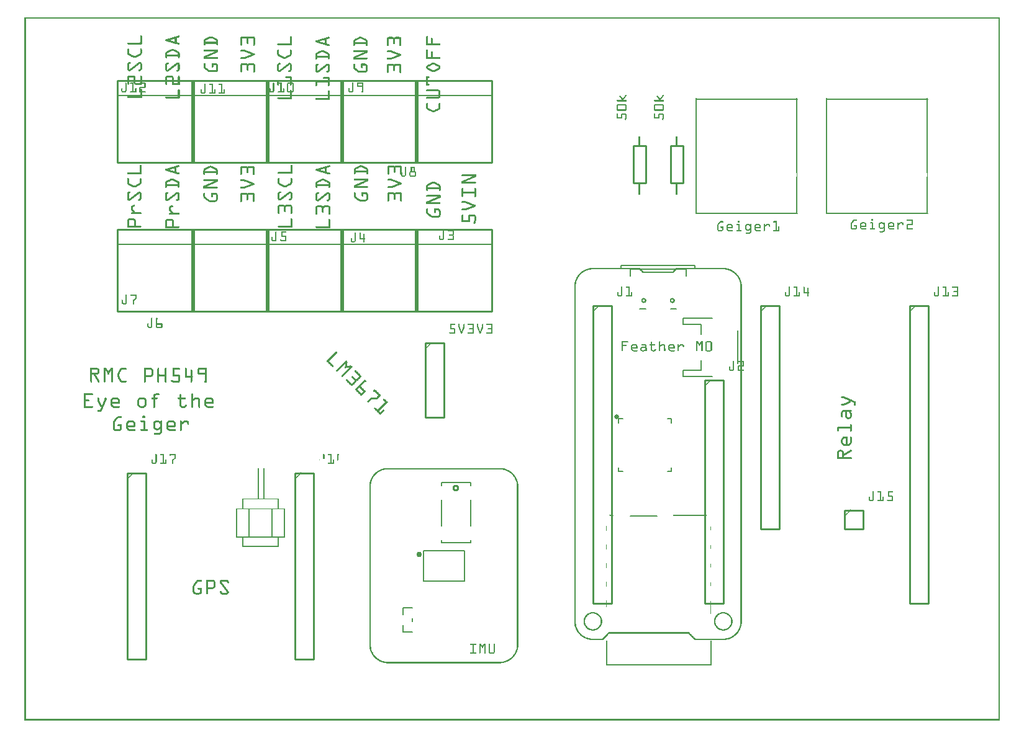
<source format=gto>
G04 MADE WITH FRITZING*
G04 WWW.FRITZING.ORG*
G04 DOUBLE SIDED*
G04 HOLES PLATED*
G04 CONTOUR ON CENTER OF CONTOUR VECTOR*
%ASAXBY*%
%FSLAX23Y23*%
%MOIN*%
%OFA0B0*%
%SFA1.0B1.0*%
%ADD10C,0.026000X-0.00599998*%
%ADD11C,0.029528X0.00196852*%
%ADD12C,0.037456X0.0134558*%
%ADD13C,0.010000*%
%ADD14C,0.005000*%
%ADD15C,0.008000*%
%ADD16R,0.001000X0.001000*%
%LNSILK1*%
G90*
G70*
G54D10*
X3177Y1635D03*
G54D11*
X2118Y895D03*
G54D12*
X2316Y1250D03*
G54D13*
X2152Y2032D02*
X2152Y1632D01*
D02*
X2152Y1632D02*
X2252Y1632D01*
D02*
X2252Y1632D02*
X2252Y2032D01*
D02*
X2252Y2032D02*
X2152Y2032D01*
D02*
X3952Y2232D02*
X3952Y1032D01*
D02*
X3952Y1032D02*
X4052Y1032D01*
D02*
X4052Y1032D02*
X4052Y2232D01*
D02*
X4052Y2232D02*
X3952Y2232D01*
D02*
X4752Y2232D02*
X4752Y632D01*
D02*
X4752Y632D02*
X4852Y632D01*
D02*
X4852Y632D02*
X4852Y2232D01*
D02*
X4852Y2232D02*
X4752Y2232D01*
D02*
X4401Y1132D02*
X4401Y1032D01*
D02*
X4401Y1032D02*
X4501Y1032D01*
D02*
X4501Y1032D02*
X4501Y1132D01*
D02*
X4501Y1132D02*
X4401Y1132D01*
D02*
X552Y1332D02*
X552Y332D01*
D02*
X552Y332D02*
X652Y332D01*
D02*
X652Y332D02*
X652Y1332D01*
D02*
X652Y1332D02*
X552Y1332D01*
D02*
X1452Y1332D02*
X1452Y332D01*
D02*
X1452Y332D02*
X1552Y332D01*
D02*
X1552Y332D02*
X1552Y1332D01*
D02*
X1552Y1332D02*
X1452Y1332D01*
G54D14*
D02*
X3473Y1602D02*
X3473Y1624D01*
D02*
X3473Y1624D02*
X3452Y1624D01*
D02*
X3473Y1362D02*
X3473Y1341D01*
D02*
X3473Y1341D02*
X3452Y1341D01*
D02*
X3212Y1624D02*
X3190Y1624D01*
D02*
X3190Y1624D02*
X3190Y1602D01*
D02*
X3212Y1341D02*
X3190Y1341D01*
D02*
X3190Y1341D02*
X3190Y1362D01*
G54D15*
D02*
X3830Y2096D02*
X3830Y1919D01*
D02*
X3692Y1850D02*
X3534Y1850D01*
D02*
X3534Y1850D02*
X3534Y1883D01*
D02*
X3534Y1883D02*
X3633Y1883D01*
D02*
X3633Y1883D02*
X3633Y1938D01*
D02*
X3633Y2076D02*
X3633Y2131D01*
D02*
X3633Y2131D02*
X3534Y2131D01*
D02*
X3534Y2131D02*
X3534Y2165D01*
D02*
X3534Y2165D02*
X3692Y2165D01*
G54D14*
D02*
X3500Y2214D02*
X3469Y2214D01*
D02*
X3335Y2214D02*
X3303Y2214D01*
D02*
X3551Y2391D02*
X3551Y2427D01*
D02*
X3551Y2427D02*
X3252Y2427D01*
D02*
X3252Y2427D02*
X3252Y2391D01*
D02*
X3251Y1101D02*
X3396Y1101D01*
G54D15*
D02*
X3203Y2446D02*
X3203Y2432D01*
D02*
X3600Y2446D02*
X3600Y2432D01*
D02*
X3203Y2446D02*
X3600Y2446D01*
D02*
X3125Y432D02*
X3125Y299D01*
D02*
X3684Y432D02*
X3684Y299D01*
D02*
X3125Y299D02*
X3684Y299D01*
D02*
X2082Y476D02*
X2031Y476D01*
D02*
X2031Y476D02*
X2031Y514D01*
D02*
X2031Y608D02*
X2082Y608D01*
D02*
X2031Y570D02*
X2031Y608D01*
D02*
X2083Y551D02*
X2083Y533D01*
G54D14*
D02*
X2141Y915D02*
X2362Y915D01*
D02*
X2362Y915D02*
X2362Y750D01*
D02*
X2362Y750D02*
X2141Y750D01*
D02*
X2141Y750D02*
X2141Y915D01*
G54D15*
D02*
X2238Y972D02*
X2238Y956D01*
D02*
X2238Y956D02*
X2395Y956D01*
D02*
X2395Y956D02*
X2395Y972D01*
D02*
X2395Y1046D02*
X2395Y1188D01*
D02*
X2238Y1046D02*
X2238Y1188D01*
D02*
X2238Y1263D02*
X2238Y1279D01*
D02*
X2238Y1279D02*
X2395Y1279D01*
D02*
X2395Y1279D02*
X2395Y1263D01*
G54D13*
D02*
X3269Y2892D02*
X3269Y3092D01*
D02*
X3269Y3092D02*
X3335Y3092D01*
D02*
X3335Y3092D02*
X3335Y2892D01*
D02*
X3335Y2892D02*
X3269Y2892D01*
D02*
X3469Y2892D02*
X3469Y3092D01*
D02*
X3469Y3092D02*
X3535Y3092D01*
D02*
X3535Y3092D02*
X3535Y2892D01*
D02*
X3535Y2892D02*
X3469Y2892D01*
G54D15*
D02*
X4847Y3342D02*
X4307Y3342D01*
D02*
X4847Y2727D02*
X4307Y2727D01*
D02*
X4147Y3342D02*
X3607Y3342D01*
D02*
X4147Y2727D02*
X3607Y2727D01*
G54D13*
D02*
X497Y3002D02*
X907Y3002D01*
D02*
X907Y3002D02*
X907Y3442D01*
D02*
X907Y3442D02*
X497Y3442D01*
D02*
X497Y3442D02*
X497Y3002D01*
G54D14*
D02*
X907Y3362D02*
X497Y3362D01*
G54D13*
D02*
X897Y3002D02*
X1307Y3002D01*
D02*
X1307Y3002D02*
X1307Y3442D01*
D02*
X1307Y3442D02*
X897Y3442D01*
D02*
X897Y3442D02*
X897Y3002D01*
G54D14*
D02*
X1307Y3362D02*
X897Y3362D01*
G54D13*
D02*
X1297Y3002D02*
X1707Y3002D01*
D02*
X1707Y3002D02*
X1707Y3442D01*
D02*
X1707Y3442D02*
X1297Y3442D01*
D02*
X1297Y3442D02*
X1297Y3002D01*
G54D14*
D02*
X1707Y3362D02*
X1297Y3362D01*
G54D13*
D02*
X1697Y3002D02*
X2107Y3002D01*
D02*
X2107Y3002D02*
X2107Y3442D01*
D02*
X2107Y3442D02*
X1697Y3442D01*
D02*
X1697Y3442D02*
X1697Y3002D01*
G54D14*
D02*
X2107Y3362D02*
X1697Y3362D01*
G54D13*
D02*
X1297Y2202D02*
X1707Y2202D01*
D02*
X1707Y2202D02*
X1707Y2642D01*
D02*
X1707Y2642D02*
X1297Y2642D01*
D02*
X1297Y2642D02*
X1297Y2202D01*
G54D14*
D02*
X1707Y2562D02*
X1297Y2562D01*
G54D13*
D02*
X1697Y2202D02*
X2107Y2202D01*
D02*
X2107Y2202D02*
X2107Y2642D01*
D02*
X2107Y2642D02*
X1697Y2642D01*
D02*
X1697Y2642D02*
X1697Y2202D01*
G54D14*
D02*
X2107Y2562D02*
X1697Y2562D01*
G54D13*
D02*
X897Y2202D02*
X1307Y2202D01*
D02*
X1307Y2202D02*
X1307Y2642D01*
D02*
X1307Y2642D02*
X897Y2642D01*
D02*
X897Y2642D02*
X897Y2202D01*
G54D14*
D02*
X1307Y2562D02*
X897Y2562D01*
G54D13*
D02*
X2097Y3002D02*
X2507Y3002D01*
D02*
X2507Y3002D02*
X2507Y3442D01*
D02*
X2507Y3442D02*
X2097Y3442D01*
D02*
X2097Y3442D02*
X2097Y3002D01*
G54D14*
D02*
X2507Y3362D02*
X2097Y3362D01*
G54D13*
D02*
X497Y2202D02*
X907Y2202D01*
D02*
X907Y2202D02*
X907Y2642D01*
D02*
X907Y2642D02*
X497Y2642D01*
D02*
X497Y2642D02*
X497Y2202D01*
G54D14*
D02*
X907Y2562D02*
X497Y2562D01*
G54D13*
D02*
X2097Y2202D02*
X2507Y2202D01*
D02*
X2507Y2202D02*
X2507Y2642D01*
D02*
X2507Y2642D02*
X2097Y2642D01*
D02*
X2097Y2642D02*
X2097Y2202D01*
G54D14*
D02*
X2507Y2562D02*
X2097Y2562D01*
G54D13*
D02*
X3052Y2232D02*
X3052Y632D01*
D02*
X3052Y632D02*
X3152Y632D01*
D02*
X3152Y632D02*
X3152Y2232D01*
D02*
X3152Y2232D02*
X3052Y2232D01*
D02*
X3652Y1832D02*
X3652Y632D01*
D02*
X3652Y632D02*
X3752Y632D01*
D02*
X3752Y632D02*
X3752Y1832D01*
D02*
X3752Y1832D02*
X3652Y1832D01*
G36*
X1399Y1142D02*
X1393Y1142D01*
X1393Y991D01*
X1358Y991D01*
X1358Y939D01*
X1174Y939D01*
X1174Y933D01*
X1364Y933D01*
X1364Y985D01*
X1399Y985D01*
X1399Y1142D01*
G37*
D02*
G36*
X1393Y1142D02*
X1364Y1142D01*
X1364Y1194D01*
X1358Y1194D01*
X1358Y1142D01*
X1332Y1142D01*
X1332Y1137D01*
X1393Y1137D01*
X1393Y1142D01*
G37*
D02*
G36*
X1358Y1194D02*
X1288Y1194D01*
X1288Y1357D01*
X1282Y1357D01*
X1282Y1194D01*
X1259Y1194D01*
X1259Y1357D01*
X1253Y1357D01*
X1253Y1194D01*
X1174Y1194D01*
X1174Y1189D01*
X1358Y1189D01*
X1358Y1194D01*
G37*
D02*
G36*
X1358Y991D02*
X1332Y991D01*
X1332Y985D01*
X1358Y985D01*
X1358Y991D01*
G37*
D02*
G36*
X1332Y1142D02*
X1331Y1142D01*
X1331Y985D01*
X1332Y985D01*
X1332Y1142D01*
G37*
D02*
G36*
X1332Y1142D02*
X1331Y1142D01*
X1331Y985D01*
X1332Y985D01*
X1332Y1142D01*
G37*
D02*
G36*
X1331Y1142D02*
X1326Y1142D01*
X1326Y991D01*
X1209Y991D01*
X1209Y985D01*
X1331Y985D01*
X1331Y1142D01*
G37*
D02*
G36*
X1326Y1142D02*
X1209Y1142D01*
X1209Y1137D01*
X1326Y1137D01*
X1326Y1142D01*
G37*
D02*
G36*
X1209Y1142D02*
X1208Y1142D01*
X1208Y985D01*
X1209Y985D01*
X1209Y1142D01*
G37*
D02*
G36*
X1209Y1142D02*
X1208Y1142D01*
X1208Y985D01*
X1209Y985D01*
X1209Y1142D01*
G37*
D02*
G36*
X1208Y1142D02*
X1203Y1142D01*
X1203Y991D01*
X1174Y991D01*
X1174Y985D01*
X1208Y985D01*
X1208Y1142D01*
G37*
D02*
G36*
X1203Y1142D02*
X1174Y1142D01*
X1174Y1137D01*
X1203Y1137D01*
X1203Y1142D01*
G37*
D02*
G36*
X1174Y1194D02*
X1172Y1194D01*
X1172Y1137D01*
X1174Y1137D01*
X1174Y1194D01*
G37*
D02*
G36*
X1174Y1194D02*
X1172Y1194D01*
X1172Y1137D01*
X1174Y1137D01*
X1174Y1194D01*
G37*
D02*
G36*
X1174Y991D02*
X1172Y991D01*
X1172Y933D01*
X1174Y933D01*
X1174Y991D01*
G37*
D02*
G36*
X1174Y991D02*
X1172Y991D01*
X1172Y933D01*
X1174Y933D01*
X1174Y991D01*
G37*
D02*
G36*
X1172Y1194D02*
X1168Y1194D01*
X1168Y1142D01*
X1142Y1142D01*
X1142Y1137D01*
X1172Y1137D01*
X1172Y1194D01*
G37*
D02*
G36*
X1172Y991D02*
X1142Y991D01*
X1142Y985D01*
X1168Y985D01*
X1168Y933D01*
X1172Y933D01*
X1172Y991D01*
G37*
D02*
G36*
X1142Y1142D02*
X1141Y1142D01*
X1141Y985D01*
X1142Y985D01*
X1142Y1142D01*
G37*
D02*
G36*
X1142Y1142D02*
X1141Y1142D01*
X1141Y985D01*
X1142Y985D01*
X1142Y1142D01*
G37*
D02*
G36*
X1141Y1142D02*
X1136Y1142D01*
X1136Y985D01*
X1141Y985D01*
X1141Y1142D01*
G37*
D02*
G54D16*
X0Y3780D02*
X5235Y3780D01*
X0Y3779D02*
X5235Y3779D01*
X0Y3778D02*
X5235Y3778D01*
X0Y3777D02*
X5235Y3777D01*
X0Y3776D02*
X5235Y3776D01*
X0Y3775D02*
X5235Y3775D01*
X0Y3774D02*
X5235Y3774D01*
X0Y3773D02*
X5235Y3773D01*
X0Y3772D02*
X7Y3772D01*
X5228Y3772D02*
X5235Y3772D01*
X0Y3771D02*
X7Y3771D01*
X5228Y3771D02*
X5235Y3771D01*
X0Y3770D02*
X7Y3770D01*
X5228Y3770D02*
X5235Y3770D01*
X0Y3769D02*
X7Y3769D01*
X5228Y3769D02*
X5235Y3769D01*
X0Y3768D02*
X7Y3768D01*
X5228Y3768D02*
X5235Y3768D01*
X0Y3767D02*
X7Y3767D01*
X5228Y3767D02*
X5235Y3767D01*
X0Y3766D02*
X7Y3766D01*
X5228Y3766D02*
X5235Y3766D01*
X0Y3765D02*
X7Y3765D01*
X5228Y3765D02*
X5235Y3765D01*
X0Y3764D02*
X7Y3764D01*
X5228Y3764D02*
X5235Y3764D01*
X0Y3763D02*
X7Y3763D01*
X5228Y3763D02*
X5235Y3763D01*
X0Y3762D02*
X7Y3762D01*
X5228Y3762D02*
X5235Y3762D01*
X0Y3761D02*
X7Y3761D01*
X5228Y3761D02*
X5235Y3761D01*
X0Y3760D02*
X7Y3760D01*
X5228Y3760D02*
X5235Y3760D01*
X0Y3759D02*
X7Y3759D01*
X5228Y3759D02*
X5235Y3759D01*
X0Y3758D02*
X7Y3758D01*
X5228Y3758D02*
X5235Y3758D01*
X0Y3757D02*
X7Y3757D01*
X5228Y3757D02*
X5235Y3757D01*
X0Y3756D02*
X7Y3756D01*
X5228Y3756D02*
X5235Y3756D01*
X0Y3755D02*
X7Y3755D01*
X5228Y3755D02*
X5235Y3755D01*
X0Y3754D02*
X7Y3754D01*
X5228Y3754D02*
X5235Y3754D01*
X0Y3753D02*
X7Y3753D01*
X5228Y3753D02*
X5235Y3753D01*
X0Y3752D02*
X7Y3752D01*
X5228Y3752D02*
X5235Y3752D01*
X0Y3751D02*
X7Y3751D01*
X5228Y3751D02*
X5235Y3751D01*
X0Y3750D02*
X7Y3750D01*
X5228Y3750D02*
X5235Y3750D01*
X0Y3749D02*
X7Y3749D01*
X5228Y3749D02*
X5235Y3749D01*
X0Y3748D02*
X7Y3748D01*
X5228Y3748D02*
X5235Y3748D01*
X0Y3747D02*
X7Y3747D01*
X5228Y3747D02*
X5235Y3747D01*
X0Y3746D02*
X7Y3746D01*
X5228Y3746D02*
X5235Y3746D01*
X0Y3745D02*
X7Y3745D01*
X5228Y3745D02*
X5235Y3745D01*
X0Y3744D02*
X7Y3744D01*
X5228Y3744D02*
X5235Y3744D01*
X0Y3743D02*
X7Y3743D01*
X5228Y3743D02*
X5235Y3743D01*
X0Y3742D02*
X7Y3742D01*
X5228Y3742D02*
X5235Y3742D01*
X0Y3741D02*
X7Y3741D01*
X5228Y3741D02*
X5235Y3741D01*
X0Y3740D02*
X7Y3740D01*
X5228Y3740D02*
X5235Y3740D01*
X0Y3739D02*
X7Y3739D01*
X5228Y3739D02*
X5235Y3739D01*
X0Y3738D02*
X7Y3738D01*
X5228Y3738D02*
X5235Y3738D01*
X0Y3737D02*
X7Y3737D01*
X5228Y3737D02*
X5235Y3737D01*
X0Y3736D02*
X7Y3736D01*
X5228Y3736D02*
X5235Y3736D01*
X0Y3735D02*
X7Y3735D01*
X5228Y3735D02*
X5235Y3735D01*
X0Y3734D02*
X7Y3734D01*
X5228Y3734D02*
X5235Y3734D01*
X0Y3733D02*
X7Y3733D01*
X5228Y3733D02*
X5235Y3733D01*
X0Y3732D02*
X7Y3732D01*
X5228Y3732D02*
X5235Y3732D01*
X0Y3731D02*
X7Y3731D01*
X5228Y3731D02*
X5235Y3731D01*
X0Y3730D02*
X7Y3730D01*
X5228Y3730D02*
X5235Y3730D01*
X0Y3729D02*
X7Y3729D01*
X5228Y3729D02*
X5235Y3729D01*
X0Y3728D02*
X7Y3728D01*
X5228Y3728D02*
X5235Y3728D01*
X0Y3727D02*
X7Y3727D01*
X5228Y3727D02*
X5235Y3727D01*
X0Y3726D02*
X7Y3726D01*
X5228Y3726D02*
X5235Y3726D01*
X0Y3725D02*
X7Y3725D01*
X5228Y3725D02*
X5235Y3725D01*
X0Y3724D02*
X7Y3724D01*
X5228Y3724D02*
X5235Y3724D01*
X0Y3723D02*
X7Y3723D01*
X5228Y3723D02*
X5235Y3723D01*
X0Y3722D02*
X7Y3722D01*
X5228Y3722D02*
X5235Y3722D01*
X0Y3721D02*
X7Y3721D01*
X5228Y3721D02*
X5235Y3721D01*
X0Y3720D02*
X7Y3720D01*
X5228Y3720D02*
X5235Y3720D01*
X0Y3719D02*
X7Y3719D01*
X5228Y3719D02*
X5235Y3719D01*
X0Y3718D02*
X7Y3718D01*
X5228Y3718D02*
X5235Y3718D01*
X0Y3717D02*
X7Y3717D01*
X5228Y3717D02*
X5235Y3717D01*
X0Y3716D02*
X7Y3716D01*
X5228Y3716D02*
X5235Y3716D01*
X0Y3715D02*
X7Y3715D01*
X5228Y3715D02*
X5235Y3715D01*
X0Y3714D02*
X7Y3714D01*
X5228Y3714D02*
X5235Y3714D01*
X0Y3713D02*
X7Y3713D01*
X5228Y3713D02*
X5235Y3713D01*
X0Y3712D02*
X7Y3712D01*
X5228Y3712D02*
X5235Y3712D01*
X0Y3711D02*
X7Y3711D01*
X5228Y3711D02*
X5235Y3711D01*
X0Y3710D02*
X7Y3710D01*
X5228Y3710D02*
X5235Y3710D01*
X0Y3709D02*
X7Y3709D01*
X5228Y3709D02*
X5235Y3709D01*
X0Y3708D02*
X7Y3708D01*
X5228Y3708D02*
X5235Y3708D01*
X0Y3707D02*
X7Y3707D01*
X5228Y3707D02*
X5235Y3707D01*
X0Y3706D02*
X7Y3706D01*
X5228Y3706D02*
X5235Y3706D01*
X0Y3705D02*
X7Y3705D01*
X5228Y3705D02*
X5235Y3705D01*
X0Y3704D02*
X7Y3704D01*
X5228Y3704D02*
X5235Y3704D01*
X0Y3703D02*
X7Y3703D01*
X5228Y3703D02*
X5235Y3703D01*
X0Y3702D02*
X7Y3702D01*
X5228Y3702D02*
X5235Y3702D01*
X0Y3701D02*
X7Y3701D01*
X5228Y3701D02*
X5235Y3701D01*
X0Y3700D02*
X7Y3700D01*
X5228Y3700D02*
X5235Y3700D01*
X0Y3699D02*
X7Y3699D01*
X5228Y3699D02*
X5235Y3699D01*
X0Y3698D02*
X7Y3698D01*
X5228Y3698D02*
X5235Y3698D01*
X0Y3697D02*
X7Y3697D01*
X5228Y3697D02*
X5235Y3697D01*
X0Y3696D02*
X7Y3696D01*
X5228Y3696D02*
X5235Y3696D01*
X0Y3695D02*
X7Y3695D01*
X5228Y3695D02*
X5235Y3695D01*
X0Y3694D02*
X7Y3694D01*
X5228Y3694D02*
X5235Y3694D01*
X0Y3693D02*
X7Y3693D01*
X5228Y3693D02*
X5235Y3693D01*
X0Y3692D02*
X7Y3692D01*
X5228Y3692D02*
X5235Y3692D01*
X0Y3691D02*
X7Y3691D01*
X5228Y3691D02*
X5235Y3691D01*
X0Y3690D02*
X7Y3690D01*
X5228Y3690D02*
X5235Y3690D01*
X0Y3689D02*
X7Y3689D01*
X5228Y3689D02*
X5235Y3689D01*
X0Y3688D02*
X7Y3688D01*
X5228Y3688D02*
X5235Y3688D01*
X0Y3687D02*
X7Y3687D01*
X5228Y3687D02*
X5235Y3687D01*
X0Y3686D02*
X7Y3686D01*
X5228Y3686D02*
X5235Y3686D01*
X0Y3685D02*
X7Y3685D01*
X5228Y3685D02*
X5235Y3685D01*
X0Y3684D02*
X7Y3684D01*
X623Y3684D02*
X627Y3684D01*
X5228Y3684D02*
X5235Y3684D01*
X0Y3683D02*
X7Y3683D01*
X622Y3683D02*
X628Y3683D01*
X5228Y3683D02*
X5235Y3683D01*
X0Y3682D02*
X7Y3682D01*
X621Y3682D02*
X629Y3682D01*
X827Y3682D02*
X831Y3682D01*
X5228Y3682D02*
X5235Y3682D01*
X0Y3681D02*
X7Y3681D01*
X621Y3681D02*
X629Y3681D01*
X824Y3681D02*
X832Y3681D01*
X5228Y3681D02*
X5235Y3681D01*
X0Y3680D02*
X7Y3680D01*
X621Y3680D02*
X630Y3680D01*
X820Y3680D02*
X833Y3680D01*
X2159Y3680D02*
X2163Y3680D01*
X5228Y3680D02*
X5235Y3680D01*
X0Y3679D02*
X7Y3679D01*
X621Y3679D02*
X630Y3679D01*
X817Y3679D02*
X833Y3679D01*
X1428Y3679D02*
X1431Y3679D01*
X2158Y3679D02*
X2164Y3679D01*
X5228Y3679D02*
X5235Y3679D01*
X0Y3678D02*
X7Y3678D01*
X621Y3678D02*
X630Y3678D01*
X814Y3678D02*
X833Y3678D01*
X995Y3678D02*
X1006Y3678D01*
X1168Y3678D02*
X1190Y3678D01*
X1206Y3678D02*
X1229Y3678D01*
X1426Y3678D02*
X1433Y3678D01*
X2157Y3678D02*
X2165Y3678D01*
X5228Y3678D02*
X5235Y3678D01*
X0Y3677D02*
X7Y3677D01*
X621Y3677D02*
X630Y3677D01*
X810Y3677D02*
X834Y3677D01*
X992Y3677D02*
X1009Y3677D01*
X1165Y3677D02*
X1193Y3677D01*
X1203Y3677D02*
X1231Y3677D01*
X1426Y3677D02*
X1433Y3677D01*
X2157Y3677D02*
X2165Y3677D01*
X5228Y3677D02*
X5235Y3677D01*
X0Y3676D02*
X7Y3676D01*
X621Y3676D02*
X630Y3676D01*
X807Y3676D02*
X833Y3676D01*
X990Y3676D02*
X1011Y3676D01*
X1164Y3676D02*
X1195Y3676D01*
X1201Y3676D02*
X1233Y3676D01*
X1425Y3676D02*
X1434Y3676D01*
X2157Y3676D02*
X2165Y3676D01*
X5228Y3676D02*
X5235Y3676D01*
X0Y3675D02*
X7Y3675D01*
X621Y3675D02*
X630Y3675D01*
X803Y3675D02*
X833Y3675D01*
X988Y3675D02*
X1013Y3675D01*
X1162Y3675D02*
X1197Y3675D01*
X1200Y3675D02*
X1234Y3675D01*
X1425Y3675D02*
X1434Y3675D01*
X1630Y3675D02*
X1635Y3675D01*
X1797Y3675D02*
X1809Y3675D01*
X1955Y3675D02*
X1974Y3675D01*
X1994Y3675D02*
X2013Y3675D01*
X2156Y3675D02*
X2166Y3675D01*
X5228Y3675D02*
X5235Y3675D01*
X0Y3674D02*
X7Y3674D01*
X621Y3674D02*
X630Y3674D01*
X800Y3674D02*
X832Y3674D01*
X986Y3674D02*
X1015Y3674D01*
X1162Y3674D02*
X1235Y3674D01*
X1425Y3674D02*
X1434Y3674D01*
X1627Y3674D02*
X1636Y3674D01*
X1795Y3674D02*
X1812Y3674D01*
X1951Y3674D02*
X1979Y3674D01*
X1989Y3674D02*
X2017Y3674D01*
X2156Y3674D02*
X2166Y3674D01*
X5228Y3674D02*
X5235Y3674D01*
X0Y3673D02*
X7Y3673D01*
X621Y3673D02*
X630Y3673D01*
X796Y3673D02*
X831Y3673D01*
X984Y3673D02*
X1017Y3673D01*
X1161Y3673D02*
X1235Y3673D01*
X1425Y3673D02*
X1434Y3673D01*
X1623Y3673D02*
X1637Y3673D01*
X1793Y3673D02*
X1814Y3673D01*
X1950Y3673D02*
X1981Y3673D01*
X1987Y3673D02*
X2018Y3673D01*
X2156Y3673D02*
X2166Y3673D01*
X5228Y3673D02*
X5235Y3673D01*
X0Y3672D02*
X7Y3672D01*
X621Y3672D02*
X630Y3672D01*
X793Y3672D02*
X828Y3672D01*
X982Y3672D02*
X1019Y3672D01*
X1160Y3672D02*
X1236Y3672D01*
X1425Y3672D02*
X1434Y3672D01*
X1620Y3672D02*
X1637Y3672D01*
X1791Y3672D02*
X1816Y3672D01*
X1949Y3672D02*
X1982Y3672D01*
X1986Y3672D02*
X2020Y3672D01*
X2156Y3672D02*
X2166Y3672D01*
X5228Y3672D02*
X5235Y3672D01*
X0Y3671D02*
X7Y3671D01*
X621Y3671D02*
X630Y3671D01*
X790Y3671D02*
X824Y3671D01*
X980Y3671D02*
X1021Y3671D01*
X1160Y3671D02*
X1236Y3671D01*
X1425Y3671D02*
X1434Y3671D01*
X1616Y3671D02*
X1638Y3671D01*
X1789Y3671D02*
X1818Y3671D01*
X1948Y3671D02*
X2020Y3671D01*
X2156Y3671D02*
X2166Y3671D01*
X5228Y3671D02*
X5235Y3671D01*
X0Y3670D02*
X7Y3670D01*
X621Y3670D02*
X630Y3670D01*
X786Y3670D02*
X821Y3670D01*
X978Y3670D02*
X1023Y3670D01*
X1160Y3670D02*
X1236Y3670D01*
X1425Y3670D02*
X1434Y3670D01*
X1613Y3670D02*
X1638Y3670D01*
X1787Y3670D02*
X1820Y3670D01*
X1947Y3670D02*
X2021Y3670D01*
X2156Y3670D02*
X2166Y3670D01*
X2185Y3670D02*
X2188Y3670D01*
X5228Y3670D02*
X5235Y3670D01*
X0Y3669D02*
X7Y3669D01*
X621Y3669D02*
X630Y3669D01*
X783Y3669D02*
X818Y3669D01*
X976Y3669D02*
X1025Y3669D01*
X1160Y3669D02*
X1237Y3669D01*
X1425Y3669D02*
X1434Y3669D01*
X1609Y3669D02*
X1637Y3669D01*
X1785Y3669D02*
X1822Y3669D01*
X1947Y3669D02*
X2022Y3669D01*
X2156Y3669D02*
X2166Y3669D01*
X2183Y3669D02*
X2189Y3669D01*
X5228Y3669D02*
X5235Y3669D01*
X0Y3668D02*
X7Y3668D01*
X621Y3668D02*
X630Y3668D01*
X779Y3668D02*
X817Y3668D01*
X974Y3668D02*
X996Y3668D01*
X1005Y3668D02*
X1027Y3668D01*
X1160Y3668D02*
X1169Y3668D01*
X1189Y3668D02*
X1207Y3668D01*
X1227Y3668D02*
X1237Y3668D01*
X1425Y3668D02*
X1434Y3668D01*
X1606Y3668D02*
X1637Y3668D01*
X1783Y3668D02*
X1824Y3668D01*
X1946Y3668D02*
X2022Y3668D01*
X2156Y3668D02*
X2166Y3668D01*
X2183Y3668D02*
X2190Y3668D01*
X5228Y3668D02*
X5235Y3668D01*
X0Y3667D02*
X7Y3667D01*
X621Y3667D02*
X630Y3667D01*
X776Y3667D02*
X817Y3667D01*
X972Y3667D02*
X994Y3667D01*
X1008Y3667D02*
X1029Y3667D01*
X1160Y3667D02*
X1169Y3667D01*
X1192Y3667D02*
X1205Y3667D01*
X1228Y3667D02*
X1237Y3667D01*
X1425Y3667D02*
X1434Y3667D01*
X1602Y3667D02*
X1636Y3667D01*
X1781Y3667D02*
X1826Y3667D01*
X1946Y3667D02*
X2022Y3667D01*
X2156Y3667D02*
X2166Y3667D01*
X2182Y3667D02*
X2191Y3667D01*
X5228Y3667D02*
X5235Y3667D01*
X0Y3666D02*
X7Y3666D01*
X621Y3666D02*
X630Y3666D01*
X772Y3666D02*
X817Y3666D01*
X970Y3666D02*
X992Y3666D01*
X1010Y3666D02*
X1031Y3666D01*
X1160Y3666D02*
X1169Y3666D01*
X1192Y3666D02*
X1204Y3666D01*
X1228Y3666D02*
X1237Y3666D01*
X1425Y3666D02*
X1434Y3666D01*
X1599Y3666D02*
X1634Y3666D01*
X1779Y3666D02*
X1828Y3666D01*
X1946Y3666D02*
X2023Y3666D01*
X2156Y3666D02*
X2166Y3666D01*
X2182Y3666D02*
X2191Y3666D01*
X5228Y3666D02*
X5235Y3666D01*
X0Y3665D02*
X7Y3665D01*
X621Y3665D02*
X630Y3665D01*
X769Y3665D02*
X804Y3665D01*
X807Y3665D02*
X817Y3665D01*
X969Y3665D02*
X990Y3665D01*
X1012Y3665D02*
X1033Y3665D01*
X1160Y3665D02*
X1169Y3665D01*
X1193Y3665D02*
X1203Y3665D01*
X1228Y3665D02*
X1237Y3665D01*
X1425Y3665D02*
X1434Y3665D01*
X1596Y3665D02*
X1630Y3665D01*
X1777Y3665D02*
X1798Y3665D01*
X1808Y3665D02*
X1830Y3665D01*
X1946Y3665D02*
X2023Y3665D01*
X2156Y3665D02*
X2166Y3665D01*
X2182Y3665D02*
X2191Y3665D01*
X5228Y3665D02*
X5235Y3665D01*
X0Y3664D02*
X7Y3664D01*
X621Y3664D02*
X630Y3664D01*
X766Y3664D02*
X801Y3664D01*
X807Y3664D02*
X817Y3664D01*
X967Y3664D02*
X988Y3664D01*
X1014Y3664D02*
X1034Y3664D01*
X1160Y3664D02*
X1169Y3664D01*
X1193Y3664D02*
X1203Y3664D01*
X1228Y3664D02*
X1237Y3664D01*
X1425Y3664D02*
X1434Y3664D01*
X1592Y3664D02*
X1627Y3664D01*
X1775Y3664D02*
X1796Y3664D01*
X1811Y3664D02*
X1832Y3664D01*
X1946Y3664D02*
X1955Y3664D01*
X1977Y3664D02*
X1991Y3664D01*
X2014Y3664D02*
X2023Y3664D01*
X2156Y3664D02*
X2166Y3664D01*
X2182Y3664D02*
X2191Y3664D01*
X5228Y3664D02*
X5235Y3664D01*
X0Y3663D02*
X7Y3663D01*
X621Y3663D02*
X630Y3663D01*
X762Y3663D02*
X797Y3663D01*
X807Y3663D02*
X817Y3663D01*
X967Y3663D02*
X986Y3663D01*
X1016Y3663D02*
X1035Y3663D01*
X1160Y3663D02*
X1169Y3663D01*
X1194Y3663D02*
X1203Y3663D01*
X1228Y3663D02*
X1237Y3663D01*
X1425Y3663D02*
X1434Y3663D01*
X1589Y3663D02*
X1624Y3663D01*
X1773Y3663D02*
X1794Y3663D01*
X1813Y3663D02*
X1834Y3663D01*
X1946Y3663D02*
X1955Y3663D01*
X1978Y3663D02*
X1990Y3663D01*
X2014Y3663D02*
X2023Y3663D01*
X2156Y3663D02*
X2166Y3663D01*
X2182Y3663D02*
X2191Y3663D01*
X5228Y3663D02*
X5235Y3663D01*
X0Y3662D02*
X7Y3662D01*
X621Y3662D02*
X630Y3662D01*
X759Y3662D02*
X794Y3662D01*
X807Y3662D02*
X817Y3662D01*
X966Y3662D02*
X984Y3662D01*
X1018Y3662D02*
X1036Y3662D01*
X1160Y3662D02*
X1169Y3662D01*
X1194Y3662D02*
X1203Y3662D01*
X1228Y3662D02*
X1237Y3662D01*
X1425Y3662D02*
X1434Y3662D01*
X1585Y3662D02*
X1621Y3662D01*
X1771Y3662D02*
X1792Y3662D01*
X1815Y3662D02*
X1836Y3662D01*
X1946Y3662D02*
X1955Y3662D01*
X1979Y3662D02*
X1989Y3662D01*
X2014Y3662D02*
X2023Y3662D01*
X2156Y3662D02*
X2166Y3662D01*
X2182Y3662D02*
X2191Y3662D01*
X5228Y3662D02*
X5235Y3662D01*
X0Y3661D02*
X7Y3661D01*
X621Y3661D02*
X630Y3661D01*
X758Y3661D02*
X790Y3661D01*
X807Y3661D02*
X817Y3661D01*
X965Y3661D02*
X982Y3661D01*
X1020Y3661D02*
X1037Y3661D01*
X1160Y3661D02*
X1169Y3661D01*
X1194Y3661D02*
X1203Y3661D01*
X1228Y3661D02*
X1237Y3661D01*
X1425Y3661D02*
X1434Y3661D01*
X1582Y3661D02*
X1621Y3661D01*
X1770Y3661D02*
X1790Y3661D01*
X1817Y3661D02*
X1837Y3661D01*
X1946Y3661D02*
X1955Y3661D01*
X1979Y3661D02*
X1989Y3661D01*
X2014Y3661D02*
X2023Y3661D01*
X2156Y3661D02*
X2166Y3661D01*
X2182Y3661D02*
X2191Y3661D01*
X5228Y3661D02*
X5235Y3661D01*
X0Y3660D02*
X7Y3660D01*
X621Y3660D02*
X630Y3660D01*
X757Y3660D02*
X787Y3660D01*
X807Y3660D02*
X817Y3660D01*
X964Y3660D02*
X980Y3660D01*
X1022Y3660D02*
X1037Y3660D01*
X1160Y3660D02*
X1169Y3660D01*
X1194Y3660D02*
X1203Y3660D01*
X1228Y3660D02*
X1237Y3660D01*
X1425Y3660D02*
X1434Y3660D01*
X1578Y3660D02*
X1621Y3660D01*
X1769Y3660D02*
X1788Y3660D01*
X1819Y3660D02*
X1838Y3660D01*
X1946Y3660D02*
X1955Y3660D01*
X1980Y3660D02*
X1989Y3660D01*
X2014Y3660D02*
X2023Y3660D01*
X2156Y3660D02*
X2166Y3660D01*
X2182Y3660D02*
X2191Y3660D01*
X5228Y3660D02*
X5235Y3660D01*
X0Y3659D02*
X7Y3659D01*
X621Y3659D02*
X630Y3659D01*
X757Y3659D02*
X784Y3659D01*
X807Y3659D02*
X817Y3659D01*
X964Y3659D02*
X978Y3659D01*
X1024Y3659D02*
X1038Y3659D01*
X1160Y3659D02*
X1169Y3659D01*
X1194Y3659D02*
X1203Y3659D01*
X1228Y3659D02*
X1237Y3659D01*
X1425Y3659D02*
X1434Y3659D01*
X1575Y3659D02*
X1621Y3659D01*
X1768Y3659D02*
X1786Y3659D01*
X1821Y3659D02*
X1839Y3659D01*
X1946Y3659D02*
X1955Y3659D01*
X1980Y3659D02*
X1989Y3659D01*
X2014Y3659D02*
X2023Y3659D01*
X2156Y3659D02*
X2166Y3659D01*
X2182Y3659D02*
X2191Y3659D01*
X5228Y3659D02*
X5235Y3659D01*
X0Y3658D02*
X7Y3658D01*
X621Y3658D02*
X630Y3658D01*
X757Y3658D02*
X780Y3658D01*
X807Y3658D02*
X817Y3658D01*
X963Y3658D02*
X976Y3658D01*
X1026Y3658D02*
X1038Y3658D01*
X1160Y3658D02*
X1169Y3658D01*
X1194Y3658D02*
X1203Y3658D01*
X1228Y3658D02*
X1237Y3658D01*
X1425Y3658D02*
X1434Y3658D01*
X1572Y3658D02*
X1607Y3658D01*
X1612Y3658D02*
X1621Y3658D01*
X1767Y3658D02*
X1784Y3658D01*
X1823Y3658D02*
X1840Y3658D01*
X1946Y3658D02*
X1955Y3658D01*
X1980Y3658D02*
X1989Y3658D01*
X2014Y3658D02*
X2023Y3658D01*
X2156Y3658D02*
X2166Y3658D01*
X2182Y3658D02*
X2191Y3658D01*
X5228Y3658D02*
X5235Y3658D01*
X0Y3657D02*
X7Y3657D01*
X621Y3657D02*
X630Y3657D01*
X757Y3657D02*
X780Y3657D01*
X807Y3657D02*
X817Y3657D01*
X963Y3657D02*
X974Y3657D01*
X1027Y3657D02*
X1039Y3657D01*
X1160Y3657D02*
X1169Y3657D01*
X1194Y3657D02*
X1203Y3657D01*
X1228Y3657D02*
X1237Y3657D01*
X1425Y3657D02*
X1434Y3657D01*
X1568Y3657D02*
X1603Y3657D01*
X1612Y3657D02*
X1621Y3657D01*
X1767Y3657D02*
X1782Y3657D01*
X1825Y3657D02*
X1840Y3657D01*
X1946Y3657D02*
X1955Y3657D01*
X1980Y3657D02*
X1989Y3657D01*
X2014Y3657D02*
X2023Y3657D01*
X2156Y3657D02*
X2166Y3657D01*
X2182Y3657D02*
X2191Y3657D01*
X5228Y3657D02*
X5235Y3657D01*
X0Y3656D02*
X7Y3656D01*
X621Y3656D02*
X630Y3656D01*
X757Y3656D02*
X784Y3656D01*
X807Y3656D02*
X817Y3656D01*
X963Y3656D02*
X973Y3656D01*
X1029Y3656D02*
X1039Y3656D01*
X1160Y3656D02*
X1169Y3656D01*
X1194Y3656D02*
X1203Y3656D01*
X1228Y3656D02*
X1237Y3656D01*
X1425Y3656D02*
X1434Y3656D01*
X1565Y3656D02*
X1600Y3656D01*
X1612Y3656D02*
X1621Y3656D01*
X1766Y3656D02*
X1780Y3656D01*
X1826Y3656D02*
X1841Y3656D01*
X1946Y3656D02*
X1955Y3656D01*
X1980Y3656D02*
X1989Y3656D01*
X2014Y3656D02*
X2023Y3656D01*
X2156Y3656D02*
X2166Y3656D01*
X2182Y3656D02*
X2191Y3656D01*
X5228Y3656D02*
X5235Y3656D01*
X0Y3655D02*
X7Y3655D01*
X621Y3655D02*
X630Y3655D01*
X757Y3655D02*
X787Y3655D01*
X807Y3655D02*
X817Y3655D01*
X962Y3655D02*
X972Y3655D01*
X1030Y3655D02*
X1039Y3655D01*
X1160Y3655D02*
X1169Y3655D01*
X1194Y3655D02*
X1203Y3655D01*
X1228Y3655D02*
X1237Y3655D01*
X1425Y3655D02*
X1434Y3655D01*
X1563Y3655D02*
X1596Y3655D01*
X1612Y3655D02*
X1621Y3655D01*
X1766Y3655D02*
X1778Y3655D01*
X1828Y3655D02*
X1841Y3655D01*
X1946Y3655D02*
X1955Y3655D01*
X1980Y3655D02*
X1989Y3655D01*
X2014Y3655D02*
X2023Y3655D01*
X2156Y3655D02*
X2166Y3655D01*
X2182Y3655D02*
X2191Y3655D01*
X5228Y3655D02*
X5235Y3655D01*
X0Y3654D02*
X7Y3654D01*
X621Y3654D02*
X630Y3654D01*
X758Y3654D02*
X791Y3654D01*
X807Y3654D02*
X817Y3654D01*
X962Y3654D02*
X972Y3654D01*
X1030Y3654D02*
X1039Y3654D01*
X1160Y3654D02*
X1169Y3654D01*
X1194Y3654D02*
X1203Y3654D01*
X1228Y3654D02*
X1237Y3654D01*
X1425Y3654D02*
X1434Y3654D01*
X1562Y3654D02*
X1593Y3654D01*
X1612Y3654D02*
X1621Y3654D01*
X1766Y3654D02*
X1776Y3654D01*
X1830Y3654D02*
X1841Y3654D01*
X1946Y3654D02*
X1955Y3654D01*
X1980Y3654D02*
X1989Y3654D01*
X2014Y3654D02*
X2023Y3654D01*
X2156Y3654D02*
X2166Y3654D01*
X2182Y3654D02*
X2191Y3654D01*
X5228Y3654D02*
X5235Y3654D01*
X0Y3653D02*
X7Y3653D01*
X621Y3653D02*
X630Y3653D01*
X760Y3653D02*
X794Y3653D01*
X807Y3653D02*
X817Y3653D01*
X962Y3653D02*
X971Y3653D01*
X1030Y3653D02*
X1039Y3653D01*
X1160Y3653D02*
X1169Y3653D01*
X1194Y3653D02*
X1203Y3653D01*
X1228Y3653D02*
X1237Y3653D01*
X1425Y3653D02*
X1434Y3653D01*
X1561Y3653D02*
X1590Y3653D01*
X1612Y3653D02*
X1621Y3653D01*
X1765Y3653D02*
X1775Y3653D01*
X1832Y3653D02*
X1842Y3653D01*
X1946Y3653D02*
X1955Y3653D01*
X1980Y3653D02*
X1989Y3653D01*
X2014Y3653D02*
X2023Y3653D01*
X2156Y3653D02*
X2166Y3653D01*
X2182Y3653D02*
X2191Y3653D01*
X5228Y3653D02*
X5235Y3653D01*
X0Y3652D02*
X7Y3652D01*
X621Y3652D02*
X630Y3652D01*
X763Y3652D02*
X798Y3652D01*
X807Y3652D02*
X817Y3652D01*
X962Y3652D02*
X971Y3652D01*
X1030Y3652D02*
X1039Y3652D01*
X1160Y3652D02*
X1169Y3652D01*
X1194Y3652D02*
X1203Y3652D01*
X1228Y3652D02*
X1237Y3652D01*
X1425Y3652D02*
X1434Y3652D01*
X1561Y3652D02*
X1586Y3652D01*
X1612Y3652D02*
X1621Y3652D01*
X1765Y3652D02*
X1775Y3652D01*
X1832Y3652D02*
X1842Y3652D01*
X1946Y3652D02*
X1955Y3652D01*
X1980Y3652D02*
X1989Y3652D01*
X2014Y3652D02*
X2023Y3652D01*
X2156Y3652D02*
X2166Y3652D01*
X2182Y3652D02*
X2191Y3652D01*
X5228Y3652D02*
X5235Y3652D01*
X0Y3651D02*
X7Y3651D01*
X621Y3651D02*
X630Y3651D01*
X766Y3651D02*
X801Y3651D01*
X807Y3651D02*
X817Y3651D01*
X962Y3651D02*
X971Y3651D01*
X1030Y3651D02*
X1039Y3651D01*
X1160Y3651D02*
X1169Y3651D01*
X1194Y3651D02*
X1203Y3651D01*
X1228Y3651D02*
X1237Y3651D01*
X1425Y3651D02*
X1434Y3651D01*
X1561Y3651D02*
X1584Y3651D01*
X1612Y3651D02*
X1621Y3651D01*
X1765Y3651D02*
X1774Y3651D01*
X1833Y3651D02*
X1842Y3651D01*
X1946Y3651D02*
X1955Y3651D01*
X1980Y3651D02*
X1989Y3651D01*
X2014Y3651D02*
X2023Y3651D01*
X2156Y3651D02*
X2166Y3651D01*
X2182Y3651D02*
X2191Y3651D01*
X5228Y3651D02*
X5235Y3651D01*
X0Y3650D02*
X7Y3650D01*
X621Y3650D02*
X630Y3650D01*
X769Y3650D02*
X805Y3650D01*
X807Y3650D02*
X817Y3650D01*
X962Y3650D02*
X971Y3650D01*
X1030Y3650D02*
X1039Y3650D01*
X1160Y3650D02*
X1169Y3650D01*
X1194Y3650D02*
X1203Y3650D01*
X1228Y3650D02*
X1237Y3650D01*
X1425Y3650D02*
X1434Y3650D01*
X1561Y3650D02*
X1586Y3650D01*
X1612Y3650D02*
X1621Y3650D01*
X1765Y3650D02*
X1774Y3650D01*
X1833Y3650D02*
X1842Y3650D01*
X1946Y3650D02*
X1955Y3650D01*
X1980Y3650D02*
X1989Y3650D01*
X2014Y3650D02*
X2023Y3650D01*
X2156Y3650D02*
X2166Y3650D01*
X2182Y3650D02*
X2191Y3650D01*
X5228Y3650D02*
X5235Y3650D01*
X0Y3649D02*
X7Y3649D01*
X621Y3649D02*
X630Y3649D01*
X773Y3649D02*
X817Y3649D01*
X962Y3649D02*
X1039Y3649D01*
X1160Y3649D02*
X1169Y3649D01*
X1194Y3649D02*
X1203Y3649D01*
X1228Y3649D02*
X1237Y3649D01*
X1425Y3649D02*
X1434Y3649D01*
X1561Y3649D02*
X1589Y3649D01*
X1612Y3649D02*
X1621Y3649D01*
X1765Y3649D02*
X1774Y3649D01*
X1833Y3649D02*
X1842Y3649D01*
X1946Y3649D02*
X1955Y3649D01*
X1980Y3649D02*
X1989Y3649D01*
X2014Y3649D02*
X2023Y3649D01*
X2156Y3649D02*
X2166Y3649D01*
X2182Y3649D02*
X2191Y3649D01*
X5228Y3649D02*
X5235Y3649D01*
X0Y3648D02*
X7Y3648D01*
X621Y3648D02*
X630Y3648D01*
X776Y3648D02*
X817Y3648D01*
X962Y3648D02*
X1039Y3648D01*
X1160Y3648D02*
X1169Y3648D01*
X1194Y3648D02*
X1203Y3648D01*
X1228Y3648D02*
X1237Y3648D01*
X1425Y3648D02*
X1434Y3648D01*
X1562Y3648D02*
X1593Y3648D01*
X1612Y3648D02*
X1621Y3648D01*
X1765Y3648D02*
X1774Y3648D01*
X1833Y3648D02*
X1842Y3648D01*
X1946Y3648D02*
X1955Y3648D01*
X1980Y3648D02*
X1989Y3648D01*
X2014Y3648D02*
X2023Y3648D01*
X2156Y3648D02*
X2166Y3648D01*
X2182Y3648D02*
X2191Y3648D01*
X5228Y3648D02*
X5235Y3648D01*
X0Y3647D02*
X7Y3647D01*
X621Y3647D02*
X630Y3647D01*
X780Y3647D02*
X817Y3647D01*
X962Y3647D02*
X1039Y3647D01*
X1160Y3647D02*
X1169Y3647D01*
X1194Y3647D02*
X1203Y3647D01*
X1228Y3647D02*
X1237Y3647D01*
X1425Y3647D02*
X1434Y3647D01*
X1563Y3647D02*
X1596Y3647D01*
X1612Y3647D02*
X1621Y3647D01*
X1765Y3647D02*
X1774Y3647D01*
X1833Y3647D02*
X1842Y3647D01*
X1946Y3647D02*
X1955Y3647D01*
X1980Y3647D02*
X1989Y3647D01*
X2014Y3647D02*
X2023Y3647D01*
X2156Y3647D02*
X2166Y3647D01*
X2182Y3647D02*
X2191Y3647D01*
X5228Y3647D02*
X5235Y3647D01*
X0Y3646D02*
X7Y3646D01*
X621Y3646D02*
X630Y3646D01*
X783Y3646D02*
X818Y3646D01*
X962Y3646D02*
X1039Y3646D01*
X1160Y3646D02*
X1169Y3646D01*
X1194Y3646D02*
X1203Y3646D01*
X1228Y3646D02*
X1237Y3646D01*
X1425Y3646D02*
X1434Y3646D01*
X1565Y3646D02*
X1600Y3646D01*
X1612Y3646D02*
X1621Y3646D01*
X1765Y3646D02*
X1842Y3646D01*
X1946Y3646D02*
X1955Y3646D01*
X1980Y3646D02*
X1989Y3646D01*
X2014Y3646D02*
X2023Y3646D01*
X2156Y3646D02*
X2166Y3646D01*
X2182Y3646D02*
X2191Y3646D01*
X5228Y3646D02*
X5235Y3646D01*
X0Y3645D02*
X7Y3645D01*
X620Y3645D02*
X630Y3645D01*
X787Y3645D02*
X822Y3645D01*
X962Y3645D02*
X1039Y3645D01*
X1160Y3645D02*
X1169Y3645D01*
X1194Y3645D02*
X1203Y3645D01*
X1228Y3645D02*
X1237Y3645D01*
X1425Y3645D02*
X1434Y3645D01*
X1568Y3645D02*
X1603Y3645D01*
X1612Y3645D02*
X1621Y3645D01*
X1765Y3645D02*
X1842Y3645D01*
X1946Y3645D02*
X1955Y3645D01*
X1980Y3645D02*
X1989Y3645D01*
X2014Y3645D02*
X2023Y3645D01*
X2156Y3645D02*
X2166Y3645D01*
X2182Y3645D02*
X2191Y3645D01*
X5228Y3645D02*
X5235Y3645D01*
X0Y3644D02*
X7Y3644D01*
X555Y3644D02*
X630Y3644D01*
X790Y3644D02*
X825Y3644D01*
X962Y3644D02*
X1039Y3644D01*
X1160Y3644D02*
X1169Y3644D01*
X1194Y3644D02*
X1203Y3644D01*
X1228Y3644D02*
X1237Y3644D01*
X1425Y3644D02*
X1434Y3644D01*
X1572Y3644D02*
X1607Y3644D01*
X1612Y3644D02*
X1621Y3644D01*
X1765Y3644D02*
X1842Y3644D01*
X1946Y3644D02*
X1955Y3644D01*
X1980Y3644D02*
X1989Y3644D01*
X2014Y3644D02*
X2023Y3644D01*
X2156Y3644D02*
X2166Y3644D01*
X2182Y3644D02*
X2191Y3644D01*
X5228Y3644D02*
X5235Y3644D01*
X0Y3643D02*
X7Y3643D01*
X554Y3643D02*
X630Y3643D01*
X793Y3643D02*
X828Y3643D01*
X962Y3643D02*
X1039Y3643D01*
X1160Y3643D02*
X1169Y3643D01*
X1194Y3643D02*
X1203Y3643D01*
X1228Y3643D02*
X1237Y3643D01*
X1425Y3643D02*
X1434Y3643D01*
X1575Y3643D02*
X1621Y3643D01*
X1765Y3643D02*
X1842Y3643D01*
X1946Y3643D02*
X1955Y3643D01*
X1980Y3643D02*
X1989Y3643D01*
X2014Y3643D02*
X2023Y3643D01*
X2156Y3643D02*
X2166Y3643D01*
X2182Y3643D02*
X2191Y3643D01*
X5228Y3643D02*
X5235Y3643D01*
X0Y3642D02*
X7Y3642D01*
X553Y3642D02*
X630Y3642D01*
X797Y3642D02*
X831Y3642D01*
X962Y3642D02*
X1039Y3642D01*
X1160Y3642D02*
X1169Y3642D01*
X1194Y3642D02*
X1202Y3642D01*
X1228Y3642D02*
X1237Y3642D01*
X1425Y3642D02*
X1434Y3642D01*
X1578Y3642D02*
X1621Y3642D01*
X1765Y3642D02*
X1842Y3642D01*
X1946Y3642D02*
X1955Y3642D01*
X1980Y3642D02*
X1989Y3642D01*
X2014Y3642D02*
X2023Y3642D01*
X2156Y3642D02*
X2166Y3642D01*
X2182Y3642D02*
X2191Y3642D01*
X5228Y3642D02*
X5235Y3642D01*
X0Y3641D02*
X7Y3641D01*
X553Y3641D02*
X630Y3641D01*
X800Y3641D02*
X832Y3641D01*
X962Y3641D02*
X1039Y3641D01*
X1160Y3641D02*
X1169Y3641D01*
X1194Y3641D02*
X1202Y3641D01*
X1228Y3641D02*
X1237Y3641D01*
X1425Y3641D02*
X1434Y3641D01*
X1582Y3641D02*
X1621Y3641D01*
X1765Y3641D02*
X1842Y3641D01*
X1946Y3641D02*
X1955Y3641D01*
X1980Y3641D02*
X1989Y3641D01*
X2014Y3641D02*
X2023Y3641D01*
X2156Y3641D02*
X2166Y3641D01*
X2182Y3641D02*
X2191Y3641D01*
X5228Y3641D02*
X5235Y3641D01*
X0Y3640D02*
X7Y3640D01*
X553Y3640D02*
X630Y3640D01*
X804Y3640D02*
X833Y3640D01*
X962Y3640D02*
X1039Y3640D01*
X1160Y3640D02*
X1169Y3640D01*
X1195Y3640D02*
X1201Y3640D01*
X1228Y3640D02*
X1237Y3640D01*
X1425Y3640D02*
X1434Y3640D01*
X1585Y3640D02*
X1621Y3640D01*
X1765Y3640D02*
X1842Y3640D01*
X1946Y3640D02*
X1955Y3640D01*
X1980Y3640D02*
X1989Y3640D01*
X2014Y3640D02*
X2023Y3640D01*
X2156Y3640D02*
X2231Y3640D01*
X5228Y3640D02*
X5235Y3640D01*
X0Y3639D02*
X7Y3639D01*
X553Y3639D02*
X630Y3639D01*
X807Y3639D02*
X833Y3639D01*
X962Y3639D02*
X1039Y3639D01*
X1160Y3639D02*
X1169Y3639D01*
X1196Y3639D02*
X1200Y3639D01*
X1228Y3639D02*
X1237Y3639D01*
X1359Y3639D02*
X1434Y3639D01*
X1589Y3639D02*
X1624Y3639D01*
X1765Y3639D02*
X1842Y3639D01*
X1946Y3639D02*
X1955Y3639D01*
X1980Y3639D02*
X1988Y3639D01*
X2014Y3639D02*
X2023Y3639D01*
X2156Y3639D02*
X2232Y3639D01*
X5228Y3639D02*
X5235Y3639D01*
X0Y3638D02*
X7Y3638D01*
X553Y3638D02*
X630Y3638D01*
X810Y3638D02*
X834Y3638D01*
X962Y3638D02*
X971Y3638D01*
X1030Y3638D02*
X1039Y3638D01*
X1160Y3638D02*
X1169Y3638D01*
X1228Y3638D02*
X1237Y3638D01*
X1358Y3638D02*
X1434Y3638D01*
X1592Y3638D02*
X1627Y3638D01*
X1765Y3638D02*
X1842Y3638D01*
X1946Y3638D02*
X1955Y3638D01*
X1980Y3638D02*
X1988Y3638D01*
X2014Y3638D02*
X2023Y3638D01*
X2156Y3638D02*
X2233Y3638D01*
X5228Y3638D02*
X5235Y3638D01*
X0Y3637D02*
X7Y3637D01*
X554Y3637D02*
X630Y3637D01*
X814Y3637D02*
X833Y3637D01*
X962Y3637D02*
X971Y3637D01*
X1030Y3637D02*
X1039Y3637D01*
X1160Y3637D02*
X1169Y3637D01*
X1228Y3637D02*
X1237Y3637D01*
X1358Y3637D02*
X1434Y3637D01*
X1596Y3637D02*
X1630Y3637D01*
X1765Y3637D02*
X1842Y3637D01*
X1946Y3637D02*
X1955Y3637D01*
X1981Y3637D02*
X1988Y3637D01*
X2014Y3637D02*
X2023Y3637D01*
X2156Y3637D02*
X2233Y3637D01*
X5228Y3637D02*
X5235Y3637D01*
X0Y3636D02*
X7Y3636D01*
X555Y3636D02*
X630Y3636D01*
X817Y3636D02*
X833Y3636D01*
X962Y3636D02*
X971Y3636D01*
X1030Y3636D02*
X1039Y3636D01*
X1160Y3636D02*
X1169Y3636D01*
X1228Y3636D02*
X1237Y3636D01*
X1357Y3636D02*
X1434Y3636D01*
X1599Y3636D02*
X1634Y3636D01*
X1765Y3636D02*
X1774Y3636D01*
X1832Y3636D02*
X1842Y3636D01*
X1946Y3636D02*
X1955Y3636D01*
X1982Y3636D02*
X1986Y3636D01*
X2014Y3636D02*
X2023Y3636D01*
X2156Y3636D02*
X2233Y3636D01*
X5228Y3636D02*
X5235Y3636D01*
X0Y3635D02*
X7Y3635D01*
X557Y3635D02*
X629Y3635D01*
X821Y3635D02*
X833Y3635D01*
X962Y3635D02*
X971Y3635D01*
X1030Y3635D02*
X1039Y3635D01*
X1160Y3635D02*
X1169Y3635D01*
X1228Y3635D02*
X1237Y3635D01*
X1357Y3635D02*
X1434Y3635D01*
X1602Y3635D02*
X1636Y3635D01*
X1765Y3635D02*
X1774Y3635D01*
X1833Y3635D02*
X1842Y3635D01*
X1946Y3635D02*
X1955Y3635D01*
X2014Y3635D02*
X2023Y3635D01*
X2156Y3635D02*
X2233Y3635D01*
X5228Y3635D02*
X5235Y3635D01*
X0Y3634D02*
X7Y3634D01*
X824Y3634D02*
X832Y3634D01*
X962Y3634D02*
X971Y3634D01*
X1030Y3634D02*
X1039Y3634D01*
X1160Y3634D02*
X1169Y3634D01*
X1228Y3634D02*
X1237Y3634D01*
X1357Y3634D02*
X1434Y3634D01*
X1606Y3634D02*
X1637Y3634D01*
X1765Y3634D02*
X1774Y3634D01*
X1833Y3634D02*
X1842Y3634D01*
X1946Y3634D02*
X1955Y3634D01*
X2014Y3634D02*
X2023Y3634D01*
X2156Y3634D02*
X2233Y3634D01*
X5228Y3634D02*
X5235Y3634D01*
X0Y3633D02*
X7Y3633D01*
X828Y3633D02*
X831Y3633D01*
X962Y3633D02*
X971Y3633D01*
X1030Y3633D02*
X1039Y3633D01*
X1160Y3633D02*
X1169Y3633D01*
X1228Y3633D02*
X1237Y3633D01*
X1357Y3633D02*
X1434Y3633D01*
X1609Y3633D02*
X1637Y3633D01*
X1765Y3633D02*
X1774Y3633D01*
X1833Y3633D02*
X1842Y3633D01*
X1946Y3633D02*
X1955Y3633D01*
X2014Y3633D02*
X2023Y3633D01*
X2156Y3633D02*
X2232Y3633D01*
X5228Y3633D02*
X5235Y3633D01*
X0Y3632D02*
X7Y3632D01*
X963Y3632D02*
X971Y3632D01*
X1031Y3632D02*
X1039Y3632D01*
X1160Y3632D02*
X1168Y3632D01*
X1228Y3632D02*
X1236Y3632D01*
X1358Y3632D02*
X1434Y3632D01*
X1613Y3632D02*
X1638Y3632D01*
X1765Y3632D02*
X1774Y3632D01*
X1833Y3632D02*
X1842Y3632D01*
X1946Y3632D02*
X1955Y3632D01*
X2014Y3632D02*
X2023Y3632D01*
X2156Y3632D02*
X2232Y3632D01*
X5228Y3632D02*
X5235Y3632D01*
X0Y3631D02*
X7Y3631D01*
X963Y3631D02*
X970Y3631D01*
X1031Y3631D02*
X1038Y3631D01*
X1160Y3631D02*
X1168Y3631D01*
X1228Y3631D02*
X1236Y3631D01*
X1359Y3631D02*
X1434Y3631D01*
X1616Y3631D02*
X1638Y3631D01*
X1765Y3631D02*
X1774Y3631D01*
X1833Y3631D02*
X1842Y3631D01*
X1946Y3631D02*
X1955Y3631D01*
X2014Y3631D02*
X2023Y3631D01*
X2157Y3631D02*
X2230Y3631D01*
X5228Y3631D02*
X5235Y3631D01*
X0Y3630D02*
X7Y3630D01*
X965Y3630D02*
X969Y3630D01*
X1032Y3630D02*
X1037Y3630D01*
X1161Y3630D02*
X1167Y3630D01*
X1229Y3630D02*
X1235Y3630D01*
X1361Y3630D02*
X1434Y3630D01*
X1619Y3630D02*
X1637Y3630D01*
X1765Y3630D02*
X1774Y3630D01*
X1833Y3630D02*
X1842Y3630D01*
X1946Y3630D02*
X1955Y3630D01*
X2014Y3630D02*
X2023Y3630D01*
X5228Y3630D02*
X5235Y3630D01*
X0Y3629D02*
X7Y3629D01*
X1163Y3629D02*
X1166Y3629D01*
X1230Y3629D02*
X1234Y3629D01*
X1623Y3629D02*
X1637Y3629D01*
X1765Y3629D02*
X1773Y3629D01*
X1833Y3629D02*
X1841Y3629D01*
X1946Y3629D02*
X1955Y3629D01*
X2014Y3629D02*
X2022Y3629D01*
X5228Y3629D02*
X5235Y3629D01*
X0Y3628D02*
X7Y3628D01*
X1626Y3628D02*
X1637Y3628D01*
X1766Y3628D02*
X1773Y3628D01*
X1834Y3628D02*
X1841Y3628D01*
X1946Y3628D02*
X1954Y3628D01*
X2014Y3628D02*
X2022Y3628D01*
X5228Y3628D02*
X5235Y3628D01*
X0Y3627D02*
X7Y3627D01*
X1630Y3627D02*
X1636Y3627D01*
X1767Y3627D02*
X1771Y3627D01*
X1835Y3627D02*
X1839Y3627D01*
X1947Y3627D02*
X1953Y3627D01*
X2015Y3627D02*
X2021Y3627D01*
X5228Y3627D02*
X5235Y3627D01*
X0Y3626D02*
X7Y3626D01*
X1633Y3626D02*
X1633Y3626D01*
X1948Y3626D02*
X1952Y3626D01*
X2016Y3626D02*
X2020Y3626D01*
X5228Y3626D02*
X5235Y3626D01*
X0Y3625D02*
X7Y3625D01*
X5228Y3625D02*
X5235Y3625D01*
X0Y3624D02*
X7Y3624D01*
X5228Y3624D02*
X5235Y3624D01*
X0Y3623D02*
X7Y3623D01*
X5228Y3623D02*
X5235Y3623D01*
X0Y3622D02*
X7Y3622D01*
X5228Y3622D02*
X5235Y3622D01*
X0Y3621D02*
X7Y3621D01*
X5228Y3621D02*
X5235Y3621D01*
X0Y3620D02*
X7Y3620D01*
X5228Y3620D02*
X5235Y3620D01*
X0Y3619D02*
X7Y3619D01*
X5228Y3619D02*
X5235Y3619D01*
X0Y3618D02*
X7Y3618D01*
X5228Y3618D02*
X5235Y3618D01*
X0Y3617D02*
X7Y3617D01*
X5228Y3617D02*
X5235Y3617D01*
X0Y3616D02*
X7Y3616D01*
X5228Y3616D02*
X5235Y3616D01*
X0Y3615D02*
X7Y3615D01*
X5228Y3615D02*
X5235Y3615D01*
X0Y3614D02*
X7Y3614D01*
X5228Y3614D02*
X5235Y3614D01*
X0Y3613D02*
X7Y3613D01*
X5228Y3613D02*
X5235Y3613D01*
X0Y3612D02*
X7Y3612D01*
X555Y3612D02*
X559Y3612D01*
X623Y3612D02*
X627Y3612D01*
X5228Y3612D02*
X5235Y3612D01*
X0Y3611D02*
X7Y3611D01*
X554Y3611D02*
X560Y3611D01*
X622Y3611D02*
X628Y3611D01*
X5228Y3611D02*
X5235Y3611D01*
X0Y3610D02*
X7Y3610D01*
X553Y3610D02*
X561Y3610D01*
X621Y3610D02*
X629Y3610D01*
X791Y3610D02*
X799Y3610D01*
X5228Y3610D02*
X5235Y3610D01*
X0Y3609D02*
X7Y3609D01*
X553Y3609D02*
X562Y3609D01*
X621Y3609D02*
X629Y3609D01*
X788Y3609D02*
X803Y3609D01*
X5228Y3609D02*
X5235Y3609D01*
X0Y3608D02*
X7Y3608D01*
X553Y3608D02*
X562Y3608D01*
X621Y3608D02*
X630Y3608D01*
X785Y3608D02*
X805Y3608D01*
X2159Y3608D02*
X2163Y3608D01*
X5228Y3608D02*
X5235Y3608D01*
X0Y3607D02*
X7Y3607D01*
X553Y3607D02*
X562Y3607D01*
X621Y3607D02*
X630Y3607D01*
X783Y3607D02*
X807Y3607D01*
X1360Y3607D02*
X1363Y3607D01*
X1428Y3607D02*
X1431Y3607D01*
X2158Y3607D02*
X2164Y3607D01*
X5228Y3607D02*
X5235Y3607D01*
X0Y3606D02*
X7Y3606D01*
X553Y3606D02*
X562Y3606D01*
X621Y3606D02*
X630Y3606D01*
X781Y3606D02*
X809Y3606D01*
X965Y3606D02*
X1039Y3606D01*
X1163Y3606D02*
X1182Y3606D01*
X1359Y3606D02*
X1365Y3606D01*
X1426Y3606D02*
X1433Y3606D01*
X2157Y3606D02*
X2165Y3606D01*
X5228Y3606D02*
X5235Y3606D01*
X0Y3605D02*
X7Y3605D01*
X553Y3605D02*
X562Y3605D01*
X621Y3605D02*
X630Y3605D01*
X779Y3605D02*
X811Y3605D01*
X963Y3605D02*
X1039Y3605D01*
X1161Y3605D02*
X1185Y3605D01*
X1358Y3605D02*
X1365Y3605D01*
X1426Y3605D02*
X1433Y3605D01*
X2157Y3605D02*
X2165Y3605D01*
X5228Y3605D02*
X5235Y3605D01*
X0Y3604D02*
X7Y3604D01*
X553Y3604D02*
X562Y3604D01*
X621Y3604D02*
X630Y3604D01*
X777Y3604D02*
X813Y3604D01*
X963Y3604D02*
X1039Y3604D01*
X1161Y3604D02*
X1187Y3604D01*
X1357Y3604D02*
X1366Y3604D01*
X1425Y3604D02*
X1434Y3604D01*
X1770Y3604D02*
X1841Y3604D01*
X2157Y3604D02*
X2165Y3604D01*
X5228Y3604D02*
X5235Y3604D01*
X0Y3603D02*
X7Y3603D01*
X553Y3603D02*
X562Y3603D01*
X621Y3603D02*
X630Y3603D01*
X775Y3603D02*
X815Y3603D01*
X962Y3603D02*
X1039Y3603D01*
X1160Y3603D02*
X1190Y3603D01*
X1357Y3603D02*
X1366Y3603D01*
X1425Y3603D02*
X1434Y3603D01*
X1593Y3603D02*
X1605Y3603D01*
X1767Y3603D02*
X1842Y3603D01*
X1951Y3603D02*
X1968Y3603D01*
X2156Y3603D02*
X2166Y3603D01*
X5228Y3603D02*
X5235Y3603D01*
X0Y3602D02*
X7Y3602D01*
X553Y3602D02*
X562Y3602D01*
X621Y3602D02*
X630Y3602D01*
X773Y3602D02*
X817Y3602D01*
X962Y3602D02*
X1039Y3602D01*
X1160Y3602D02*
X1193Y3602D01*
X1357Y3602D02*
X1366Y3602D01*
X1425Y3602D02*
X1434Y3602D01*
X1591Y3602D02*
X1608Y3602D01*
X1766Y3602D02*
X1842Y3602D01*
X1948Y3602D02*
X1970Y3602D01*
X2156Y3602D02*
X2166Y3602D01*
X5228Y3602D02*
X5235Y3602D01*
X0Y3601D02*
X7Y3601D01*
X553Y3601D02*
X562Y3601D01*
X621Y3601D02*
X630Y3601D01*
X771Y3601D02*
X819Y3601D01*
X962Y3601D02*
X1039Y3601D01*
X1160Y3601D02*
X1195Y3601D01*
X1357Y3601D02*
X1366Y3601D01*
X1425Y3601D02*
X1434Y3601D01*
X1588Y3601D02*
X1610Y3601D01*
X1765Y3601D02*
X1842Y3601D01*
X1947Y3601D02*
X1973Y3601D01*
X2156Y3601D02*
X2166Y3601D01*
X5228Y3601D02*
X5235Y3601D01*
X0Y3600D02*
X7Y3600D01*
X553Y3600D02*
X562Y3600D01*
X621Y3600D02*
X630Y3600D01*
X769Y3600D02*
X791Y3600D01*
X798Y3600D02*
X821Y3600D01*
X963Y3600D02*
X1039Y3600D01*
X1160Y3600D02*
X1198Y3600D01*
X1357Y3600D02*
X1366Y3600D01*
X1425Y3600D02*
X1434Y3600D01*
X1586Y3600D02*
X1612Y3600D01*
X1765Y3600D02*
X1842Y3600D01*
X1946Y3600D02*
X1975Y3600D01*
X2156Y3600D02*
X2166Y3600D01*
X5228Y3600D02*
X5235Y3600D01*
X0Y3599D02*
X7Y3599D01*
X553Y3599D02*
X562Y3599D01*
X621Y3599D02*
X630Y3599D01*
X767Y3599D02*
X789Y3599D01*
X801Y3599D02*
X823Y3599D01*
X963Y3599D02*
X1039Y3599D01*
X1160Y3599D02*
X1200Y3599D01*
X1357Y3599D02*
X1366Y3599D01*
X1425Y3599D02*
X1434Y3599D01*
X1584Y3599D02*
X1614Y3599D01*
X1765Y3599D02*
X1842Y3599D01*
X1946Y3599D02*
X1978Y3599D01*
X2156Y3599D02*
X2166Y3599D01*
X5228Y3599D02*
X5235Y3599D01*
X0Y3598D02*
X7Y3598D01*
X553Y3598D02*
X562Y3598D01*
X621Y3598D02*
X630Y3598D01*
X765Y3598D02*
X787Y3598D01*
X803Y3598D02*
X825Y3598D01*
X964Y3598D02*
X1039Y3598D01*
X1161Y3598D02*
X1203Y3598D01*
X1357Y3598D02*
X1366Y3598D01*
X1425Y3598D02*
X1434Y3598D01*
X1582Y3598D02*
X1616Y3598D01*
X1765Y3598D02*
X1842Y3598D01*
X1946Y3598D02*
X1981Y3598D01*
X2156Y3598D02*
X2166Y3598D01*
X2185Y3598D02*
X2188Y3598D01*
X5228Y3598D02*
X5235Y3598D01*
X0Y3597D02*
X7Y3597D01*
X553Y3597D02*
X562Y3597D01*
X621Y3597D02*
X630Y3597D01*
X764Y3597D02*
X785Y3597D01*
X805Y3597D02*
X827Y3597D01*
X966Y3597D02*
X1039Y3597D01*
X1162Y3597D02*
X1205Y3597D01*
X1357Y3597D02*
X1366Y3597D01*
X1425Y3597D02*
X1434Y3597D01*
X1580Y3597D02*
X1618Y3597D01*
X1765Y3597D02*
X1842Y3597D01*
X1946Y3597D02*
X1983Y3597D01*
X2156Y3597D02*
X2166Y3597D01*
X2183Y3597D02*
X2189Y3597D01*
X5228Y3597D02*
X5235Y3597D01*
X0Y3596D02*
X7Y3596D01*
X553Y3596D02*
X562Y3596D01*
X621Y3596D02*
X630Y3596D01*
X762Y3596D02*
X783Y3596D01*
X807Y3596D02*
X828Y3596D01*
X1021Y3596D02*
X1039Y3596D01*
X1181Y3596D02*
X1208Y3596D01*
X1357Y3596D02*
X1366Y3596D01*
X1425Y3596D02*
X1434Y3596D01*
X1578Y3596D02*
X1620Y3596D01*
X1766Y3596D02*
X1842Y3596D01*
X1946Y3596D02*
X1986Y3596D01*
X2156Y3596D02*
X2166Y3596D01*
X2183Y3596D02*
X2190Y3596D01*
X5228Y3596D02*
X5235Y3596D01*
X0Y3595D02*
X7Y3595D01*
X553Y3595D02*
X562Y3595D01*
X621Y3595D02*
X630Y3595D01*
X761Y3595D02*
X781Y3595D01*
X809Y3595D02*
X829Y3595D01*
X1018Y3595D02*
X1039Y3595D01*
X1184Y3595D02*
X1211Y3595D01*
X1357Y3595D02*
X1366Y3595D01*
X1425Y3595D02*
X1434Y3595D01*
X1576Y3595D02*
X1622Y3595D01*
X1767Y3595D02*
X1842Y3595D01*
X1947Y3595D02*
X1988Y3595D01*
X2156Y3595D02*
X2166Y3595D01*
X2182Y3595D02*
X2191Y3595D01*
X5228Y3595D02*
X5235Y3595D01*
X0Y3594D02*
X7Y3594D01*
X553Y3594D02*
X562Y3594D01*
X621Y3594D02*
X630Y3594D01*
X760Y3594D02*
X779Y3594D01*
X811Y3594D02*
X830Y3594D01*
X1016Y3594D02*
X1039Y3594D01*
X1186Y3594D02*
X1213Y3594D01*
X1357Y3594D02*
X1366Y3594D01*
X1425Y3594D02*
X1434Y3594D01*
X1574Y3594D02*
X1624Y3594D01*
X1769Y3594D02*
X1842Y3594D01*
X1948Y3594D02*
X1991Y3594D01*
X2156Y3594D02*
X2166Y3594D01*
X2182Y3594D02*
X2191Y3594D01*
X5228Y3594D02*
X5235Y3594D01*
X0Y3593D02*
X7Y3593D01*
X553Y3593D02*
X562Y3593D01*
X621Y3593D02*
X630Y3593D01*
X760Y3593D02*
X777Y3593D01*
X813Y3593D02*
X831Y3593D01*
X1014Y3593D02*
X1038Y3593D01*
X1189Y3593D02*
X1216Y3593D01*
X1357Y3593D02*
X1366Y3593D01*
X1425Y3593D02*
X1434Y3593D01*
X1572Y3593D02*
X1594Y3593D01*
X1604Y3593D02*
X1626Y3593D01*
X1823Y3593D02*
X1842Y3593D01*
X1950Y3593D02*
X1993Y3593D01*
X2156Y3593D02*
X2166Y3593D01*
X2182Y3593D02*
X2191Y3593D01*
X5228Y3593D02*
X5235Y3593D01*
X0Y3592D02*
X7Y3592D01*
X553Y3592D02*
X562Y3592D01*
X621Y3592D02*
X630Y3592D01*
X759Y3592D02*
X775Y3592D01*
X815Y3592D02*
X832Y3592D01*
X1011Y3592D02*
X1036Y3592D01*
X1191Y3592D02*
X1218Y3592D01*
X1357Y3592D02*
X1366Y3592D01*
X1425Y3592D02*
X1434Y3592D01*
X1571Y3592D02*
X1592Y3592D01*
X1606Y3592D02*
X1628Y3592D01*
X1821Y3592D02*
X1842Y3592D01*
X1969Y3592D02*
X1996Y3592D01*
X2156Y3592D02*
X2166Y3592D01*
X2182Y3592D02*
X2191Y3592D01*
X5228Y3592D02*
X5235Y3592D01*
X0Y3591D02*
X7Y3591D01*
X553Y3591D02*
X562Y3591D01*
X621Y3591D02*
X630Y3591D01*
X758Y3591D02*
X773Y3591D01*
X817Y3591D02*
X832Y3591D01*
X1009Y3591D02*
X1034Y3591D01*
X1194Y3591D02*
X1221Y3591D01*
X1357Y3591D02*
X1366Y3591D01*
X1425Y3591D02*
X1434Y3591D01*
X1569Y3591D02*
X1590Y3591D01*
X1608Y3591D02*
X1630Y3591D01*
X1818Y3591D02*
X1842Y3591D01*
X1972Y3591D02*
X1999Y3591D01*
X2156Y3591D02*
X2166Y3591D01*
X2182Y3591D02*
X2191Y3591D01*
X5228Y3591D02*
X5235Y3591D01*
X0Y3590D02*
X7Y3590D01*
X553Y3590D02*
X562Y3590D01*
X621Y3590D02*
X630Y3590D01*
X758Y3590D02*
X771Y3590D01*
X819Y3590D02*
X833Y3590D01*
X1007Y3590D02*
X1031Y3590D01*
X1196Y3590D02*
X1223Y3590D01*
X1357Y3590D02*
X1366Y3590D01*
X1425Y3590D02*
X1434Y3590D01*
X1567Y3590D02*
X1588Y3590D01*
X1610Y3590D02*
X1632Y3590D01*
X1816Y3590D02*
X1840Y3590D01*
X1974Y3590D02*
X2001Y3590D01*
X2156Y3590D02*
X2166Y3590D01*
X2182Y3590D02*
X2191Y3590D01*
X5228Y3590D02*
X5235Y3590D01*
X0Y3589D02*
X7Y3589D01*
X553Y3589D02*
X562Y3589D01*
X621Y3589D02*
X630Y3589D01*
X757Y3589D02*
X769Y3589D01*
X821Y3589D02*
X833Y3589D01*
X1005Y3589D02*
X1029Y3589D01*
X1199Y3589D02*
X1226Y3589D01*
X1357Y3589D02*
X1366Y3589D01*
X1425Y3589D02*
X1434Y3589D01*
X1566Y3589D02*
X1586Y3589D01*
X1612Y3589D02*
X1633Y3589D01*
X1814Y3589D02*
X1838Y3589D01*
X1977Y3589D02*
X2004Y3589D01*
X2156Y3589D02*
X2166Y3589D01*
X2182Y3589D02*
X2191Y3589D01*
X5228Y3589D02*
X5235Y3589D01*
X0Y3588D02*
X7Y3588D01*
X553Y3588D02*
X562Y3588D01*
X621Y3588D02*
X630Y3588D01*
X757Y3588D02*
X767Y3588D01*
X823Y3588D02*
X833Y3588D01*
X1002Y3588D02*
X1027Y3588D01*
X1202Y3588D02*
X1229Y3588D01*
X1357Y3588D02*
X1366Y3588D01*
X1425Y3588D02*
X1434Y3588D01*
X1565Y3588D02*
X1584Y3588D01*
X1614Y3588D02*
X1634Y3588D01*
X1812Y3588D02*
X1836Y3588D01*
X1979Y3588D02*
X2006Y3588D01*
X2156Y3588D02*
X2166Y3588D01*
X2182Y3588D02*
X2191Y3588D01*
X5228Y3588D02*
X5235Y3588D01*
X0Y3587D02*
X7Y3587D01*
X553Y3587D02*
X562Y3587D01*
X620Y3587D02*
X630Y3587D01*
X757Y3587D02*
X766Y3587D01*
X824Y3587D02*
X833Y3587D01*
X1000Y3587D02*
X1024Y3587D01*
X1204Y3587D02*
X1231Y3587D01*
X1357Y3587D02*
X1366Y3587D01*
X1425Y3587D02*
X1434Y3587D01*
X1564Y3587D02*
X1582Y3587D01*
X1616Y3587D02*
X1635Y3587D01*
X1809Y3587D02*
X1834Y3587D01*
X1982Y3587D02*
X2009Y3587D01*
X2156Y3587D02*
X2166Y3587D01*
X2182Y3587D02*
X2191Y3587D01*
X5228Y3587D02*
X5235Y3587D01*
X0Y3586D02*
X7Y3586D01*
X553Y3586D02*
X563Y3586D01*
X620Y3586D02*
X629Y3586D01*
X757Y3586D02*
X766Y3586D01*
X824Y3586D02*
X833Y3586D01*
X998Y3586D02*
X1022Y3586D01*
X1207Y3586D02*
X1234Y3586D01*
X1357Y3586D02*
X1366Y3586D01*
X1425Y3586D02*
X1434Y3586D01*
X1563Y3586D02*
X1580Y3586D01*
X1618Y3586D02*
X1635Y3586D01*
X1807Y3586D02*
X1831Y3586D01*
X1984Y3586D02*
X2011Y3586D01*
X2156Y3586D02*
X2166Y3586D01*
X2182Y3586D02*
X2191Y3586D01*
X5228Y3586D02*
X5235Y3586D01*
X0Y3585D02*
X7Y3585D01*
X553Y3585D02*
X564Y3585D01*
X619Y3585D02*
X629Y3585D01*
X757Y3585D02*
X766Y3585D01*
X824Y3585D02*
X834Y3585D01*
X996Y3585D02*
X1020Y3585D01*
X1209Y3585D02*
X1235Y3585D01*
X1357Y3585D02*
X1366Y3585D01*
X1425Y3585D02*
X1434Y3585D01*
X1563Y3585D02*
X1578Y3585D01*
X1620Y3585D02*
X1636Y3585D01*
X1805Y3585D02*
X1829Y3585D01*
X1987Y3585D02*
X2014Y3585D01*
X2156Y3585D02*
X2166Y3585D01*
X2182Y3585D02*
X2191Y3585D01*
X5228Y3585D02*
X5235Y3585D01*
X0Y3584D02*
X7Y3584D01*
X554Y3584D02*
X566Y3584D01*
X617Y3584D02*
X629Y3584D01*
X757Y3584D02*
X766Y3584D01*
X824Y3584D02*
X834Y3584D01*
X993Y3584D02*
X1018Y3584D01*
X1212Y3584D02*
X1236Y3584D01*
X1357Y3584D02*
X1366Y3584D01*
X1425Y3584D02*
X1434Y3584D01*
X1562Y3584D02*
X1576Y3584D01*
X1622Y3584D02*
X1636Y3584D01*
X1802Y3584D02*
X1827Y3584D01*
X1990Y3584D02*
X2017Y3584D01*
X2156Y3584D02*
X2166Y3584D01*
X2182Y3584D02*
X2191Y3584D01*
X5228Y3584D02*
X5235Y3584D01*
X0Y3583D02*
X7Y3583D01*
X554Y3583D02*
X568Y3583D01*
X615Y3583D02*
X628Y3583D01*
X757Y3583D02*
X766Y3583D01*
X824Y3583D02*
X834Y3583D01*
X991Y3583D02*
X1015Y3583D01*
X1214Y3583D02*
X1236Y3583D01*
X1357Y3583D02*
X1366Y3583D01*
X1425Y3583D02*
X1434Y3583D01*
X1562Y3583D02*
X1574Y3583D01*
X1624Y3583D02*
X1637Y3583D01*
X1800Y3583D02*
X1824Y3583D01*
X1992Y3583D02*
X2019Y3583D01*
X2156Y3583D02*
X2166Y3583D01*
X2182Y3583D02*
X2191Y3583D01*
X5228Y3583D02*
X5235Y3583D01*
X0Y3582D02*
X7Y3582D01*
X554Y3582D02*
X570Y3582D01*
X613Y3582D02*
X628Y3582D01*
X757Y3582D02*
X766Y3582D01*
X824Y3582D02*
X834Y3582D01*
X989Y3582D02*
X1013Y3582D01*
X1217Y3582D02*
X1237Y3582D01*
X1357Y3582D02*
X1367Y3582D01*
X1425Y3582D02*
X1434Y3582D01*
X1561Y3582D02*
X1572Y3582D01*
X1626Y3582D02*
X1637Y3582D01*
X1798Y3582D02*
X1822Y3582D01*
X1995Y3582D02*
X2021Y3582D01*
X2156Y3582D02*
X2166Y3582D01*
X2182Y3582D02*
X2191Y3582D01*
X5228Y3582D02*
X5235Y3582D01*
X0Y3581D02*
X7Y3581D01*
X555Y3581D02*
X572Y3581D01*
X611Y3581D02*
X627Y3581D01*
X757Y3581D02*
X766Y3581D01*
X824Y3581D02*
X834Y3581D01*
X986Y3581D02*
X1011Y3581D01*
X1218Y3581D02*
X1237Y3581D01*
X1357Y3581D02*
X1367Y3581D01*
X1424Y3581D02*
X1434Y3581D01*
X1561Y3581D02*
X1571Y3581D01*
X1627Y3581D02*
X1637Y3581D01*
X1796Y3581D02*
X1820Y3581D01*
X1997Y3581D02*
X2022Y3581D01*
X2156Y3581D02*
X2166Y3581D01*
X2182Y3581D02*
X2191Y3581D01*
X5228Y3581D02*
X5235Y3581D01*
X0Y3580D02*
X7Y3580D01*
X556Y3580D02*
X574Y3580D01*
X609Y3580D02*
X627Y3580D01*
X757Y3580D02*
X834Y3580D01*
X984Y3580D02*
X1008Y3580D01*
X1215Y3580D02*
X1236Y3580D01*
X1358Y3580D02*
X1368Y3580D01*
X1423Y3580D02*
X1434Y3580D01*
X1561Y3580D02*
X1570Y3580D01*
X1628Y3580D02*
X1637Y3580D01*
X1793Y3580D02*
X1818Y3580D01*
X2000Y3580D02*
X2022Y3580D01*
X2156Y3580D02*
X2166Y3580D01*
X2182Y3580D02*
X2191Y3580D01*
X5228Y3580D02*
X5235Y3580D01*
X0Y3579D02*
X7Y3579D01*
X556Y3579D02*
X576Y3579D01*
X607Y3579D02*
X626Y3579D01*
X757Y3579D02*
X834Y3579D01*
X982Y3579D02*
X1006Y3579D01*
X1212Y3579D02*
X1236Y3579D01*
X1358Y3579D02*
X1370Y3579D01*
X1421Y3579D02*
X1433Y3579D01*
X1561Y3579D02*
X1570Y3579D01*
X1628Y3579D02*
X1638Y3579D01*
X1791Y3579D02*
X1815Y3579D01*
X2002Y3579D02*
X2023Y3579D01*
X2156Y3579D02*
X2166Y3579D01*
X2182Y3579D02*
X2191Y3579D01*
X5228Y3579D02*
X5235Y3579D01*
X0Y3578D02*
X7Y3578D01*
X557Y3578D02*
X578Y3578D01*
X605Y3578D02*
X625Y3578D01*
X757Y3578D02*
X834Y3578D01*
X980Y3578D02*
X1004Y3578D01*
X1210Y3578D02*
X1235Y3578D01*
X1358Y3578D02*
X1372Y3578D01*
X1419Y3578D02*
X1433Y3578D01*
X1561Y3578D02*
X1570Y3578D01*
X1629Y3578D02*
X1638Y3578D01*
X1789Y3578D02*
X1813Y3578D01*
X2004Y3578D02*
X2023Y3578D01*
X2156Y3578D02*
X2166Y3578D01*
X2182Y3578D02*
X2191Y3578D01*
X5228Y3578D02*
X5235Y3578D01*
X0Y3577D02*
X7Y3577D01*
X558Y3577D02*
X580Y3577D01*
X603Y3577D02*
X624Y3577D01*
X757Y3577D02*
X834Y3577D01*
X977Y3577D02*
X1002Y3577D01*
X1207Y3577D02*
X1234Y3577D01*
X1359Y3577D02*
X1374Y3577D01*
X1417Y3577D02*
X1432Y3577D01*
X1561Y3577D02*
X1570Y3577D01*
X1629Y3577D02*
X1638Y3577D01*
X1786Y3577D02*
X1811Y3577D01*
X2002Y3577D02*
X2023Y3577D01*
X2156Y3577D02*
X2166Y3577D01*
X2182Y3577D02*
X2191Y3577D01*
X5228Y3577D02*
X5235Y3577D01*
X0Y3576D02*
X7Y3576D01*
X560Y3576D02*
X582Y3576D01*
X601Y3576D02*
X622Y3576D01*
X757Y3576D02*
X834Y3576D01*
X975Y3576D02*
X999Y3576D01*
X1205Y3576D02*
X1232Y3576D01*
X1359Y3576D02*
X1376Y3576D01*
X1415Y3576D02*
X1432Y3576D01*
X1561Y3576D02*
X1570Y3576D01*
X1629Y3576D02*
X1638Y3576D01*
X1784Y3576D02*
X1809Y3576D01*
X1999Y3576D02*
X2022Y3576D01*
X2156Y3576D02*
X2166Y3576D01*
X2182Y3576D02*
X2191Y3576D01*
X5228Y3576D02*
X5235Y3576D01*
X0Y3575D02*
X7Y3575D01*
X562Y3575D02*
X584Y3575D01*
X599Y3575D02*
X620Y3575D01*
X757Y3575D02*
X834Y3575D01*
X973Y3575D02*
X997Y3575D01*
X1202Y3575D02*
X1229Y3575D01*
X1360Y3575D02*
X1378Y3575D01*
X1413Y3575D02*
X1431Y3575D01*
X1561Y3575D02*
X1570Y3575D01*
X1629Y3575D02*
X1638Y3575D01*
X1782Y3575D02*
X1806Y3575D01*
X1997Y3575D02*
X2022Y3575D01*
X2156Y3575D02*
X2166Y3575D01*
X2182Y3575D02*
X2191Y3575D01*
X5228Y3575D02*
X5235Y3575D01*
X0Y3574D02*
X7Y3574D01*
X564Y3574D02*
X586Y3574D01*
X597Y3574D02*
X618Y3574D01*
X757Y3574D02*
X834Y3574D01*
X970Y3574D02*
X995Y3574D01*
X1200Y3574D02*
X1227Y3574D01*
X1361Y3574D02*
X1380Y3574D01*
X1411Y3574D02*
X1430Y3574D01*
X1561Y3574D02*
X1638Y3574D01*
X1780Y3574D02*
X1804Y3574D01*
X1994Y3574D02*
X2021Y3574D01*
X2156Y3574D02*
X2166Y3574D01*
X2182Y3574D02*
X2191Y3574D01*
X5228Y3574D02*
X5235Y3574D01*
X0Y3573D02*
X7Y3573D01*
X566Y3573D02*
X617Y3573D01*
X757Y3573D02*
X834Y3573D01*
X968Y3573D02*
X992Y3573D01*
X1197Y3573D02*
X1224Y3573D01*
X1361Y3573D02*
X1382Y3573D01*
X1409Y3573D02*
X1429Y3573D01*
X1561Y3573D02*
X1638Y3573D01*
X1777Y3573D02*
X1802Y3573D01*
X1991Y3573D02*
X2019Y3573D01*
X2156Y3573D02*
X2166Y3573D01*
X2182Y3573D02*
X2191Y3573D01*
X5228Y3573D02*
X5235Y3573D01*
X0Y3572D02*
X7Y3572D01*
X568Y3572D02*
X615Y3572D01*
X757Y3572D02*
X834Y3572D01*
X966Y3572D02*
X990Y3572D01*
X1195Y3572D02*
X1222Y3572D01*
X1363Y3572D02*
X1384Y3572D01*
X1407Y3572D02*
X1428Y3572D01*
X1561Y3572D02*
X1638Y3572D01*
X1775Y3572D02*
X1799Y3572D01*
X1989Y3572D02*
X2016Y3572D01*
X2156Y3572D02*
X2166Y3572D01*
X2182Y3572D02*
X2191Y3572D01*
X5228Y3572D02*
X5235Y3572D01*
X0Y3571D02*
X7Y3571D01*
X570Y3571D02*
X613Y3571D01*
X757Y3571D02*
X834Y3571D01*
X964Y3571D02*
X988Y3571D01*
X1192Y3571D02*
X1219Y3571D01*
X1364Y3571D02*
X1386Y3571D01*
X1405Y3571D02*
X1427Y3571D01*
X1561Y3571D02*
X1638Y3571D01*
X1773Y3571D02*
X1797Y3571D01*
X1986Y3571D02*
X2013Y3571D01*
X2156Y3571D02*
X2166Y3571D01*
X2182Y3571D02*
X2191Y3571D01*
X5228Y3571D02*
X5235Y3571D01*
X0Y3570D02*
X7Y3570D01*
X572Y3570D02*
X611Y3570D01*
X757Y3570D02*
X766Y3570D01*
X824Y3570D02*
X834Y3570D01*
X962Y3570D02*
X986Y3570D01*
X1189Y3570D02*
X1217Y3570D01*
X1366Y3570D02*
X1388Y3570D01*
X1403Y3570D02*
X1425Y3570D01*
X1561Y3570D02*
X1638Y3570D01*
X1771Y3570D02*
X1795Y3570D01*
X1984Y3570D02*
X2011Y3570D01*
X2156Y3570D02*
X2166Y3570D01*
X2182Y3570D02*
X2191Y3570D01*
X5228Y3570D02*
X5235Y3570D01*
X0Y3569D02*
X7Y3569D01*
X574Y3569D02*
X609Y3569D01*
X757Y3569D02*
X766Y3569D01*
X824Y3569D02*
X834Y3569D01*
X962Y3569D02*
X983Y3569D01*
X1187Y3569D02*
X1214Y3569D01*
X1368Y3569D02*
X1390Y3569D01*
X1401Y3569D02*
X1423Y3569D01*
X1561Y3569D02*
X1638Y3569D01*
X1768Y3569D02*
X1793Y3569D01*
X1981Y3569D02*
X2008Y3569D01*
X2156Y3569D02*
X2166Y3569D01*
X2182Y3569D02*
X2191Y3569D01*
X5228Y3569D02*
X5235Y3569D01*
X0Y3568D02*
X7Y3568D01*
X576Y3568D02*
X607Y3568D01*
X757Y3568D02*
X766Y3568D01*
X824Y3568D02*
X834Y3568D01*
X962Y3568D02*
X981Y3568D01*
X1184Y3568D02*
X1211Y3568D01*
X1370Y3568D02*
X1394Y3568D01*
X1397Y3568D02*
X1421Y3568D01*
X1561Y3568D02*
X1638Y3568D01*
X1766Y3568D02*
X1790Y3568D01*
X1979Y3568D02*
X2006Y3568D01*
X2156Y3568D02*
X2231Y3568D01*
X5228Y3568D02*
X5235Y3568D01*
X0Y3567D02*
X7Y3567D01*
X578Y3567D02*
X605Y3567D01*
X757Y3567D02*
X766Y3567D01*
X824Y3567D02*
X834Y3567D01*
X962Y3567D02*
X1035Y3567D01*
X1182Y3567D02*
X1209Y3567D01*
X1372Y3567D02*
X1419Y3567D01*
X1561Y3567D02*
X1638Y3567D01*
X1765Y3567D02*
X1788Y3567D01*
X1976Y3567D02*
X2003Y3567D01*
X2156Y3567D02*
X2232Y3567D01*
X5228Y3567D02*
X5235Y3567D01*
X0Y3566D02*
X7Y3566D01*
X580Y3566D02*
X603Y3566D01*
X757Y3566D02*
X766Y3566D01*
X824Y3566D02*
X834Y3566D01*
X962Y3566D02*
X1037Y3566D01*
X1162Y3566D02*
X1206Y3566D01*
X1374Y3566D02*
X1417Y3566D01*
X1561Y3566D02*
X1638Y3566D01*
X1765Y3566D02*
X1786Y3566D01*
X1974Y3566D02*
X2001Y3566D01*
X2156Y3566D02*
X2233Y3566D01*
X5228Y3566D02*
X5235Y3566D01*
X0Y3565D02*
X7Y3565D01*
X582Y3565D02*
X600Y3565D01*
X757Y3565D02*
X766Y3565D01*
X825Y3565D02*
X833Y3565D01*
X962Y3565D02*
X1038Y3565D01*
X1161Y3565D02*
X1204Y3565D01*
X1376Y3565D02*
X1415Y3565D01*
X1561Y3565D02*
X1638Y3565D01*
X1765Y3565D02*
X1783Y3565D01*
X1971Y3565D02*
X1998Y3565D01*
X2156Y3565D02*
X2233Y3565D01*
X5228Y3565D02*
X5235Y3565D01*
X0Y3564D02*
X7Y3564D01*
X585Y3564D02*
X598Y3564D01*
X757Y3564D02*
X765Y3564D01*
X825Y3564D02*
X833Y3564D01*
X962Y3564D02*
X1039Y3564D01*
X1160Y3564D02*
X1201Y3564D01*
X1378Y3564D02*
X1413Y3564D01*
X1561Y3564D02*
X1570Y3564D01*
X1628Y3564D02*
X1638Y3564D01*
X1765Y3564D02*
X1838Y3564D01*
X1968Y3564D02*
X1995Y3564D01*
X2156Y3564D02*
X2233Y3564D01*
X5228Y3564D02*
X5235Y3564D01*
X0Y3563D02*
X7Y3563D01*
X589Y3563D02*
X593Y3563D01*
X758Y3563D02*
X765Y3563D01*
X825Y3563D02*
X833Y3563D01*
X962Y3563D02*
X1039Y3563D01*
X1160Y3563D02*
X1199Y3563D01*
X1380Y3563D02*
X1411Y3563D01*
X1561Y3563D02*
X1570Y3563D01*
X1629Y3563D02*
X1638Y3563D01*
X1765Y3563D02*
X1840Y3563D01*
X1949Y3563D02*
X1993Y3563D01*
X2156Y3563D02*
X2233Y3563D01*
X5228Y3563D02*
X5235Y3563D01*
X0Y3562D02*
X7Y3562D01*
X758Y3562D02*
X764Y3562D01*
X826Y3562D02*
X832Y3562D01*
X962Y3562D02*
X1039Y3562D01*
X1160Y3562D02*
X1196Y3562D01*
X1382Y3562D02*
X1409Y3562D01*
X1561Y3562D02*
X1570Y3562D01*
X1629Y3562D02*
X1638Y3562D01*
X1765Y3562D02*
X1841Y3562D01*
X1947Y3562D02*
X1990Y3562D01*
X2156Y3562D02*
X2233Y3562D01*
X5228Y3562D02*
X5235Y3562D01*
X0Y3561D02*
X7Y3561D01*
X760Y3561D02*
X762Y3561D01*
X828Y3561D02*
X830Y3561D01*
X962Y3561D02*
X1039Y3561D01*
X1160Y3561D02*
X1193Y3561D01*
X1384Y3561D02*
X1407Y3561D01*
X1561Y3561D02*
X1570Y3561D01*
X1629Y3561D02*
X1638Y3561D01*
X1765Y3561D02*
X1842Y3561D01*
X1947Y3561D02*
X1988Y3561D01*
X2156Y3561D02*
X2232Y3561D01*
X5228Y3561D02*
X5235Y3561D01*
X0Y3560D02*
X7Y3560D01*
X962Y3560D02*
X1039Y3560D01*
X1160Y3560D02*
X1191Y3560D01*
X1386Y3560D02*
X1405Y3560D01*
X1561Y3560D02*
X1570Y3560D01*
X1629Y3560D02*
X1638Y3560D01*
X1765Y3560D02*
X1842Y3560D01*
X1946Y3560D02*
X1985Y3560D01*
X2156Y3560D02*
X2232Y3560D01*
X5228Y3560D02*
X5235Y3560D01*
X0Y3559D02*
X7Y3559D01*
X962Y3559D02*
X1038Y3559D01*
X1160Y3559D02*
X1188Y3559D01*
X1389Y3559D02*
X1402Y3559D01*
X1561Y3559D02*
X1570Y3559D01*
X1629Y3559D02*
X1638Y3559D01*
X1765Y3559D02*
X1842Y3559D01*
X1946Y3559D02*
X1983Y3559D01*
X2157Y3559D02*
X2230Y3559D01*
X5228Y3559D02*
X5235Y3559D01*
X0Y3558D02*
X7Y3558D01*
X962Y3558D02*
X1037Y3558D01*
X1161Y3558D02*
X1186Y3558D01*
X1393Y3558D02*
X1398Y3558D01*
X1561Y3558D02*
X1570Y3558D01*
X1629Y3558D02*
X1637Y3558D01*
X1765Y3558D02*
X1842Y3558D01*
X1946Y3558D02*
X1980Y3558D01*
X5228Y3558D02*
X5235Y3558D01*
X0Y3557D02*
X7Y3557D01*
X1163Y3557D02*
X1183Y3557D01*
X1561Y3557D02*
X1569Y3557D01*
X1629Y3557D02*
X1637Y3557D01*
X1765Y3557D02*
X1841Y3557D01*
X1946Y3557D02*
X1977Y3557D01*
X5228Y3557D02*
X5235Y3557D01*
X0Y3556D02*
X7Y3556D01*
X1562Y3556D02*
X1569Y3556D01*
X1630Y3556D02*
X1636Y3556D01*
X1765Y3556D02*
X1841Y3556D01*
X1946Y3556D02*
X1975Y3556D01*
X5228Y3556D02*
X5235Y3556D01*
X0Y3555D02*
X7Y3555D01*
X1563Y3555D02*
X1567Y3555D01*
X1631Y3555D02*
X1635Y3555D01*
X1765Y3555D02*
X1839Y3555D01*
X1947Y3555D02*
X1972Y3555D01*
X5228Y3555D02*
X5235Y3555D01*
X0Y3554D02*
X7Y3554D01*
X1948Y3554D02*
X1970Y3554D01*
X5228Y3554D02*
X5235Y3554D01*
X0Y3553D02*
X7Y3553D01*
X5228Y3553D02*
X5235Y3553D01*
X0Y3552D02*
X7Y3552D01*
X5228Y3552D02*
X5235Y3552D01*
X0Y3551D02*
X7Y3551D01*
X5228Y3551D02*
X5235Y3551D01*
X0Y3550D02*
X7Y3550D01*
X5228Y3550D02*
X5235Y3550D01*
X0Y3549D02*
X7Y3549D01*
X5228Y3549D02*
X5235Y3549D01*
X0Y3548D02*
X7Y3548D01*
X5228Y3548D02*
X5235Y3548D01*
X0Y3547D02*
X7Y3547D01*
X5228Y3547D02*
X5235Y3547D01*
X0Y3546D02*
X7Y3546D01*
X5228Y3546D02*
X5235Y3546D01*
X0Y3545D02*
X7Y3545D01*
X5228Y3545D02*
X5235Y3545D01*
X0Y3544D02*
X7Y3544D01*
X5228Y3544D02*
X5235Y3544D01*
X0Y3543D02*
X7Y3543D01*
X5228Y3543D02*
X5235Y3543D01*
X0Y3542D02*
X7Y3542D01*
X5228Y3542D02*
X5235Y3542D01*
X0Y3541D02*
X7Y3541D01*
X5228Y3541D02*
X5235Y3541D01*
X0Y3540D02*
X7Y3540D01*
X562Y3540D02*
X568Y3540D01*
X616Y3540D02*
X622Y3540D01*
X5228Y3540D02*
X5235Y3540D01*
X0Y3539D02*
X7Y3539D01*
X560Y3539D02*
X569Y3539D01*
X614Y3539D02*
X624Y3539D01*
X5228Y3539D02*
X5235Y3539D01*
X0Y3538D02*
X7Y3538D01*
X558Y3538D02*
X570Y3538D01*
X612Y3538D02*
X625Y3538D01*
X766Y3538D02*
X771Y3538D01*
X820Y3538D02*
X825Y3538D01*
X5228Y3538D02*
X5235Y3538D01*
X0Y3537D02*
X7Y3537D01*
X557Y3537D02*
X570Y3537D01*
X611Y3537D02*
X627Y3537D01*
X764Y3537D02*
X773Y3537D01*
X818Y3537D02*
X828Y3537D01*
X5228Y3537D02*
X5235Y3537D01*
X0Y3536D02*
X7Y3536D01*
X556Y3536D02*
X570Y3536D01*
X610Y3536D02*
X627Y3536D01*
X762Y3536D02*
X773Y3536D01*
X816Y3536D02*
X829Y3536D01*
X2191Y3536D02*
X2199Y3536D01*
X5228Y3536D02*
X5235Y3536D01*
X0Y3535D02*
X7Y3535D01*
X555Y3535D02*
X570Y3535D01*
X608Y3535D02*
X628Y3535D01*
X761Y3535D02*
X774Y3535D01*
X815Y3535D02*
X830Y3535D01*
X1367Y3535D02*
X1372Y3535D01*
X1420Y3535D02*
X1426Y3535D01*
X2187Y3535D02*
X2202Y3535D01*
X5228Y3535D02*
X5235Y3535D01*
X0Y3534D02*
X7Y3534D01*
X555Y3534D02*
X570Y3534D01*
X607Y3534D02*
X629Y3534D01*
X760Y3534D02*
X774Y3534D01*
X814Y3534D02*
X831Y3534D01*
X965Y3534D02*
X969Y3534D01*
X1005Y3534D02*
X1029Y3534D01*
X1167Y3534D02*
X1190Y3534D01*
X1206Y3534D02*
X1229Y3534D01*
X1364Y3534D02*
X1373Y3534D01*
X1418Y3534D02*
X1428Y3534D01*
X2185Y3534D02*
X2205Y3534D01*
X5228Y3534D02*
X5235Y3534D01*
X0Y3533D02*
X7Y3533D01*
X554Y3533D02*
X570Y3533D01*
X606Y3533D02*
X629Y3533D01*
X759Y3533D02*
X774Y3533D01*
X812Y3533D02*
X832Y3533D01*
X963Y3533D02*
X970Y3533D01*
X1005Y3533D02*
X1031Y3533D01*
X1165Y3533D02*
X1194Y3533D01*
X1203Y3533D02*
X1231Y3533D01*
X1363Y3533D02*
X1374Y3533D01*
X1417Y3533D02*
X1430Y3533D01*
X2183Y3533D02*
X2207Y3533D01*
X5228Y3533D02*
X5235Y3533D01*
X0Y3532D02*
X7Y3532D01*
X554Y3532D02*
X569Y3532D01*
X604Y3532D02*
X629Y3532D01*
X759Y3532D02*
X774Y3532D01*
X811Y3532D02*
X832Y3532D01*
X963Y3532D02*
X971Y3532D01*
X1005Y3532D02*
X1033Y3532D01*
X1164Y3532D02*
X1195Y3532D01*
X1201Y3532D02*
X1233Y3532D01*
X1362Y3532D02*
X1374Y3532D01*
X1415Y3532D02*
X1431Y3532D01*
X1808Y3532D02*
X1827Y3532D01*
X2181Y3532D02*
X2209Y3532D01*
X5228Y3532D02*
X5235Y3532D01*
X0Y3531D02*
X7Y3531D01*
X553Y3531D02*
X567Y3531D01*
X603Y3531D02*
X630Y3531D01*
X758Y3531D02*
X773Y3531D01*
X810Y3531D02*
X833Y3531D01*
X962Y3531D02*
X971Y3531D01*
X1005Y3531D02*
X1034Y3531D01*
X1162Y3531D02*
X1197Y3531D01*
X1200Y3531D02*
X1234Y3531D01*
X1361Y3531D02*
X1375Y3531D01*
X1414Y3531D02*
X1432Y3531D01*
X1569Y3531D02*
X1576Y3531D01*
X1623Y3531D02*
X1631Y3531D01*
X1767Y3531D02*
X1772Y3531D01*
X1807Y3531D02*
X1832Y3531D01*
X1955Y3531D02*
X1974Y3531D01*
X1994Y3531D02*
X2013Y3531D01*
X2179Y3531D02*
X2211Y3531D01*
X5228Y3531D02*
X5235Y3531D01*
X0Y3530D02*
X7Y3530D01*
X553Y3530D02*
X564Y3530D01*
X602Y3530D02*
X618Y3530D01*
X620Y3530D02*
X630Y3530D01*
X758Y3530D02*
X773Y3530D01*
X808Y3530D02*
X833Y3530D01*
X962Y3530D02*
X971Y3530D01*
X1005Y3530D02*
X1035Y3530D01*
X1162Y3530D02*
X1235Y3530D01*
X1360Y3530D02*
X1375Y3530D01*
X1413Y3530D02*
X1432Y3530D01*
X1567Y3530D02*
X1577Y3530D01*
X1621Y3530D02*
X1632Y3530D01*
X1766Y3530D02*
X1773Y3530D01*
X1807Y3530D02*
X1834Y3530D01*
X1951Y3530D02*
X1979Y3530D01*
X1989Y3530D02*
X2017Y3530D01*
X2177Y3530D02*
X2213Y3530D01*
X5228Y3530D02*
X5235Y3530D01*
X0Y3529D02*
X7Y3529D01*
X553Y3529D02*
X563Y3529D01*
X601Y3529D02*
X616Y3529D01*
X621Y3529D02*
X630Y3529D01*
X757Y3529D02*
X771Y3529D01*
X807Y3529D02*
X833Y3529D01*
X962Y3529D02*
X971Y3529D01*
X1005Y3529D02*
X1036Y3529D01*
X1161Y3529D02*
X1235Y3529D01*
X1359Y3529D02*
X1374Y3529D01*
X1411Y3529D02*
X1433Y3529D01*
X1566Y3529D02*
X1578Y3529D01*
X1620Y3529D02*
X1634Y3529D01*
X1765Y3529D02*
X1774Y3529D01*
X1807Y3529D02*
X1836Y3529D01*
X1950Y3529D02*
X1981Y3529D01*
X1987Y3529D02*
X2019Y3529D01*
X2175Y3529D02*
X2215Y3529D01*
X5228Y3529D02*
X5235Y3529D01*
X0Y3528D02*
X7Y3528D01*
X553Y3528D02*
X562Y3528D01*
X599Y3528D02*
X615Y3528D01*
X621Y3528D02*
X630Y3528D01*
X757Y3528D02*
X768Y3528D01*
X806Y3528D02*
X822Y3528D01*
X824Y3528D02*
X834Y3528D01*
X962Y3528D02*
X971Y3528D01*
X1005Y3528D02*
X1037Y3528D01*
X1160Y3528D02*
X1236Y3528D01*
X1359Y3528D02*
X1374Y3528D01*
X1410Y3528D02*
X1433Y3528D01*
X1565Y3528D02*
X1578Y3528D01*
X1618Y3528D02*
X1635Y3528D01*
X1765Y3528D02*
X1774Y3528D01*
X1807Y3528D02*
X1837Y3528D01*
X1949Y3528D02*
X1982Y3528D01*
X1986Y3528D02*
X2020Y3528D01*
X2173Y3528D02*
X2217Y3528D01*
X5228Y3528D02*
X5235Y3528D01*
X0Y3527D02*
X7Y3527D01*
X553Y3527D02*
X562Y3527D01*
X598Y3527D02*
X614Y3527D01*
X621Y3527D02*
X630Y3527D01*
X757Y3527D02*
X766Y3527D01*
X805Y3527D02*
X820Y3527D01*
X824Y3527D02*
X834Y3527D01*
X962Y3527D02*
X971Y3527D01*
X1005Y3527D02*
X1037Y3527D01*
X1160Y3527D02*
X1236Y3527D01*
X1358Y3527D02*
X1373Y3527D01*
X1409Y3527D02*
X1434Y3527D01*
X1564Y3527D02*
X1578Y3527D01*
X1617Y3527D02*
X1636Y3527D01*
X1765Y3527D02*
X1774Y3527D01*
X1807Y3527D02*
X1838Y3527D01*
X1948Y3527D02*
X2021Y3527D01*
X2171Y3527D02*
X2219Y3527D01*
X5228Y3527D02*
X5235Y3527D01*
X0Y3526D02*
X7Y3526D01*
X553Y3526D02*
X562Y3526D01*
X597Y3526D02*
X612Y3526D01*
X621Y3526D02*
X630Y3526D01*
X757Y3526D02*
X766Y3526D01*
X803Y3526D02*
X819Y3526D01*
X824Y3526D02*
X834Y3526D01*
X962Y3526D02*
X971Y3526D01*
X1005Y3526D02*
X1038Y3526D01*
X1160Y3526D02*
X1236Y3526D01*
X1358Y3526D02*
X1372Y3526D01*
X1408Y3526D02*
X1434Y3526D01*
X1563Y3526D02*
X1578Y3526D01*
X1616Y3526D02*
X1636Y3526D01*
X1765Y3526D02*
X1774Y3526D01*
X1807Y3526D02*
X1839Y3526D01*
X1947Y3526D02*
X2021Y3526D01*
X2169Y3526D02*
X2191Y3526D01*
X2198Y3526D02*
X2221Y3526D01*
X5228Y3526D02*
X5235Y3526D01*
X0Y3525D02*
X7Y3525D01*
X553Y3525D02*
X562Y3525D01*
X595Y3525D02*
X611Y3525D01*
X621Y3525D02*
X630Y3525D01*
X757Y3525D02*
X766Y3525D01*
X802Y3525D02*
X818Y3525D01*
X824Y3525D02*
X834Y3525D01*
X962Y3525D02*
X971Y3525D01*
X1005Y3525D02*
X1038Y3525D01*
X1160Y3525D02*
X1237Y3525D01*
X1357Y3525D02*
X1368Y3525D01*
X1406Y3525D02*
X1422Y3525D01*
X1425Y3525D02*
X1434Y3525D01*
X1562Y3525D02*
X1578Y3525D01*
X1615Y3525D02*
X1637Y3525D01*
X1765Y3525D02*
X1774Y3525D01*
X1807Y3525D02*
X1839Y3525D01*
X1947Y3525D02*
X2022Y3525D01*
X2167Y3525D02*
X2189Y3525D01*
X2201Y3525D02*
X2223Y3525D01*
X5228Y3525D02*
X5235Y3525D01*
X0Y3524D02*
X7Y3524D01*
X553Y3524D02*
X562Y3524D01*
X594Y3524D02*
X610Y3524D01*
X621Y3524D02*
X630Y3524D01*
X757Y3524D02*
X766Y3524D01*
X801Y3524D02*
X816Y3524D01*
X824Y3524D02*
X834Y3524D01*
X962Y3524D02*
X971Y3524D01*
X1005Y3524D02*
X1014Y3524D01*
X1028Y3524D02*
X1039Y3524D01*
X1160Y3524D02*
X1169Y3524D01*
X1189Y3524D02*
X1207Y3524D01*
X1227Y3524D02*
X1237Y3524D01*
X1357Y3524D02*
X1367Y3524D01*
X1405Y3524D02*
X1421Y3524D01*
X1425Y3524D02*
X1434Y3524D01*
X1562Y3524D02*
X1577Y3524D01*
X1613Y3524D02*
X1637Y3524D01*
X1765Y3524D02*
X1774Y3524D01*
X1807Y3524D02*
X1840Y3524D01*
X1946Y3524D02*
X2022Y3524D01*
X2165Y3524D02*
X2187Y3524D01*
X2203Y3524D02*
X2225Y3524D01*
X5228Y3524D02*
X5235Y3524D01*
X0Y3523D02*
X7Y3523D01*
X553Y3523D02*
X562Y3523D01*
X593Y3523D02*
X609Y3523D01*
X621Y3523D02*
X630Y3523D01*
X757Y3523D02*
X766Y3523D01*
X799Y3523D02*
X815Y3523D01*
X824Y3523D02*
X834Y3523D01*
X962Y3523D02*
X971Y3523D01*
X1005Y3523D02*
X1014Y3523D01*
X1029Y3523D02*
X1039Y3523D01*
X1160Y3523D02*
X1169Y3523D01*
X1192Y3523D02*
X1205Y3523D01*
X1228Y3523D02*
X1237Y3523D01*
X1357Y3523D02*
X1366Y3523D01*
X1404Y3523D02*
X1419Y3523D01*
X1425Y3523D02*
X1434Y3523D01*
X1562Y3523D02*
X1576Y3523D01*
X1612Y3523D02*
X1637Y3523D01*
X1765Y3523D02*
X1774Y3523D01*
X1807Y3523D02*
X1841Y3523D01*
X1946Y3523D02*
X2022Y3523D01*
X2163Y3523D02*
X2185Y3523D01*
X2205Y3523D02*
X2227Y3523D01*
X5228Y3523D02*
X5235Y3523D01*
X0Y3522D02*
X7Y3522D01*
X553Y3522D02*
X562Y3522D01*
X592Y3522D02*
X607Y3522D01*
X621Y3522D02*
X630Y3522D01*
X757Y3522D02*
X766Y3522D01*
X798Y3522D02*
X814Y3522D01*
X824Y3522D02*
X834Y3522D01*
X962Y3522D02*
X971Y3522D01*
X1005Y3522D02*
X1014Y3522D01*
X1029Y3522D02*
X1039Y3522D01*
X1160Y3522D02*
X1169Y3522D01*
X1193Y3522D02*
X1204Y3522D01*
X1228Y3522D02*
X1237Y3522D01*
X1357Y3522D02*
X1366Y3522D01*
X1402Y3522D02*
X1418Y3522D01*
X1425Y3522D02*
X1434Y3522D01*
X1561Y3522D02*
X1574Y3522D01*
X1611Y3522D02*
X1638Y3522D01*
X1765Y3522D02*
X1774Y3522D01*
X1807Y3522D02*
X1841Y3522D01*
X1946Y3522D02*
X2023Y3522D01*
X2162Y3522D02*
X2183Y3522D01*
X2207Y3522D02*
X2228Y3522D01*
X5228Y3522D02*
X5235Y3522D01*
X0Y3521D02*
X7Y3521D01*
X553Y3521D02*
X562Y3521D01*
X590Y3521D02*
X606Y3521D01*
X621Y3521D02*
X630Y3521D01*
X757Y3521D02*
X766Y3521D01*
X797Y3521D02*
X813Y3521D01*
X824Y3521D02*
X834Y3521D01*
X962Y3521D02*
X971Y3521D01*
X1005Y3521D02*
X1014Y3521D01*
X1030Y3521D02*
X1039Y3521D01*
X1160Y3521D02*
X1169Y3521D01*
X1193Y3521D02*
X1203Y3521D01*
X1228Y3521D02*
X1237Y3521D01*
X1357Y3521D02*
X1366Y3521D01*
X1401Y3521D02*
X1417Y3521D01*
X1425Y3521D02*
X1434Y3521D01*
X1561Y3521D02*
X1571Y3521D01*
X1609Y3521D02*
X1625Y3521D01*
X1628Y3521D02*
X1638Y3521D01*
X1765Y3521D02*
X1774Y3521D01*
X1807Y3521D02*
X1816Y3521D01*
X1830Y3521D02*
X1841Y3521D01*
X1946Y3521D02*
X2023Y3521D01*
X2160Y3521D02*
X2181Y3521D01*
X2209Y3521D02*
X2229Y3521D01*
X5228Y3521D02*
X5235Y3521D01*
X0Y3520D02*
X7Y3520D01*
X553Y3520D02*
X562Y3520D01*
X589Y3520D02*
X605Y3520D01*
X621Y3520D02*
X630Y3520D01*
X757Y3520D02*
X766Y3520D01*
X796Y3520D02*
X811Y3520D01*
X824Y3520D02*
X834Y3520D01*
X962Y3520D02*
X971Y3520D01*
X1005Y3520D02*
X1014Y3520D01*
X1030Y3520D02*
X1039Y3520D01*
X1160Y3520D02*
X1169Y3520D01*
X1193Y3520D02*
X1203Y3520D01*
X1228Y3520D02*
X1237Y3520D01*
X1357Y3520D02*
X1366Y3520D01*
X1400Y3520D02*
X1416Y3520D01*
X1425Y3520D02*
X1434Y3520D01*
X1561Y3520D02*
X1570Y3520D01*
X1608Y3520D02*
X1624Y3520D01*
X1629Y3520D02*
X1638Y3520D01*
X1765Y3520D02*
X1774Y3520D01*
X1807Y3520D02*
X1816Y3520D01*
X1832Y3520D02*
X1842Y3520D01*
X1946Y3520D02*
X1955Y3520D01*
X1977Y3520D02*
X1991Y3520D01*
X2014Y3520D02*
X2023Y3520D01*
X2160Y3520D02*
X2179Y3520D01*
X2211Y3520D02*
X2230Y3520D01*
X5228Y3520D02*
X5235Y3520D01*
X0Y3519D02*
X7Y3519D01*
X553Y3519D02*
X562Y3519D01*
X588Y3519D02*
X603Y3519D01*
X621Y3519D02*
X630Y3519D01*
X757Y3519D02*
X766Y3519D01*
X794Y3519D02*
X810Y3519D01*
X824Y3519D02*
X834Y3519D01*
X962Y3519D02*
X971Y3519D01*
X1005Y3519D02*
X1014Y3519D01*
X1030Y3519D02*
X1039Y3519D01*
X1160Y3519D02*
X1169Y3519D01*
X1194Y3519D02*
X1203Y3519D01*
X1228Y3519D02*
X1237Y3519D01*
X1357Y3519D02*
X1366Y3519D01*
X1399Y3519D02*
X1414Y3519D01*
X1425Y3519D02*
X1434Y3519D01*
X1561Y3519D02*
X1570Y3519D01*
X1607Y3519D02*
X1623Y3519D01*
X1629Y3519D02*
X1638Y3519D01*
X1765Y3519D02*
X1774Y3519D01*
X1807Y3519D02*
X1816Y3519D01*
X1832Y3519D02*
X1842Y3519D01*
X1946Y3519D02*
X1955Y3519D01*
X1978Y3519D02*
X1990Y3519D01*
X2014Y3519D02*
X2023Y3519D01*
X2159Y3519D02*
X2177Y3519D01*
X2213Y3519D02*
X2231Y3519D01*
X5228Y3519D02*
X5235Y3519D01*
X0Y3518D02*
X7Y3518D01*
X553Y3518D02*
X562Y3518D01*
X586Y3518D02*
X602Y3518D01*
X621Y3518D02*
X630Y3518D01*
X757Y3518D02*
X766Y3518D01*
X793Y3518D02*
X809Y3518D01*
X824Y3518D02*
X834Y3518D01*
X962Y3518D02*
X971Y3518D01*
X1005Y3518D02*
X1014Y3518D01*
X1030Y3518D02*
X1039Y3518D01*
X1160Y3518D02*
X1169Y3518D01*
X1194Y3518D02*
X1203Y3518D01*
X1228Y3518D02*
X1237Y3518D01*
X1357Y3518D02*
X1366Y3518D01*
X1397Y3518D02*
X1413Y3518D01*
X1425Y3518D02*
X1434Y3518D01*
X1561Y3518D02*
X1570Y3518D01*
X1606Y3518D02*
X1621Y3518D01*
X1629Y3518D02*
X1638Y3518D01*
X1765Y3518D02*
X1774Y3518D01*
X1807Y3518D02*
X1816Y3518D01*
X1833Y3518D02*
X1842Y3518D01*
X1946Y3518D02*
X1955Y3518D01*
X1979Y3518D02*
X1989Y3518D01*
X2014Y3518D02*
X2023Y3518D01*
X2158Y3518D02*
X2175Y3518D01*
X2215Y3518D02*
X2232Y3518D01*
X5228Y3518D02*
X5235Y3518D01*
X0Y3517D02*
X7Y3517D01*
X553Y3517D02*
X562Y3517D01*
X585Y3517D02*
X601Y3517D01*
X621Y3517D02*
X630Y3517D01*
X757Y3517D02*
X766Y3517D01*
X792Y3517D02*
X807Y3517D01*
X824Y3517D02*
X834Y3517D01*
X962Y3517D02*
X971Y3517D01*
X1005Y3517D02*
X1014Y3517D01*
X1030Y3517D02*
X1039Y3517D01*
X1160Y3517D02*
X1169Y3517D01*
X1194Y3517D02*
X1203Y3517D01*
X1228Y3517D02*
X1237Y3517D01*
X1357Y3517D02*
X1366Y3517D01*
X1396Y3517D02*
X1412Y3517D01*
X1425Y3517D02*
X1434Y3517D01*
X1561Y3517D02*
X1570Y3517D01*
X1604Y3517D02*
X1620Y3517D01*
X1629Y3517D02*
X1638Y3517D01*
X1765Y3517D02*
X1774Y3517D01*
X1807Y3517D02*
X1816Y3517D01*
X1833Y3517D02*
X1842Y3517D01*
X1946Y3517D02*
X1955Y3517D01*
X1979Y3517D02*
X1989Y3517D01*
X2014Y3517D02*
X2023Y3517D01*
X2158Y3517D02*
X2173Y3517D01*
X2217Y3517D02*
X2232Y3517D01*
X5228Y3517D02*
X5235Y3517D01*
X0Y3516D02*
X7Y3516D01*
X553Y3516D02*
X562Y3516D01*
X584Y3516D02*
X600Y3516D01*
X621Y3516D02*
X630Y3516D01*
X757Y3516D02*
X766Y3516D01*
X790Y3516D02*
X806Y3516D01*
X824Y3516D02*
X834Y3516D01*
X962Y3516D02*
X971Y3516D01*
X1005Y3516D02*
X1014Y3516D01*
X1030Y3516D02*
X1039Y3516D01*
X1160Y3516D02*
X1169Y3516D01*
X1194Y3516D02*
X1203Y3516D01*
X1228Y3516D02*
X1237Y3516D01*
X1357Y3516D02*
X1366Y3516D01*
X1395Y3516D02*
X1410Y3516D01*
X1425Y3516D02*
X1434Y3516D01*
X1561Y3516D02*
X1570Y3516D01*
X1603Y3516D02*
X1619Y3516D01*
X1629Y3516D02*
X1638Y3516D01*
X1765Y3516D02*
X1774Y3516D01*
X1807Y3516D02*
X1816Y3516D01*
X1833Y3516D02*
X1842Y3516D01*
X1946Y3516D02*
X1955Y3516D01*
X1980Y3516D02*
X1989Y3516D01*
X2014Y3516D02*
X2023Y3516D01*
X2157Y3516D02*
X2171Y3516D01*
X2219Y3516D02*
X2233Y3516D01*
X5228Y3516D02*
X5235Y3516D01*
X0Y3515D02*
X7Y3515D01*
X553Y3515D02*
X562Y3515D01*
X583Y3515D02*
X598Y3515D01*
X621Y3515D02*
X630Y3515D01*
X757Y3515D02*
X766Y3515D01*
X789Y3515D02*
X805Y3515D01*
X824Y3515D02*
X834Y3515D01*
X962Y3515D02*
X971Y3515D01*
X1005Y3515D02*
X1014Y3515D01*
X1030Y3515D02*
X1039Y3515D01*
X1160Y3515D02*
X1169Y3515D01*
X1194Y3515D02*
X1203Y3515D01*
X1228Y3515D02*
X1237Y3515D01*
X1357Y3515D02*
X1366Y3515D01*
X1393Y3515D02*
X1409Y3515D01*
X1425Y3515D02*
X1434Y3515D01*
X1561Y3515D02*
X1570Y3515D01*
X1602Y3515D02*
X1617Y3515D01*
X1629Y3515D02*
X1638Y3515D01*
X1765Y3515D02*
X1774Y3515D01*
X1807Y3515D02*
X1816Y3515D01*
X1833Y3515D02*
X1842Y3515D01*
X1946Y3515D02*
X1955Y3515D01*
X1980Y3515D02*
X1989Y3515D01*
X2014Y3515D02*
X2023Y3515D01*
X2157Y3515D02*
X2169Y3515D01*
X2221Y3515D02*
X2233Y3515D01*
X5228Y3515D02*
X5235Y3515D01*
X0Y3514D02*
X7Y3514D01*
X553Y3514D02*
X562Y3514D01*
X581Y3514D02*
X597Y3514D01*
X621Y3514D02*
X630Y3514D01*
X757Y3514D02*
X766Y3514D01*
X788Y3514D02*
X804Y3514D01*
X824Y3514D02*
X834Y3514D01*
X962Y3514D02*
X971Y3514D01*
X1005Y3514D02*
X1014Y3514D01*
X1030Y3514D02*
X1039Y3514D01*
X1160Y3514D02*
X1169Y3514D01*
X1194Y3514D02*
X1203Y3514D01*
X1228Y3514D02*
X1237Y3514D01*
X1357Y3514D02*
X1366Y3514D01*
X1392Y3514D02*
X1408Y3514D01*
X1425Y3514D02*
X1434Y3514D01*
X1561Y3514D02*
X1570Y3514D01*
X1600Y3514D02*
X1616Y3514D01*
X1629Y3514D02*
X1638Y3514D01*
X1765Y3514D02*
X1774Y3514D01*
X1807Y3514D02*
X1816Y3514D01*
X1833Y3514D02*
X1842Y3514D01*
X1946Y3514D02*
X1955Y3514D01*
X1980Y3514D02*
X1989Y3514D01*
X2014Y3514D02*
X2023Y3514D01*
X2157Y3514D02*
X2167Y3514D01*
X2223Y3514D02*
X2233Y3514D01*
X5228Y3514D02*
X5235Y3514D01*
X0Y3513D02*
X7Y3513D01*
X553Y3513D02*
X562Y3513D01*
X580Y3513D02*
X596Y3513D01*
X621Y3513D02*
X630Y3513D01*
X757Y3513D02*
X766Y3513D01*
X787Y3513D02*
X802Y3513D01*
X824Y3513D02*
X834Y3513D01*
X962Y3513D02*
X972Y3513D01*
X1005Y3513D02*
X1013Y3513D01*
X1030Y3513D02*
X1039Y3513D01*
X1160Y3513D02*
X1169Y3513D01*
X1194Y3513D02*
X1203Y3513D01*
X1228Y3513D02*
X1237Y3513D01*
X1357Y3513D02*
X1366Y3513D01*
X1391Y3513D02*
X1407Y3513D01*
X1425Y3513D02*
X1434Y3513D01*
X1561Y3513D02*
X1570Y3513D01*
X1599Y3513D02*
X1615Y3513D01*
X1629Y3513D02*
X1638Y3513D01*
X1765Y3513D02*
X1774Y3513D01*
X1807Y3513D02*
X1816Y3513D01*
X1833Y3513D02*
X1842Y3513D01*
X1946Y3513D02*
X1955Y3513D01*
X1980Y3513D02*
X1989Y3513D01*
X2014Y3513D02*
X2023Y3513D01*
X2156Y3513D02*
X2166Y3513D01*
X2224Y3513D02*
X2233Y3513D01*
X5228Y3513D02*
X5235Y3513D01*
X0Y3512D02*
X7Y3512D01*
X553Y3512D02*
X562Y3512D01*
X579Y3512D02*
X594Y3512D01*
X621Y3512D02*
X630Y3512D01*
X757Y3512D02*
X766Y3512D01*
X785Y3512D02*
X801Y3512D01*
X824Y3512D02*
X834Y3512D01*
X963Y3512D02*
X972Y3512D01*
X1006Y3512D02*
X1013Y3512D01*
X1030Y3512D02*
X1039Y3512D01*
X1160Y3512D02*
X1169Y3512D01*
X1194Y3512D02*
X1203Y3512D01*
X1228Y3512D02*
X1237Y3512D01*
X1357Y3512D02*
X1366Y3512D01*
X1390Y3512D02*
X1405Y3512D01*
X1425Y3512D02*
X1434Y3512D01*
X1561Y3512D02*
X1570Y3512D01*
X1598Y3512D02*
X1614Y3512D01*
X1629Y3512D02*
X1638Y3512D01*
X1765Y3512D02*
X1774Y3512D01*
X1807Y3512D02*
X1816Y3512D01*
X1833Y3512D02*
X1842Y3512D01*
X1946Y3512D02*
X1955Y3512D01*
X1980Y3512D02*
X1989Y3512D01*
X2014Y3512D02*
X2023Y3512D01*
X2156Y3512D02*
X2166Y3512D01*
X2224Y3512D02*
X2233Y3512D01*
X5228Y3512D02*
X5235Y3512D01*
X0Y3511D02*
X7Y3511D01*
X553Y3511D02*
X562Y3511D01*
X577Y3511D02*
X593Y3511D01*
X621Y3511D02*
X630Y3511D01*
X757Y3511D02*
X766Y3511D01*
X784Y3511D02*
X800Y3511D01*
X824Y3511D02*
X834Y3511D01*
X963Y3511D02*
X973Y3511D01*
X1007Y3511D02*
X1012Y3511D01*
X1030Y3511D02*
X1039Y3511D01*
X1160Y3511D02*
X1169Y3511D01*
X1194Y3511D02*
X1203Y3511D01*
X1228Y3511D02*
X1237Y3511D01*
X1357Y3511D02*
X1366Y3511D01*
X1388Y3511D02*
X1404Y3511D01*
X1425Y3511D02*
X1434Y3511D01*
X1561Y3511D02*
X1570Y3511D01*
X1597Y3511D02*
X1612Y3511D01*
X1629Y3511D02*
X1638Y3511D01*
X1765Y3511D02*
X1774Y3511D01*
X1807Y3511D02*
X1816Y3511D01*
X1833Y3511D02*
X1842Y3511D01*
X1946Y3511D02*
X1955Y3511D01*
X1980Y3511D02*
X1989Y3511D01*
X2014Y3511D02*
X2023Y3511D01*
X2156Y3511D02*
X2166Y3511D01*
X2224Y3511D02*
X2233Y3511D01*
X5228Y3511D02*
X5235Y3511D01*
X0Y3510D02*
X7Y3510D01*
X553Y3510D02*
X562Y3510D01*
X576Y3510D02*
X592Y3510D01*
X621Y3510D02*
X630Y3510D01*
X757Y3510D02*
X766Y3510D01*
X783Y3510D02*
X798Y3510D01*
X824Y3510D02*
X834Y3510D01*
X963Y3510D02*
X974Y3510D01*
X1009Y3510D02*
X1009Y3510D01*
X1030Y3510D02*
X1039Y3510D01*
X1160Y3510D02*
X1169Y3510D01*
X1194Y3510D02*
X1203Y3510D01*
X1228Y3510D02*
X1237Y3510D01*
X1357Y3510D02*
X1366Y3510D01*
X1387Y3510D02*
X1403Y3510D01*
X1425Y3510D02*
X1434Y3510D01*
X1561Y3510D02*
X1570Y3510D01*
X1595Y3510D02*
X1611Y3510D01*
X1629Y3510D02*
X1638Y3510D01*
X1765Y3510D02*
X1774Y3510D01*
X1808Y3510D02*
X1816Y3510D01*
X1833Y3510D02*
X1842Y3510D01*
X1946Y3510D02*
X1955Y3510D01*
X1980Y3510D02*
X1989Y3510D01*
X2014Y3510D02*
X2023Y3510D01*
X2157Y3510D02*
X2166Y3510D01*
X2224Y3510D02*
X2233Y3510D01*
X5228Y3510D02*
X5235Y3510D01*
X0Y3509D02*
X7Y3509D01*
X553Y3509D02*
X562Y3509D01*
X575Y3509D02*
X591Y3509D01*
X621Y3509D02*
X630Y3509D01*
X757Y3509D02*
X766Y3509D01*
X781Y3509D02*
X797Y3509D01*
X824Y3509D02*
X834Y3509D01*
X963Y3509D02*
X976Y3509D01*
X1030Y3509D02*
X1039Y3509D01*
X1160Y3509D02*
X1169Y3509D01*
X1194Y3509D02*
X1203Y3509D01*
X1228Y3509D02*
X1237Y3509D01*
X1357Y3509D02*
X1366Y3509D01*
X1386Y3509D02*
X1401Y3509D01*
X1425Y3509D02*
X1434Y3509D01*
X1561Y3509D02*
X1570Y3509D01*
X1594Y3509D02*
X1610Y3509D01*
X1629Y3509D02*
X1638Y3509D01*
X1765Y3509D02*
X1775Y3509D01*
X1808Y3509D02*
X1815Y3509D01*
X1833Y3509D02*
X1842Y3509D01*
X1946Y3509D02*
X1955Y3509D01*
X1980Y3509D02*
X1989Y3509D01*
X2014Y3509D02*
X2023Y3509D01*
X2157Y3509D02*
X2167Y3509D01*
X2223Y3509D02*
X2233Y3509D01*
X5228Y3509D02*
X5235Y3509D01*
X0Y3508D02*
X7Y3508D01*
X553Y3508D02*
X562Y3508D01*
X574Y3508D02*
X589Y3508D01*
X621Y3508D02*
X630Y3508D01*
X757Y3508D02*
X766Y3508D01*
X780Y3508D02*
X796Y3508D01*
X824Y3508D02*
X834Y3508D01*
X964Y3508D02*
X977Y3508D01*
X1030Y3508D02*
X1039Y3508D01*
X1160Y3508D02*
X1169Y3508D01*
X1194Y3508D02*
X1203Y3508D01*
X1228Y3508D02*
X1237Y3508D01*
X1357Y3508D02*
X1366Y3508D01*
X1384Y3508D02*
X1400Y3508D01*
X1425Y3508D02*
X1434Y3508D01*
X1561Y3508D02*
X1570Y3508D01*
X1593Y3508D02*
X1608Y3508D01*
X1629Y3508D02*
X1638Y3508D01*
X1765Y3508D02*
X1776Y3508D01*
X1810Y3508D02*
X1814Y3508D01*
X1833Y3508D02*
X1842Y3508D01*
X1946Y3508D02*
X1955Y3508D01*
X1980Y3508D02*
X1989Y3508D01*
X2014Y3508D02*
X2023Y3508D01*
X2157Y3508D02*
X2169Y3508D01*
X2221Y3508D02*
X2233Y3508D01*
X5228Y3508D02*
X5235Y3508D01*
X0Y3507D02*
X7Y3507D01*
X553Y3507D02*
X562Y3507D01*
X572Y3507D02*
X588Y3507D01*
X621Y3507D02*
X630Y3507D01*
X757Y3507D02*
X766Y3507D01*
X779Y3507D02*
X795Y3507D01*
X824Y3507D02*
X834Y3507D01*
X964Y3507D02*
X978Y3507D01*
X1030Y3507D02*
X1039Y3507D01*
X1160Y3507D02*
X1169Y3507D01*
X1194Y3507D02*
X1203Y3507D01*
X1228Y3507D02*
X1237Y3507D01*
X1357Y3507D02*
X1366Y3507D01*
X1383Y3507D02*
X1399Y3507D01*
X1425Y3507D02*
X1434Y3507D01*
X1561Y3507D02*
X1570Y3507D01*
X1591Y3507D02*
X1607Y3507D01*
X1629Y3507D02*
X1638Y3507D01*
X1766Y3507D02*
X1777Y3507D01*
X1833Y3507D02*
X1842Y3507D01*
X1946Y3507D02*
X1955Y3507D01*
X1980Y3507D02*
X1989Y3507D01*
X2014Y3507D02*
X2023Y3507D01*
X2157Y3507D02*
X2171Y3507D01*
X2219Y3507D02*
X2233Y3507D01*
X5228Y3507D02*
X5235Y3507D01*
X0Y3506D02*
X7Y3506D01*
X553Y3506D02*
X562Y3506D01*
X571Y3506D02*
X587Y3506D01*
X621Y3506D02*
X630Y3506D01*
X757Y3506D02*
X766Y3506D01*
X778Y3506D02*
X793Y3506D01*
X824Y3506D02*
X834Y3506D01*
X965Y3506D02*
X980Y3506D01*
X1030Y3506D02*
X1039Y3506D01*
X1160Y3506D02*
X1169Y3506D01*
X1194Y3506D02*
X1203Y3506D01*
X1228Y3506D02*
X1237Y3506D01*
X1357Y3506D02*
X1366Y3506D01*
X1382Y3506D02*
X1398Y3506D01*
X1425Y3506D02*
X1434Y3506D01*
X1561Y3506D02*
X1570Y3506D01*
X1590Y3506D02*
X1606Y3506D01*
X1629Y3506D02*
X1638Y3506D01*
X1766Y3506D02*
X1779Y3506D01*
X1833Y3506D02*
X1842Y3506D01*
X1946Y3506D02*
X1955Y3506D01*
X1980Y3506D02*
X1989Y3506D01*
X2014Y3506D02*
X2023Y3506D01*
X2158Y3506D02*
X2173Y3506D01*
X2217Y3506D02*
X2232Y3506D01*
X5228Y3506D02*
X5235Y3506D01*
X0Y3505D02*
X7Y3505D01*
X553Y3505D02*
X562Y3505D01*
X570Y3505D02*
X585Y3505D01*
X621Y3505D02*
X630Y3505D01*
X757Y3505D02*
X766Y3505D01*
X776Y3505D02*
X792Y3505D01*
X824Y3505D02*
X834Y3505D01*
X966Y3505D02*
X981Y3505D01*
X1030Y3505D02*
X1039Y3505D01*
X1160Y3505D02*
X1169Y3505D01*
X1194Y3505D02*
X1203Y3505D01*
X1228Y3505D02*
X1237Y3505D01*
X1357Y3505D02*
X1366Y3505D01*
X1381Y3505D02*
X1396Y3505D01*
X1425Y3505D02*
X1434Y3505D01*
X1561Y3505D02*
X1570Y3505D01*
X1589Y3505D02*
X1605Y3505D01*
X1629Y3505D02*
X1638Y3505D01*
X1767Y3505D02*
X1780Y3505D01*
X1833Y3505D02*
X1842Y3505D01*
X1946Y3505D02*
X1955Y3505D01*
X1980Y3505D02*
X1989Y3505D01*
X2014Y3505D02*
X2023Y3505D01*
X2158Y3505D02*
X2175Y3505D01*
X2215Y3505D02*
X2232Y3505D01*
X5228Y3505D02*
X5235Y3505D01*
X0Y3504D02*
X7Y3504D01*
X553Y3504D02*
X562Y3504D01*
X568Y3504D02*
X584Y3504D01*
X621Y3504D02*
X630Y3504D01*
X757Y3504D02*
X766Y3504D01*
X775Y3504D02*
X791Y3504D01*
X824Y3504D02*
X834Y3504D01*
X967Y3504D02*
X982Y3504D01*
X1030Y3504D02*
X1039Y3504D01*
X1160Y3504D02*
X1169Y3504D01*
X1194Y3504D02*
X1203Y3504D01*
X1228Y3504D02*
X1237Y3504D01*
X1357Y3504D02*
X1366Y3504D01*
X1379Y3504D02*
X1395Y3504D01*
X1425Y3504D02*
X1434Y3504D01*
X1561Y3504D02*
X1570Y3504D01*
X1588Y3504D02*
X1603Y3504D01*
X1629Y3504D02*
X1638Y3504D01*
X1767Y3504D02*
X1781Y3504D01*
X1833Y3504D02*
X1842Y3504D01*
X1946Y3504D02*
X1955Y3504D01*
X1980Y3504D02*
X1989Y3504D01*
X2014Y3504D02*
X2023Y3504D01*
X2159Y3504D02*
X2177Y3504D01*
X2213Y3504D02*
X2231Y3504D01*
X5228Y3504D02*
X5235Y3504D01*
X0Y3503D02*
X7Y3503D01*
X553Y3503D02*
X562Y3503D01*
X567Y3503D02*
X583Y3503D01*
X620Y3503D02*
X630Y3503D01*
X757Y3503D02*
X766Y3503D01*
X774Y3503D02*
X789Y3503D01*
X824Y3503D02*
X834Y3503D01*
X968Y3503D02*
X983Y3503D01*
X1030Y3503D02*
X1039Y3503D01*
X1160Y3503D02*
X1169Y3503D01*
X1194Y3503D02*
X1203Y3503D01*
X1228Y3503D02*
X1237Y3503D01*
X1357Y3503D02*
X1366Y3503D01*
X1378Y3503D02*
X1394Y3503D01*
X1425Y3503D02*
X1434Y3503D01*
X1561Y3503D02*
X1570Y3503D01*
X1586Y3503D02*
X1602Y3503D01*
X1629Y3503D02*
X1638Y3503D01*
X1768Y3503D02*
X1782Y3503D01*
X1833Y3503D02*
X1842Y3503D01*
X1946Y3503D02*
X1955Y3503D01*
X1980Y3503D02*
X1989Y3503D01*
X2014Y3503D02*
X2023Y3503D01*
X2160Y3503D02*
X2179Y3503D01*
X2211Y3503D02*
X2230Y3503D01*
X5228Y3503D02*
X5235Y3503D01*
X0Y3502D02*
X7Y3502D01*
X553Y3502D02*
X562Y3502D01*
X566Y3502D02*
X582Y3502D01*
X620Y3502D02*
X630Y3502D01*
X757Y3502D02*
X766Y3502D01*
X772Y3502D02*
X788Y3502D01*
X824Y3502D02*
X834Y3502D01*
X969Y3502D02*
X985Y3502D01*
X1030Y3502D02*
X1039Y3502D01*
X1160Y3502D02*
X1169Y3502D01*
X1194Y3502D02*
X1203Y3502D01*
X1228Y3502D02*
X1237Y3502D01*
X1357Y3502D02*
X1366Y3502D01*
X1377Y3502D02*
X1392Y3502D01*
X1425Y3502D02*
X1434Y3502D01*
X1561Y3502D02*
X1570Y3502D01*
X1585Y3502D02*
X1601Y3502D01*
X1629Y3502D02*
X1638Y3502D01*
X1769Y3502D02*
X1784Y3502D01*
X1833Y3502D02*
X1842Y3502D01*
X1946Y3502D02*
X1955Y3502D01*
X1980Y3502D02*
X1989Y3502D01*
X2014Y3502D02*
X2023Y3502D01*
X2161Y3502D02*
X2181Y3502D01*
X2209Y3502D02*
X2229Y3502D01*
X5228Y3502D02*
X5235Y3502D01*
X0Y3501D02*
X7Y3501D01*
X553Y3501D02*
X580Y3501D01*
X617Y3501D02*
X629Y3501D01*
X757Y3501D02*
X766Y3501D01*
X771Y3501D02*
X787Y3501D01*
X824Y3501D02*
X833Y3501D01*
X970Y3501D02*
X986Y3501D01*
X1030Y3501D02*
X1039Y3501D01*
X1160Y3501D02*
X1169Y3501D01*
X1194Y3501D02*
X1203Y3501D01*
X1228Y3501D02*
X1237Y3501D01*
X1357Y3501D02*
X1366Y3501D01*
X1375Y3501D02*
X1391Y3501D01*
X1425Y3501D02*
X1434Y3501D01*
X1561Y3501D02*
X1570Y3501D01*
X1584Y3501D02*
X1599Y3501D01*
X1629Y3501D02*
X1638Y3501D01*
X1770Y3501D02*
X1785Y3501D01*
X1833Y3501D02*
X1842Y3501D01*
X1946Y3501D02*
X1955Y3501D01*
X1980Y3501D02*
X1989Y3501D01*
X2014Y3501D02*
X2023Y3501D01*
X2162Y3501D02*
X2183Y3501D01*
X2207Y3501D02*
X2228Y3501D01*
X5228Y3501D02*
X5235Y3501D01*
X0Y3500D02*
X7Y3500D01*
X553Y3500D02*
X579Y3500D01*
X614Y3500D02*
X629Y3500D01*
X757Y3500D02*
X766Y3500D01*
X770Y3500D02*
X786Y3500D01*
X824Y3500D02*
X833Y3500D01*
X972Y3500D02*
X987Y3500D01*
X1030Y3500D02*
X1039Y3500D01*
X1160Y3500D02*
X1169Y3500D01*
X1194Y3500D02*
X1203Y3500D01*
X1228Y3500D02*
X1237Y3500D01*
X1357Y3500D02*
X1366Y3500D01*
X1374Y3500D02*
X1390Y3500D01*
X1425Y3500D02*
X1434Y3500D01*
X1561Y3500D02*
X1570Y3500D01*
X1582Y3500D02*
X1598Y3500D01*
X1629Y3500D02*
X1638Y3500D01*
X1771Y3500D02*
X1786Y3500D01*
X1833Y3500D02*
X1842Y3500D01*
X1946Y3500D02*
X1955Y3500D01*
X1980Y3500D02*
X1989Y3500D01*
X2014Y3500D02*
X2023Y3500D01*
X2163Y3500D02*
X2185Y3500D01*
X2205Y3500D02*
X2226Y3500D01*
X5228Y3500D02*
X5235Y3500D01*
X0Y3499D02*
X7Y3499D01*
X553Y3499D02*
X578Y3499D01*
X613Y3499D02*
X629Y3499D01*
X757Y3499D02*
X766Y3499D01*
X769Y3499D02*
X784Y3499D01*
X822Y3499D02*
X833Y3499D01*
X973Y3499D02*
X989Y3499D01*
X1030Y3499D02*
X1039Y3499D01*
X1160Y3499D02*
X1169Y3499D01*
X1194Y3499D02*
X1203Y3499D01*
X1228Y3499D02*
X1237Y3499D01*
X1357Y3499D02*
X1366Y3499D01*
X1373Y3499D02*
X1389Y3499D01*
X1425Y3499D02*
X1434Y3499D01*
X1561Y3499D02*
X1570Y3499D01*
X1581Y3499D02*
X1597Y3499D01*
X1629Y3499D02*
X1638Y3499D01*
X1772Y3499D02*
X1788Y3499D01*
X1833Y3499D02*
X1842Y3499D01*
X1946Y3499D02*
X1955Y3499D01*
X1980Y3499D02*
X1989Y3499D01*
X2014Y3499D02*
X2023Y3499D01*
X2165Y3499D02*
X2187Y3499D01*
X2203Y3499D02*
X2225Y3499D01*
X5228Y3499D02*
X5235Y3499D01*
X0Y3498D02*
X7Y3498D01*
X554Y3498D02*
X576Y3498D01*
X613Y3498D02*
X628Y3498D01*
X757Y3498D02*
X783Y3498D01*
X818Y3498D02*
X833Y3498D01*
X974Y3498D02*
X990Y3498D01*
X1030Y3498D02*
X1039Y3498D01*
X1160Y3498D02*
X1169Y3498D01*
X1194Y3498D02*
X1202Y3498D01*
X1228Y3498D02*
X1237Y3498D01*
X1357Y3498D02*
X1366Y3498D01*
X1372Y3498D02*
X1387Y3498D01*
X1425Y3498D02*
X1434Y3498D01*
X1561Y3498D02*
X1570Y3498D01*
X1580Y3498D02*
X1595Y3498D01*
X1629Y3498D02*
X1638Y3498D01*
X1773Y3498D02*
X1789Y3498D01*
X1833Y3498D02*
X1842Y3498D01*
X1946Y3498D02*
X1955Y3498D01*
X1980Y3498D02*
X1989Y3498D01*
X2014Y3498D02*
X2023Y3498D01*
X2167Y3498D02*
X2189Y3498D01*
X2201Y3498D02*
X2223Y3498D01*
X5228Y3498D02*
X5235Y3498D01*
X0Y3497D02*
X7Y3497D01*
X554Y3497D02*
X575Y3497D01*
X612Y3497D02*
X627Y3497D01*
X757Y3497D02*
X782Y3497D01*
X817Y3497D02*
X833Y3497D01*
X976Y3497D02*
X991Y3497D01*
X1029Y3497D02*
X1039Y3497D01*
X1160Y3497D02*
X1169Y3497D01*
X1194Y3497D02*
X1202Y3497D01*
X1228Y3497D02*
X1237Y3497D01*
X1357Y3497D02*
X1366Y3497D01*
X1370Y3497D02*
X1386Y3497D01*
X1424Y3497D02*
X1434Y3497D01*
X1561Y3497D02*
X1570Y3497D01*
X1579Y3497D02*
X1594Y3497D01*
X1629Y3497D02*
X1638Y3497D01*
X1775Y3497D02*
X1790Y3497D01*
X1833Y3497D02*
X1842Y3497D01*
X1946Y3497D02*
X1955Y3497D01*
X1980Y3497D02*
X1989Y3497D01*
X2014Y3497D02*
X2023Y3497D01*
X2169Y3497D02*
X2193Y3497D01*
X2197Y3497D02*
X2221Y3497D01*
X5228Y3497D02*
X5235Y3497D01*
X0Y3496D02*
X7Y3496D01*
X555Y3496D02*
X574Y3496D01*
X612Y3496D02*
X627Y3496D01*
X757Y3496D02*
X780Y3496D01*
X817Y3496D02*
X832Y3496D01*
X977Y3496D02*
X993Y3496D01*
X1028Y3496D02*
X1039Y3496D01*
X1160Y3496D02*
X1169Y3496D01*
X1195Y3496D02*
X1201Y3496D01*
X1228Y3496D02*
X1237Y3496D01*
X1357Y3496D02*
X1367Y3496D01*
X1369Y3496D02*
X1385Y3496D01*
X1422Y3496D02*
X1434Y3496D01*
X1561Y3496D02*
X1570Y3496D01*
X1577Y3496D02*
X1593Y3496D01*
X1629Y3496D02*
X1638Y3496D01*
X1776Y3496D02*
X1791Y3496D01*
X1833Y3496D02*
X1842Y3496D01*
X1946Y3496D02*
X1955Y3496D01*
X1980Y3496D02*
X1989Y3496D01*
X2014Y3496D02*
X2023Y3496D01*
X2171Y3496D02*
X2219Y3496D01*
X5228Y3496D02*
X5235Y3496D01*
X0Y3495D02*
X7Y3495D01*
X555Y3495D02*
X572Y3495D01*
X612Y3495D02*
X626Y3495D01*
X758Y3495D02*
X779Y3495D01*
X816Y3495D02*
X831Y3495D01*
X978Y3495D02*
X1038Y3495D01*
X1160Y3495D02*
X1169Y3495D01*
X1196Y3495D02*
X1200Y3495D01*
X1228Y3495D02*
X1237Y3495D01*
X1357Y3495D02*
X1383Y3495D01*
X1419Y3495D02*
X1433Y3495D01*
X1561Y3495D02*
X1570Y3495D01*
X1576Y3495D02*
X1592Y3495D01*
X1628Y3495D02*
X1638Y3495D01*
X1777Y3495D02*
X1793Y3495D01*
X1832Y3495D02*
X1842Y3495D01*
X1946Y3495D02*
X1955Y3495D01*
X1980Y3495D02*
X1988Y3495D01*
X2014Y3495D02*
X2023Y3495D01*
X2173Y3495D02*
X2217Y3495D01*
X5228Y3495D02*
X5235Y3495D01*
X0Y3494D02*
X7Y3494D01*
X556Y3494D02*
X571Y3494D01*
X613Y3494D02*
X625Y3494D01*
X758Y3494D02*
X778Y3494D01*
X816Y3494D02*
X831Y3494D01*
X980Y3494D02*
X1038Y3494D01*
X1160Y3494D02*
X1169Y3494D01*
X1228Y3494D02*
X1237Y3494D01*
X1358Y3494D02*
X1382Y3494D01*
X1418Y3494D02*
X1433Y3494D01*
X1561Y3494D02*
X1570Y3494D01*
X1575Y3494D02*
X1590Y3494D01*
X1628Y3494D02*
X1637Y3494D01*
X1779Y3494D02*
X1794Y3494D01*
X1831Y3494D02*
X1842Y3494D01*
X1946Y3494D02*
X1955Y3494D01*
X1980Y3494D02*
X1988Y3494D01*
X2014Y3494D02*
X2023Y3494D01*
X2175Y3494D02*
X2214Y3494D01*
X5228Y3494D02*
X5235Y3494D01*
X0Y3493D02*
X7Y3493D01*
X558Y3493D02*
X570Y3493D01*
X613Y3493D02*
X623Y3493D01*
X759Y3493D02*
X777Y3493D01*
X816Y3493D02*
X830Y3493D01*
X981Y3493D02*
X1037Y3493D01*
X1160Y3493D02*
X1169Y3493D01*
X1228Y3493D02*
X1237Y3493D01*
X1358Y3493D02*
X1381Y3493D01*
X1417Y3493D02*
X1432Y3493D01*
X1561Y3493D02*
X1570Y3493D01*
X1573Y3493D02*
X1589Y3493D01*
X1627Y3493D02*
X1637Y3493D01*
X1780Y3493D02*
X1796Y3493D01*
X1830Y3493D02*
X1841Y3493D01*
X1946Y3493D02*
X1955Y3493D01*
X1981Y3493D02*
X1988Y3493D01*
X2014Y3493D02*
X2023Y3493D01*
X2177Y3493D02*
X2212Y3493D01*
X5228Y3493D02*
X5235Y3493D01*
X0Y3492D02*
X7Y3492D01*
X559Y3492D02*
X568Y3492D01*
X614Y3492D02*
X622Y3492D01*
X760Y3492D02*
X775Y3492D01*
X816Y3492D02*
X829Y3492D01*
X982Y3492D02*
X1037Y3492D01*
X1160Y3492D02*
X1169Y3492D01*
X1228Y3492D02*
X1237Y3492D01*
X1358Y3492D02*
X1379Y3492D01*
X1417Y3492D02*
X1432Y3492D01*
X1561Y3492D02*
X1588Y3492D01*
X1624Y3492D02*
X1637Y3492D01*
X1781Y3492D02*
X1841Y3492D01*
X1946Y3492D02*
X1955Y3492D01*
X1982Y3492D02*
X1986Y3492D01*
X2014Y3492D02*
X2023Y3492D01*
X2179Y3492D02*
X2210Y3492D01*
X5228Y3492D02*
X5235Y3492D01*
X0Y3491D02*
X7Y3491D01*
X563Y3491D02*
X565Y3491D01*
X617Y3491D02*
X618Y3491D01*
X761Y3491D02*
X774Y3491D01*
X817Y3491D02*
X827Y3491D01*
X983Y3491D02*
X1036Y3491D01*
X1160Y3491D02*
X1169Y3491D01*
X1228Y3491D02*
X1237Y3491D01*
X1359Y3491D02*
X1378Y3491D01*
X1417Y3491D02*
X1431Y3491D01*
X1561Y3491D02*
X1586Y3491D01*
X1622Y3491D02*
X1637Y3491D01*
X1782Y3491D02*
X1841Y3491D01*
X1946Y3491D02*
X1955Y3491D01*
X2014Y3491D02*
X2023Y3491D01*
X2181Y3491D02*
X2208Y3491D01*
X5228Y3491D02*
X5235Y3491D01*
X0Y3490D02*
X7Y3490D01*
X763Y3490D02*
X772Y3490D01*
X818Y3490D02*
X826Y3490D01*
X985Y3490D02*
X1035Y3490D01*
X1160Y3490D02*
X1169Y3490D01*
X1228Y3490D02*
X1237Y3490D01*
X1360Y3490D02*
X1377Y3490D01*
X1417Y3490D02*
X1430Y3490D01*
X1561Y3490D02*
X1585Y3490D01*
X1621Y3490D02*
X1636Y3490D01*
X1784Y3490D02*
X1840Y3490D01*
X1946Y3490D02*
X1955Y3490D01*
X2014Y3490D02*
X2023Y3490D01*
X2183Y3490D02*
X2206Y3490D01*
X5228Y3490D02*
X5235Y3490D01*
X0Y3489D02*
X7Y3489D01*
X765Y3489D02*
X769Y3489D01*
X820Y3489D02*
X823Y3489D01*
X986Y3489D02*
X1034Y3489D01*
X1160Y3489D02*
X1169Y3489D01*
X1228Y3489D02*
X1237Y3489D01*
X1361Y3489D02*
X1376Y3489D01*
X1417Y3489D02*
X1429Y3489D01*
X1562Y3489D02*
X1584Y3489D01*
X1620Y3489D02*
X1636Y3489D01*
X1785Y3489D02*
X1839Y3489D01*
X1946Y3489D02*
X1955Y3489D01*
X2014Y3489D02*
X2023Y3489D01*
X2185Y3489D02*
X2204Y3489D01*
X5228Y3489D02*
X5235Y3489D01*
X0Y3488D02*
X7Y3488D01*
X988Y3488D02*
X1033Y3488D01*
X1160Y3488D02*
X1168Y3488D01*
X1228Y3488D02*
X1236Y3488D01*
X1362Y3488D02*
X1374Y3488D01*
X1417Y3488D02*
X1428Y3488D01*
X1562Y3488D02*
X1583Y3488D01*
X1620Y3488D02*
X1635Y3488D01*
X1786Y3488D02*
X1839Y3488D01*
X1946Y3488D02*
X1955Y3488D01*
X2014Y3488D02*
X2023Y3488D01*
X2188Y3488D02*
X2202Y3488D01*
X5228Y3488D02*
X5235Y3488D01*
X0Y3487D02*
X7Y3487D01*
X989Y3487D02*
X1031Y3487D01*
X1160Y3487D02*
X1168Y3487D01*
X1228Y3487D02*
X1236Y3487D01*
X1363Y3487D02*
X1373Y3487D01*
X1418Y3487D02*
X1426Y3487D01*
X1563Y3487D02*
X1581Y3487D01*
X1620Y3487D02*
X1634Y3487D01*
X1788Y3487D02*
X1838Y3487D01*
X1946Y3487D02*
X1955Y3487D01*
X2014Y3487D02*
X2023Y3487D01*
X2192Y3487D02*
X2198Y3487D01*
X5228Y3487D02*
X5235Y3487D01*
X0Y3486D02*
X7Y3486D01*
X992Y3486D02*
X1029Y3486D01*
X1161Y3486D02*
X1167Y3486D01*
X1229Y3486D02*
X1235Y3486D01*
X1366Y3486D02*
X1370Y3486D01*
X1420Y3486D02*
X1423Y3486D01*
X1564Y3486D02*
X1580Y3486D01*
X1620Y3486D02*
X1633Y3486D01*
X1789Y3486D02*
X1837Y3486D01*
X1946Y3486D02*
X1955Y3486D01*
X2014Y3486D02*
X2023Y3486D01*
X5228Y3486D02*
X5235Y3486D01*
X0Y3485D02*
X7Y3485D01*
X1163Y3485D02*
X1166Y3485D01*
X1230Y3485D02*
X1234Y3485D01*
X1565Y3485D02*
X1579Y3485D01*
X1621Y3485D02*
X1632Y3485D01*
X1790Y3485D02*
X1835Y3485D01*
X1946Y3485D02*
X1955Y3485D01*
X2014Y3485D02*
X2022Y3485D01*
X5228Y3485D02*
X5235Y3485D01*
X0Y3484D02*
X7Y3484D01*
X1566Y3484D02*
X1577Y3484D01*
X1621Y3484D02*
X1631Y3484D01*
X1792Y3484D02*
X1834Y3484D01*
X1946Y3484D02*
X1954Y3484D01*
X2014Y3484D02*
X2022Y3484D01*
X5228Y3484D02*
X5235Y3484D01*
X0Y3483D02*
X7Y3483D01*
X1568Y3483D02*
X1575Y3483D01*
X1623Y3483D02*
X1629Y3483D01*
X1795Y3483D02*
X1831Y3483D01*
X1947Y3483D02*
X1953Y3483D01*
X2015Y3483D02*
X2021Y3483D01*
X5228Y3483D02*
X5235Y3483D01*
X0Y3482D02*
X7Y3482D01*
X1948Y3482D02*
X1952Y3482D01*
X2016Y3482D02*
X2020Y3482D01*
X5228Y3482D02*
X5235Y3482D01*
X0Y3481D02*
X7Y3481D01*
X5228Y3481D02*
X5235Y3481D01*
X0Y3480D02*
X7Y3480D01*
X5228Y3480D02*
X5235Y3480D01*
X0Y3479D02*
X7Y3479D01*
X5228Y3479D02*
X5235Y3479D01*
X0Y3478D02*
X7Y3478D01*
X5228Y3478D02*
X5235Y3478D01*
X0Y3477D02*
X7Y3477D01*
X5228Y3477D02*
X5235Y3477D01*
X0Y3476D02*
X7Y3476D01*
X5228Y3476D02*
X5235Y3476D01*
X0Y3475D02*
X7Y3475D01*
X5228Y3475D02*
X5235Y3475D01*
X0Y3474D02*
X7Y3474D01*
X5228Y3474D02*
X5235Y3474D01*
X0Y3473D02*
X7Y3473D01*
X5228Y3473D02*
X5235Y3473D01*
X0Y3472D02*
X7Y3472D01*
X5228Y3472D02*
X5235Y3472D01*
X0Y3471D02*
X7Y3471D01*
X5228Y3471D02*
X5235Y3471D01*
X0Y3470D02*
X7Y3470D01*
X5228Y3470D02*
X5235Y3470D01*
X0Y3469D02*
X7Y3469D01*
X5228Y3469D02*
X5235Y3469D01*
X0Y3468D02*
X7Y3468D01*
X559Y3468D02*
X589Y3468D01*
X623Y3468D02*
X627Y3468D01*
X5228Y3468D02*
X5235Y3468D01*
X0Y3467D02*
X7Y3467D01*
X557Y3467D02*
X591Y3467D01*
X622Y3467D02*
X628Y3467D01*
X5228Y3467D02*
X5235Y3467D01*
X0Y3466D02*
X7Y3466D01*
X556Y3466D02*
X592Y3466D01*
X621Y3466D02*
X629Y3466D01*
X764Y3466D02*
X793Y3466D01*
X827Y3466D02*
X831Y3466D01*
X5228Y3466D02*
X5235Y3466D01*
X0Y3465D02*
X7Y3465D01*
X555Y3465D02*
X593Y3465D01*
X621Y3465D02*
X629Y3465D01*
X761Y3465D02*
X795Y3465D01*
X826Y3465D02*
X832Y3465D01*
X5228Y3465D02*
X5235Y3465D01*
X0Y3464D02*
X7Y3464D01*
X554Y3464D02*
X594Y3464D01*
X621Y3464D02*
X630Y3464D01*
X760Y3464D02*
X796Y3464D01*
X825Y3464D02*
X833Y3464D01*
X2156Y3464D02*
X2171Y3464D01*
X5228Y3464D02*
X5235Y3464D01*
X0Y3463D02*
X7Y3463D01*
X554Y3463D02*
X595Y3463D01*
X621Y3463D02*
X630Y3463D01*
X759Y3463D02*
X797Y3463D01*
X825Y3463D02*
X833Y3463D01*
X1402Y3463D02*
X1431Y3463D01*
X2156Y3463D02*
X2172Y3463D01*
X5228Y3463D02*
X5235Y3463D01*
X0Y3462D02*
X7Y3462D01*
X553Y3462D02*
X595Y3462D01*
X621Y3462D02*
X630Y3462D01*
X758Y3462D02*
X798Y3462D01*
X825Y3462D02*
X833Y3462D01*
X1401Y3462D02*
X1433Y3462D01*
X2156Y3462D02*
X2173Y3462D01*
X5228Y3462D02*
X5235Y3462D01*
X0Y3461D02*
X7Y3461D01*
X553Y3461D02*
X595Y3461D01*
X621Y3461D02*
X630Y3461D01*
X758Y3461D02*
X798Y3461D01*
X824Y3461D02*
X834Y3461D01*
X1400Y3461D02*
X1433Y3461D01*
X2156Y3461D02*
X2174Y3461D01*
X5228Y3461D02*
X5235Y3461D01*
X0Y3460D02*
X7Y3460D01*
X553Y3460D02*
X596Y3460D01*
X621Y3460D02*
X630Y3460D01*
X757Y3460D02*
X799Y3460D01*
X824Y3460D02*
X834Y3460D01*
X1400Y3460D02*
X1434Y3460D01*
X2156Y3460D02*
X2174Y3460D01*
X5228Y3460D02*
X5235Y3460D01*
X0Y3459D02*
X7Y3459D01*
X553Y3459D02*
X596Y3459D01*
X621Y3459D02*
X630Y3459D01*
X757Y3459D02*
X799Y3459D01*
X824Y3459D02*
X834Y3459D01*
X1400Y3459D02*
X1434Y3459D01*
X1605Y3459D02*
X1635Y3459D01*
X2156Y3459D02*
X2174Y3459D01*
X5228Y3459D02*
X5235Y3459D01*
X0Y3458D02*
X7Y3458D01*
X553Y3458D02*
X562Y3458D01*
X587Y3458D02*
X596Y3458D01*
X621Y3458D02*
X630Y3458D01*
X757Y3458D02*
X799Y3458D01*
X824Y3458D02*
X834Y3458D01*
X1400Y3458D02*
X1434Y3458D01*
X1604Y3458D02*
X1636Y3458D01*
X2156Y3458D02*
X2174Y3458D01*
X5228Y3458D02*
X5235Y3458D01*
X0Y3457D02*
X7Y3457D01*
X553Y3457D02*
X562Y3457D01*
X587Y3457D02*
X596Y3457D01*
X621Y3457D02*
X630Y3457D01*
X757Y3457D02*
X800Y3457D01*
X824Y3457D02*
X834Y3457D01*
X1400Y3457D02*
X1434Y3457D01*
X1604Y3457D02*
X1637Y3457D01*
X2156Y3457D02*
X2173Y3457D01*
X5228Y3457D02*
X5235Y3457D01*
X0Y3456D02*
X7Y3456D01*
X553Y3456D02*
X562Y3456D01*
X587Y3456D02*
X596Y3456D01*
X621Y3456D02*
X630Y3456D01*
X757Y3456D02*
X766Y3456D01*
X791Y3456D02*
X800Y3456D01*
X824Y3456D02*
X834Y3456D01*
X1400Y3456D02*
X1434Y3456D01*
X1603Y3456D02*
X1637Y3456D01*
X2156Y3456D02*
X2173Y3456D01*
X5228Y3456D02*
X5235Y3456D01*
X0Y3455D02*
X7Y3455D01*
X553Y3455D02*
X562Y3455D01*
X587Y3455D02*
X596Y3455D01*
X621Y3455D02*
X630Y3455D01*
X757Y3455D02*
X766Y3455D01*
X791Y3455D02*
X800Y3455D01*
X824Y3455D02*
X834Y3455D01*
X1401Y3455D02*
X1434Y3455D01*
X1603Y3455D02*
X1638Y3455D01*
X2156Y3455D02*
X2171Y3455D01*
X5228Y3455D02*
X5235Y3455D01*
X0Y3454D02*
X7Y3454D01*
X553Y3454D02*
X562Y3454D01*
X587Y3454D02*
X596Y3454D01*
X621Y3454D02*
X630Y3454D01*
X757Y3454D02*
X766Y3454D01*
X791Y3454D02*
X800Y3454D01*
X824Y3454D02*
X834Y3454D01*
X1402Y3454D02*
X1434Y3454D01*
X1603Y3454D02*
X1638Y3454D01*
X2156Y3454D02*
X2166Y3454D01*
X5228Y3454D02*
X5235Y3454D01*
X0Y3453D02*
X7Y3453D01*
X553Y3453D02*
X562Y3453D01*
X587Y3453D02*
X596Y3453D01*
X621Y3453D02*
X630Y3453D01*
X757Y3453D02*
X766Y3453D01*
X791Y3453D02*
X800Y3453D01*
X824Y3453D02*
X834Y3453D01*
X1425Y3453D02*
X1434Y3453D01*
X1603Y3453D02*
X1638Y3453D01*
X2156Y3453D02*
X2166Y3453D01*
X5228Y3453D02*
X5235Y3453D01*
X0Y3452D02*
X7Y3452D01*
X553Y3452D02*
X562Y3452D01*
X587Y3452D02*
X596Y3452D01*
X621Y3452D02*
X630Y3452D01*
X757Y3452D02*
X766Y3452D01*
X791Y3452D02*
X800Y3452D01*
X824Y3452D02*
X834Y3452D01*
X1425Y3452D02*
X1434Y3452D01*
X1604Y3452D02*
X1638Y3452D01*
X2156Y3452D02*
X2166Y3452D01*
X5228Y3452D02*
X5235Y3452D01*
X0Y3451D02*
X7Y3451D01*
X553Y3451D02*
X562Y3451D01*
X587Y3451D02*
X596Y3451D01*
X621Y3451D02*
X630Y3451D01*
X757Y3451D02*
X766Y3451D01*
X791Y3451D02*
X800Y3451D01*
X824Y3451D02*
X834Y3451D01*
X1425Y3451D02*
X1434Y3451D01*
X1605Y3451D02*
X1638Y3451D01*
X2156Y3451D02*
X2166Y3451D01*
X5228Y3451D02*
X5235Y3451D01*
X0Y3450D02*
X7Y3450D01*
X553Y3450D02*
X562Y3450D01*
X587Y3450D02*
X596Y3450D01*
X621Y3450D02*
X630Y3450D01*
X757Y3450D02*
X766Y3450D01*
X791Y3450D02*
X800Y3450D01*
X824Y3450D02*
X834Y3450D01*
X1425Y3450D02*
X1434Y3450D01*
X1608Y3450D02*
X1638Y3450D01*
X2156Y3450D02*
X2166Y3450D01*
X5228Y3450D02*
X5235Y3450D01*
X0Y3449D02*
X7Y3449D01*
X553Y3449D02*
X562Y3449D01*
X587Y3449D02*
X596Y3449D01*
X621Y3449D02*
X630Y3449D01*
X757Y3449D02*
X766Y3449D01*
X791Y3449D02*
X800Y3449D01*
X824Y3449D02*
X834Y3449D01*
X1425Y3449D02*
X1434Y3449D01*
X1629Y3449D02*
X1638Y3449D01*
X2156Y3449D02*
X2166Y3449D01*
X5228Y3449D02*
X5235Y3449D01*
X0Y3448D02*
X7Y3448D01*
X553Y3448D02*
X562Y3448D01*
X587Y3448D02*
X596Y3448D01*
X621Y3448D02*
X630Y3448D01*
X757Y3448D02*
X766Y3448D01*
X791Y3448D02*
X800Y3448D01*
X824Y3448D02*
X834Y3448D01*
X1425Y3448D02*
X1434Y3448D01*
X1629Y3448D02*
X1638Y3448D01*
X2156Y3448D02*
X2166Y3448D01*
X5228Y3448D02*
X5235Y3448D01*
X0Y3447D02*
X7Y3447D01*
X553Y3447D02*
X562Y3447D01*
X587Y3447D02*
X596Y3447D01*
X621Y3447D02*
X630Y3447D01*
X757Y3447D02*
X766Y3447D01*
X791Y3447D02*
X800Y3447D01*
X824Y3447D02*
X834Y3447D01*
X1425Y3447D02*
X1434Y3447D01*
X1629Y3447D02*
X1638Y3447D01*
X2156Y3447D02*
X2166Y3447D01*
X5228Y3447D02*
X5235Y3447D01*
X0Y3446D02*
X7Y3446D01*
X553Y3446D02*
X562Y3446D01*
X587Y3446D02*
X596Y3446D01*
X621Y3446D02*
X630Y3446D01*
X757Y3446D02*
X766Y3446D01*
X791Y3446D02*
X800Y3446D01*
X824Y3446D02*
X834Y3446D01*
X1425Y3446D02*
X1434Y3446D01*
X1629Y3446D02*
X1638Y3446D01*
X2156Y3446D02*
X2166Y3446D01*
X5228Y3446D02*
X5235Y3446D01*
X0Y3445D02*
X7Y3445D01*
X553Y3445D02*
X562Y3445D01*
X587Y3445D02*
X596Y3445D01*
X621Y3445D02*
X630Y3445D01*
X757Y3445D02*
X766Y3445D01*
X791Y3445D02*
X800Y3445D01*
X824Y3445D02*
X834Y3445D01*
X1425Y3445D02*
X1434Y3445D01*
X1629Y3445D02*
X1638Y3445D01*
X2156Y3445D02*
X2166Y3445D01*
X5228Y3445D02*
X5235Y3445D01*
X0Y3444D02*
X7Y3444D01*
X553Y3444D02*
X562Y3444D01*
X587Y3444D02*
X596Y3444D01*
X621Y3444D02*
X630Y3444D01*
X757Y3444D02*
X766Y3444D01*
X791Y3444D02*
X800Y3444D01*
X824Y3444D02*
X834Y3444D01*
X1425Y3444D02*
X1434Y3444D01*
X1629Y3444D02*
X1638Y3444D01*
X2156Y3444D02*
X2231Y3444D01*
X5228Y3444D02*
X5235Y3444D01*
X0Y3443D02*
X7Y3443D01*
X553Y3443D02*
X562Y3443D01*
X587Y3443D02*
X596Y3443D01*
X621Y3443D02*
X630Y3443D01*
X757Y3443D02*
X766Y3443D01*
X791Y3443D02*
X800Y3443D01*
X824Y3443D02*
X834Y3443D01*
X1357Y3443D02*
X1434Y3443D01*
X1629Y3443D02*
X1638Y3443D01*
X2156Y3443D02*
X2232Y3443D01*
X5228Y3443D02*
X5235Y3443D01*
X0Y3442D02*
X7Y3442D01*
X553Y3442D02*
X562Y3442D01*
X587Y3442D02*
X596Y3442D01*
X621Y3442D02*
X630Y3442D01*
X757Y3442D02*
X766Y3442D01*
X791Y3442D02*
X800Y3442D01*
X824Y3442D02*
X834Y3442D01*
X1357Y3442D02*
X1434Y3442D01*
X1629Y3442D02*
X1638Y3442D01*
X2156Y3442D02*
X2233Y3442D01*
X5228Y3442D02*
X5235Y3442D01*
X0Y3441D02*
X7Y3441D01*
X553Y3441D02*
X562Y3441D01*
X587Y3441D02*
X596Y3441D01*
X621Y3441D02*
X630Y3441D01*
X757Y3441D02*
X766Y3441D01*
X791Y3441D02*
X800Y3441D01*
X824Y3441D02*
X834Y3441D01*
X1357Y3441D02*
X1434Y3441D01*
X1629Y3441D02*
X1638Y3441D01*
X2156Y3441D02*
X2233Y3441D01*
X5228Y3441D02*
X5235Y3441D01*
X0Y3440D02*
X7Y3440D01*
X553Y3440D02*
X562Y3440D01*
X587Y3440D02*
X596Y3440D01*
X621Y3440D02*
X630Y3440D01*
X757Y3440D02*
X766Y3440D01*
X791Y3440D02*
X800Y3440D01*
X824Y3440D02*
X834Y3440D01*
X1357Y3440D02*
X1434Y3440D01*
X1561Y3440D02*
X1638Y3440D01*
X2156Y3440D02*
X2233Y3440D01*
X5228Y3440D02*
X5235Y3440D01*
X0Y3439D02*
X7Y3439D01*
X553Y3439D02*
X562Y3439D01*
X587Y3439D02*
X596Y3439D01*
X621Y3439D02*
X630Y3439D01*
X757Y3439D02*
X766Y3439D01*
X791Y3439D02*
X800Y3439D01*
X824Y3439D02*
X834Y3439D01*
X1357Y3439D02*
X1434Y3439D01*
X1561Y3439D02*
X1638Y3439D01*
X2156Y3439D02*
X2233Y3439D01*
X5228Y3439D02*
X5235Y3439D01*
X0Y3438D02*
X7Y3438D01*
X553Y3438D02*
X562Y3438D01*
X587Y3438D02*
X596Y3438D01*
X621Y3438D02*
X630Y3438D01*
X757Y3438D02*
X766Y3438D01*
X791Y3438D02*
X800Y3438D01*
X824Y3438D02*
X834Y3438D01*
X1357Y3438D02*
X1434Y3438D01*
X1561Y3438D02*
X1638Y3438D01*
X2156Y3438D02*
X2233Y3438D01*
X5228Y3438D02*
X5235Y3438D01*
X0Y3437D02*
X7Y3437D01*
X553Y3437D02*
X562Y3437D01*
X587Y3437D02*
X596Y3437D01*
X621Y3437D02*
X630Y3437D01*
X757Y3437D02*
X766Y3437D01*
X791Y3437D02*
X800Y3437D01*
X824Y3437D02*
X834Y3437D01*
X1357Y3437D02*
X1434Y3437D01*
X1561Y3437D02*
X1638Y3437D01*
X2156Y3437D02*
X2233Y3437D01*
X5228Y3437D02*
X5235Y3437D01*
X0Y3436D02*
X7Y3436D01*
X553Y3436D02*
X562Y3436D01*
X587Y3436D02*
X596Y3436D01*
X621Y3436D02*
X630Y3436D01*
X757Y3436D02*
X766Y3436D01*
X791Y3436D02*
X800Y3436D01*
X824Y3436D02*
X834Y3436D01*
X1357Y3436D02*
X1434Y3436D01*
X1561Y3436D02*
X1638Y3436D01*
X2156Y3436D02*
X2232Y3436D01*
X5228Y3436D02*
X5235Y3436D01*
X0Y3435D02*
X7Y3435D01*
X553Y3435D02*
X562Y3435D01*
X587Y3435D02*
X596Y3435D01*
X621Y3435D02*
X630Y3435D01*
X757Y3435D02*
X766Y3435D01*
X791Y3435D02*
X800Y3435D01*
X824Y3435D02*
X834Y3435D01*
X1357Y3435D02*
X1434Y3435D01*
X1561Y3435D02*
X1638Y3435D01*
X2156Y3435D02*
X2230Y3435D01*
X5228Y3435D02*
X5235Y3435D01*
X0Y3434D02*
X7Y3434D01*
X553Y3434D02*
X562Y3434D01*
X587Y3434D02*
X596Y3434D01*
X621Y3434D02*
X630Y3434D01*
X757Y3434D02*
X766Y3434D01*
X791Y3434D02*
X800Y3434D01*
X824Y3434D02*
X834Y3434D01*
X1357Y3434D02*
X1434Y3434D01*
X1561Y3434D02*
X1638Y3434D01*
X2156Y3434D02*
X2166Y3434D01*
X5228Y3434D02*
X5235Y3434D01*
X0Y3433D02*
X7Y3433D01*
X553Y3433D02*
X562Y3433D01*
X587Y3433D02*
X596Y3433D01*
X621Y3433D02*
X630Y3433D01*
X757Y3433D02*
X766Y3433D01*
X791Y3433D02*
X800Y3433D01*
X824Y3433D02*
X834Y3433D01*
X1357Y3433D02*
X1366Y3433D01*
X1425Y3433D02*
X1434Y3433D01*
X1561Y3433D02*
X1638Y3433D01*
X2156Y3433D02*
X2166Y3433D01*
X5228Y3433D02*
X5235Y3433D01*
X0Y3432D02*
X7Y3432D01*
X553Y3432D02*
X562Y3432D01*
X587Y3432D02*
X596Y3432D01*
X621Y3432D02*
X630Y3432D01*
X757Y3432D02*
X766Y3432D01*
X791Y3432D02*
X800Y3432D01*
X824Y3432D02*
X834Y3432D01*
X1357Y3432D02*
X1366Y3432D01*
X1425Y3432D02*
X1434Y3432D01*
X1561Y3432D02*
X1638Y3432D01*
X2156Y3432D02*
X2166Y3432D01*
X5228Y3432D02*
X5235Y3432D01*
X0Y3431D02*
X7Y3431D01*
X553Y3431D02*
X562Y3431D01*
X587Y3431D02*
X596Y3431D01*
X621Y3431D02*
X630Y3431D01*
X757Y3431D02*
X766Y3431D01*
X791Y3431D02*
X800Y3431D01*
X824Y3431D02*
X834Y3431D01*
X1357Y3431D02*
X1366Y3431D01*
X1425Y3431D02*
X1434Y3431D01*
X1561Y3431D02*
X1638Y3431D01*
X2156Y3431D02*
X2166Y3431D01*
X5228Y3431D02*
X5235Y3431D01*
X0Y3430D02*
X7Y3430D01*
X543Y3430D02*
X544Y3430D01*
X553Y3430D02*
X562Y3430D01*
X569Y3430D02*
X596Y3430D01*
X619Y3430D02*
X645Y3430D01*
X757Y3430D02*
X766Y3430D01*
X791Y3430D02*
X800Y3430D01*
X824Y3430D02*
X834Y3430D01*
X1337Y3430D02*
X1338Y3430D01*
X1357Y3430D02*
X1380Y3430D01*
X1416Y3430D02*
X1438Y3430D01*
X1561Y3430D02*
X1638Y3430D01*
X1762Y3430D02*
X1763Y3430D01*
X1788Y3430D02*
X1816Y3430D01*
X2156Y3430D02*
X2166Y3430D01*
X5228Y3430D02*
X5235Y3430D01*
X0Y3429D02*
X7Y3429D01*
X542Y3429D02*
X546Y3429D01*
X553Y3429D02*
X562Y3429D01*
X568Y3429D02*
X596Y3429D01*
X618Y3429D02*
X647Y3429D01*
X757Y3429D02*
X766Y3429D01*
X791Y3429D02*
X800Y3429D01*
X824Y3429D02*
X834Y3429D01*
X1335Y3429D02*
X1339Y3429D01*
X1357Y3429D02*
X1380Y3429D01*
X1414Y3429D02*
X1441Y3429D01*
X1561Y3429D02*
X1570Y3429D01*
X1629Y3429D02*
X1638Y3429D01*
X1760Y3429D02*
X1764Y3429D01*
X1786Y3429D02*
X1818Y3429D01*
X2156Y3429D02*
X2166Y3429D01*
X5228Y3429D02*
X5235Y3429D01*
X0Y3428D02*
X7Y3428D01*
X541Y3428D02*
X546Y3428D01*
X553Y3428D02*
X562Y3428D01*
X567Y3428D02*
X648Y3428D01*
X757Y3428D02*
X766Y3428D01*
X791Y3428D02*
X800Y3428D01*
X824Y3428D02*
X834Y3428D01*
X1335Y3428D02*
X1340Y3428D01*
X1357Y3428D02*
X1380Y3428D01*
X1412Y3428D02*
X1442Y3428D01*
X1561Y3428D02*
X1570Y3428D01*
X1629Y3428D02*
X1638Y3428D01*
X1760Y3428D02*
X1765Y3428D01*
X1786Y3428D02*
X1818Y3428D01*
X2156Y3428D02*
X2166Y3428D01*
X5228Y3428D02*
X5235Y3428D01*
X0Y3427D02*
X7Y3427D01*
X541Y3427D02*
X547Y3427D01*
X553Y3427D02*
X562Y3427D01*
X567Y3427D02*
X649Y3427D01*
X757Y3427D02*
X766Y3427D01*
X791Y3427D02*
X800Y3427D01*
X824Y3427D02*
X834Y3427D01*
X1335Y3427D02*
X1340Y3427D01*
X1357Y3427D02*
X1380Y3427D01*
X1412Y3427D02*
X1443Y3427D01*
X1561Y3427D02*
X1570Y3427D01*
X1629Y3427D02*
X1638Y3427D01*
X1759Y3427D02*
X1765Y3427D01*
X1785Y3427D02*
X1819Y3427D01*
X2156Y3427D02*
X2166Y3427D01*
X5228Y3427D02*
X5235Y3427D01*
X0Y3426D02*
X7Y3426D01*
X541Y3426D02*
X547Y3426D01*
X553Y3426D02*
X562Y3426D01*
X567Y3426D02*
X650Y3426D01*
X757Y3426D02*
X766Y3426D01*
X791Y3426D02*
X834Y3426D01*
X1334Y3426D02*
X1341Y3426D01*
X1357Y3426D02*
X1380Y3426D01*
X1411Y3426D02*
X1443Y3426D01*
X1561Y3426D02*
X1570Y3426D01*
X1629Y3426D02*
X1638Y3426D01*
X1759Y3426D02*
X1765Y3426D01*
X1785Y3426D02*
X1819Y3426D01*
X2156Y3426D02*
X2166Y3426D01*
X5228Y3426D02*
X5235Y3426D01*
X0Y3425D02*
X7Y3425D01*
X541Y3425D02*
X547Y3425D01*
X553Y3425D02*
X562Y3425D01*
X567Y3425D02*
X586Y3425D01*
X588Y3425D02*
X650Y3425D01*
X757Y3425D02*
X766Y3425D01*
X791Y3425D02*
X834Y3425D01*
X1334Y3425D02*
X1341Y3425D01*
X1357Y3425D02*
X1380Y3425D01*
X1411Y3425D02*
X1444Y3425D01*
X1561Y3425D02*
X1570Y3425D01*
X1629Y3425D02*
X1638Y3425D01*
X1759Y3425D02*
X1765Y3425D01*
X1785Y3425D02*
X1819Y3425D01*
X2156Y3425D02*
X2166Y3425D01*
X5228Y3425D02*
X5235Y3425D01*
X0Y3424D02*
X7Y3424D01*
X541Y3424D02*
X547Y3424D01*
X553Y3424D02*
X562Y3424D01*
X568Y3424D02*
X586Y3424D01*
X588Y3424D02*
X650Y3424D01*
X757Y3424D02*
X766Y3424D01*
X791Y3424D02*
X834Y3424D01*
X1334Y3424D02*
X1341Y3424D01*
X1357Y3424D02*
X1380Y3424D01*
X1410Y3424D02*
X1444Y3424D01*
X1561Y3424D02*
X1570Y3424D01*
X1629Y3424D02*
X1638Y3424D01*
X1759Y3424D02*
X1765Y3424D01*
X1785Y3424D02*
X1819Y3424D01*
X2156Y3424D02*
X2172Y3424D01*
X5228Y3424D02*
X5235Y3424D01*
X0Y3423D02*
X7Y3423D01*
X541Y3423D02*
X547Y3423D01*
X553Y3423D02*
X562Y3423D01*
X580Y3423D02*
X586Y3423D01*
X589Y3423D02*
X630Y3423D01*
X644Y3423D02*
X650Y3423D01*
X757Y3423D02*
X766Y3423D01*
X791Y3423D02*
X834Y3423D01*
X967Y3423D02*
X970Y3423D01*
X993Y3423D02*
X1011Y3423D01*
X1043Y3423D02*
X1061Y3423D01*
X1334Y3423D02*
X1341Y3423D01*
X1357Y3423D02*
X1366Y3423D01*
X1374Y3423D02*
X1380Y3423D01*
X1410Y3423D02*
X1417Y3423D01*
X1425Y3423D02*
X1434Y3423D01*
X1438Y3423D02*
X1444Y3423D01*
X1561Y3423D02*
X1570Y3423D01*
X1629Y3423D02*
X1638Y3423D01*
X1759Y3423D02*
X1765Y3423D01*
X1785Y3423D02*
X1791Y3423D01*
X1812Y3423D02*
X1819Y3423D01*
X2156Y3423D02*
X2173Y3423D01*
X5228Y3423D02*
X5235Y3423D01*
X0Y3422D02*
X7Y3422D01*
X541Y3422D02*
X547Y3422D01*
X553Y3422D02*
X561Y3422D01*
X580Y3422D02*
X586Y3422D01*
X590Y3422D02*
X630Y3422D01*
X644Y3422D02*
X650Y3422D01*
X757Y3422D02*
X766Y3422D01*
X792Y3422D02*
X834Y3422D01*
X966Y3422D02*
X971Y3422D01*
X992Y3422D02*
X1011Y3422D01*
X1042Y3422D02*
X1061Y3422D01*
X1334Y3422D02*
X1341Y3422D01*
X1357Y3422D02*
X1366Y3422D01*
X1374Y3422D02*
X1380Y3422D01*
X1410Y3422D02*
X1416Y3422D01*
X1425Y3422D02*
X1434Y3422D01*
X1438Y3422D02*
X1444Y3422D01*
X1561Y3422D02*
X1570Y3422D01*
X1629Y3422D02*
X1638Y3422D01*
X1759Y3422D02*
X1765Y3422D01*
X1785Y3422D02*
X1791Y3422D01*
X1813Y3422D02*
X1819Y3422D01*
X2156Y3422D02*
X2173Y3422D01*
X5228Y3422D02*
X5235Y3422D01*
X0Y3421D02*
X7Y3421D01*
X541Y3421D02*
X547Y3421D01*
X554Y3421D02*
X561Y3421D01*
X580Y3421D02*
X586Y3421D01*
X591Y3421D02*
X630Y3421D01*
X644Y3421D02*
X650Y3421D01*
X757Y3421D02*
X766Y3421D01*
X793Y3421D02*
X834Y3421D01*
X966Y3421D02*
X971Y3421D01*
X992Y3421D02*
X1011Y3421D01*
X1042Y3421D02*
X1061Y3421D01*
X1334Y3421D02*
X1341Y3421D01*
X1357Y3421D02*
X1366Y3421D01*
X1374Y3421D02*
X1380Y3421D01*
X1410Y3421D02*
X1416Y3421D01*
X1425Y3421D02*
X1434Y3421D01*
X1438Y3421D02*
X1444Y3421D01*
X1561Y3421D02*
X1570Y3421D01*
X1629Y3421D02*
X1638Y3421D01*
X1759Y3421D02*
X1765Y3421D01*
X1785Y3421D02*
X1791Y3421D01*
X1813Y3421D02*
X1819Y3421D01*
X2156Y3421D02*
X2174Y3421D01*
X5228Y3421D02*
X5235Y3421D01*
X0Y3420D02*
X7Y3420D01*
X541Y3420D02*
X547Y3420D01*
X555Y3420D02*
X560Y3420D01*
X580Y3420D02*
X586Y3420D01*
X592Y3420D02*
X630Y3420D01*
X644Y3420D02*
X650Y3420D01*
X757Y3420D02*
X765Y3420D01*
X793Y3420D02*
X834Y3420D01*
X966Y3420D02*
X972Y3420D01*
X992Y3420D02*
X1011Y3420D01*
X1042Y3420D02*
X1061Y3420D01*
X1334Y3420D02*
X1341Y3420D01*
X1357Y3420D02*
X1366Y3420D01*
X1374Y3420D02*
X1380Y3420D01*
X1410Y3420D02*
X1416Y3420D01*
X1425Y3420D02*
X1434Y3420D01*
X1438Y3420D02*
X1444Y3420D01*
X1561Y3420D02*
X1570Y3420D01*
X1629Y3420D02*
X1638Y3420D01*
X1759Y3420D02*
X1765Y3420D01*
X1785Y3420D02*
X1791Y3420D01*
X1813Y3420D02*
X1819Y3420D01*
X2156Y3420D02*
X2174Y3420D01*
X5228Y3420D02*
X5235Y3420D01*
X0Y3419D02*
X7Y3419D01*
X541Y3419D02*
X547Y3419D01*
X557Y3419D02*
X557Y3419D01*
X580Y3419D02*
X586Y3419D01*
X596Y3419D02*
X629Y3419D01*
X644Y3419D02*
X650Y3419D01*
X758Y3419D02*
X765Y3419D01*
X794Y3419D02*
X834Y3419D01*
X966Y3419D02*
X972Y3419D01*
X992Y3419D02*
X1011Y3419D01*
X1042Y3419D02*
X1061Y3419D01*
X1334Y3419D02*
X1341Y3419D01*
X1357Y3419D02*
X1366Y3419D01*
X1374Y3419D02*
X1380Y3419D01*
X1410Y3419D02*
X1416Y3419D01*
X1425Y3419D02*
X1434Y3419D01*
X1438Y3419D02*
X1444Y3419D01*
X1561Y3419D02*
X1570Y3419D01*
X1629Y3419D02*
X1638Y3419D01*
X1759Y3419D02*
X1765Y3419D01*
X1785Y3419D02*
X1791Y3419D01*
X1813Y3419D02*
X1819Y3419D01*
X2156Y3419D02*
X2174Y3419D01*
X5228Y3419D02*
X5235Y3419D01*
X0Y3418D02*
X7Y3418D01*
X541Y3418D02*
X547Y3418D01*
X580Y3418D02*
X586Y3418D01*
X644Y3418D02*
X650Y3418D01*
X758Y3418D02*
X764Y3418D01*
X796Y3418D02*
X834Y3418D01*
X966Y3418D02*
X972Y3418D01*
X992Y3418D02*
X1011Y3418D01*
X1042Y3418D02*
X1061Y3418D01*
X1334Y3418D02*
X1341Y3418D01*
X1357Y3418D02*
X1366Y3418D01*
X1374Y3418D02*
X1380Y3418D01*
X1410Y3418D02*
X1416Y3418D01*
X1425Y3418D02*
X1434Y3418D01*
X1438Y3418D02*
X1444Y3418D01*
X1561Y3418D02*
X1570Y3418D01*
X1629Y3418D02*
X1638Y3418D01*
X1759Y3418D02*
X1765Y3418D01*
X1785Y3418D02*
X1791Y3418D01*
X1813Y3418D02*
X1819Y3418D01*
X2156Y3418D02*
X2174Y3418D01*
X5228Y3418D02*
X5235Y3418D01*
X0Y3417D02*
X7Y3417D01*
X541Y3417D02*
X547Y3417D01*
X580Y3417D02*
X586Y3417D01*
X644Y3417D02*
X650Y3417D01*
X760Y3417D02*
X762Y3417D01*
X798Y3417D02*
X833Y3417D01*
X966Y3417D02*
X972Y3417D01*
X995Y3417D02*
X1011Y3417D01*
X1045Y3417D02*
X1061Y3417D01*
X1334Y3417D02*
X1341Y3417D01*
X1357Y3417D02*
X1366Y3417D01*
X1374Y3417D02*
X1380Y3417D01*
X1410Y3417D02*
X1416Y3417D01*
X1425Y3417D02*
X1434Y3417D01*
X1438Y3417D02*
X1444Y3417D01*
X1561Y3417D02*
X1570Y3417D01*
X1629Y3417D02*
X1638Y3417D01*
X1759Y3417D02*
X1765Y3417D01*
X1785Y3417D02*
X1791Y3417D01*
X1813Y3417D02*
X1819Y3417D01*
X2156Y3417D02*
X2173Y3417D01*
X5228Y3417D02*
X5235Y3417D01*
X0Y3416D02*
X7Y3416D01*
X541Y3416D02*
X547Y3416D01*
X580Y3416D02*
X586Y3416D01*
X644Y3416D02*
X650Y3416D01*
X966Y3416D02*
X972Y3416D01*
X1005Y3416D02*
X1011Y3416D01*
X1055Y3416D02*
X1061Y3416D01*
X1334Y3416D02*
X1341Y3416D01*
X1358Y3416D02*
X1365Y3416D01*
X1374Y3416D02*
X1380Y3416D01*
X1410Y3416D02*
X1416Y3416D01*
X1426Y3416D02*
X1433Y3416D01*
X1438Y3416D02*
X1444Y3416D01*
X1561Y3416D02*
X1570Y3416D01*
X1629Y3416D02*
X1638Y3416D01*
X1759Y3416D02*
X1765Y3416D01*
X1785Y3416D02*
X1791Y3416D01*
X1813Y3416D02*
X1819Y3416D01*
X2156Y3416D02*
X2172Y3416D01*
X5228Y3416D02*
X5235Y3416D01*
X0Y3415D02*
X7Y3415D01*
X541Y3415D02*
X547Y3415D01*
X580Y3415D02*
X586Y3415D01*
X644Y3415D02*
X650Y3415D01*
X966Y3415D02*
X972Y3415D01*
X1005Y3415D02*
X1011Y3415D01*
X1055Y3415D02*
X1061Y3415D01*
X1334Y3415D02*
X1341Y3415D01*
X1359Y3415D02*
X1364Y3415D01*
X1374Y3415D02*
X1380Y3415D01*
X1410Y3415D02*
X1416Y3415D01*
X1427Y3415D02*
X1432Y3415D01*
X1438Y3415D02*
X1444Y3415D01*
X1561Y3415D02*
X1570Y3415D01*
X1629Y3415D02*
X1638Y3415D01*
X1759Y3415D02*
X1765Y3415D01*
X1785Y3415D02*
X1791Y3415D01*
X1813Y3415D02*
X1819Y3415D01*
X2157Y3415D02*
X2170Y3415D01*
X5228Y3415D02*
X5235Y3415D01*
X0Y3414D02*
X7Y3414D01*
X541Y3414D02*
X547Y3414D01*
X580Y3414D02*
X586Y3414D01*
X644Y3414D02*
X650Y3414D01*
X966Y3414D02*
X972Y3414D01*
X1005Y3414D02*
X1011Y3414D01*
X1055Y3414D02*
X1061Y3414D01*
X1334Y3414D02*
X1341Y3414D01*
X1361Y3414D02*
X1362Y3414D01*
X1374Y3414D02*
X1380Y3414D01*
X1410Y3414D02*
X1416Y3414D01*
X1429Y3414D02*
X1430Y3414D01*
X1438Y3414D02*
X1444Y3414D01*
X1561Y3414D02*
X1570Y3414D01*
X1629Y3414D02*
X1637Y3414D01*
X1759Y3414D02*
X1765Y3414D01*
X1785Y3414D02*
X1791Y3414D01*
X1813Y3414D02*
X1819Y3414D01*
X5228Y3414D02*
X5235Y3414D01*
X0Y3413D02*
X7Y3413D01*
X541Y3413D02*
X547Y3413D01*
X580Y3413D02*
X586Y3413D01*
X644Y3413D02*
X650Y3413D01*
X966Y3413D02*
X972Y3413D01*
X1005Y3413D02*
X1011Y3413D01*
X1055Y3413D02*
X1061Y3413D01*
X1334Y3413D02*
X1341Y3413D01*
X1374Y3413D02*
X1380Y3413D01*
X1410Y3413D02*
X1416Y3413D01*
X1438Y3413D02*
X1444Y3413D01*
X1561Y3413D02*
X1569Y3413D01*
X1629Y3413D02*
X1637Y3413D01*
X1759Y3413D02*
X1765Y3413D01*
X1785Y3413D02*
X1791Y3413D01*
X1813Y3413D02*
X1819Y3413D01*
X5228Y3413D02*
X5235Y3413D01*
X0Y3412D02*
X7Y3412D01*
X541Y3412D02*
X547Y3412D01*
X580Y3412D02*
X586Y3412D01*
X644Y3412D02*
X650Y3412D01*
X966Y3412D02*
X972Y3412D01*
X1005Y3412D02*
X1011Y3412D01*
X1055Y3412D02*
X1061Y3412D01*
X1334Y3412D02*
X1341Y3412D01*
X1374Y3412D02*
X1380Y3412D01*
X1410Y3412D02*
X1416Y3412D01*
X1438Y3412D02*
X1444Y3412D01*
X1562Y3412D02*
X1569Y3412D01*
X1630Y3412D02*
X1636Y3412D01*
X1759Y3412D02*
X1765Y3412D01*
X1785Y3412D02*
X1819Y3412D01*
X5228Y3412D02*
X5235Y3412D01*
X0Y3411D02*
X7Y3411D01*
X541Y3411D02*
X547Y3411D01*
X580Y3411D02*
X586Y3411D01*
X644Y3411D02*
X650Y3411D01*
X966Y3411D02*
X972Y3411D01*
X1005Y3411D02*
X1011Y3411D01*
X1055Y3411D02*
X1061Y3411D01*
X1334Y3411D02*
X1341Y3411D01*
X1374Y3411D02*
X1380Y3411D01*
X1410Y3411D02*
X1416Y3411D01*
X1438Y3411D02*
X1444Y3411D01*
X1563Y3411D02*
X1567Y3411D01*
X1631Y3411D02*
X1635Y3411D01*
X1759Y3411D02*
X1765Y3411D01*
X1785Y3411D02*
X1819Y3411D01*
X5228Y3411D02*
X5235Y3411D01*
X0Y3410D02*
X7Y3410D01*
X541Y3410D02*
X547Y3410D01*
X580Y3410D02*
X586Y3410D01*
X644Y3410D02*
X650Y3410D01*
X966Y3410D02*
X972Y3410D01*
X1005Y3410D02*
X1011Y3410D01*
X1055Y3410D02*
X1061Y3410D01*
X1334Y3410D02*
X1341Y3410D01*
X1374Y3410D02*
X1380Y3410D01*
X1410Y3410D02*
X1416Y3410D01*
X1438Y3410D02*
X1444Y3410D01*
X1759Y3410D02*
X1765Y3410D01*
X1785Y3410D02*
X1819Y3410D01*
X5228Y3410D02*
X5235Y3410D01*
X0Y3409D02*
X7Y3409D01*
X541Y3409D02*
X547Y3409D01*
X580Y3409D02*
X586Y3409D01*
X644Y3409D02*
X650Y3409D01*
X966Y3409D02*
X972Y3409D01*
X1005Y3409D02*
X1011Y3409D01*
X1055Y3409D02*
X1061Y3409D01*
X1334Y3409D02*
X1341Y3409D01*
X1374Y3409D02*
X1380Y3409D01*
X1410Y3409D02*
X1416Y3409D01*
X1438Y3409D02*
X1444Y3409D01*
X1759Y3409D02*
X1765Y3409D01*
X1785Y3409D02*
X1819Y3409D01*
X5228Y3409D02*
X5235Y3409D01*
X0Y3408D02*
X7Y3408D01*
X541Y3408D02*
X547Y3408D01*
X580Y3408D02*
X586Y3408D01*
X644Y3408D02*
X650Y3408D01*
X966Y3408D02*
X972Y3408D01*
X1005Y3408D02*
X1011Y3408D01*
X1055Y3408D02*
X1061Y3408D01*
X1334Y3408D02*
X1341Y3408D01*
X1374Y3408D02*
X1380Y3408D01*
X1410Y3408D02*
X1416Y3408D01*
X1438Y3408D02*
X1444Y3408D01*
X1759Y3408D02*
X1765Y3408D01*
X1785Y3408D02*
X1819Y3408D01*
X5228Y3408D02*
X5235Y3408D01*
X0Y3407D02*
X7Y3407D01*
X541Y3407D02*
X547Y3407D01*
X580Y3407D02*
X586Y3407D01*
X644Y3407D02*
X650Y3407D01*
X966Y3407D02*
X972Y3407D01*
X1005Y3407D02*
X1011Y3407D01*
X1055Y3407D02*
X1061Y3407D01*
X1334Y3407D02*
X1341Y3407D01*
X1374Y3407D02*
X1380Y3407D01*
X1410Y3407D02*
X1416Y3407D01*
X1438Y3407D02*
X1444Y3407D01*
X1759Y3407D02*
X1765Y3407D01*
X1786Y3407D02*
X1819Y3407D01*
X5228Y3407D02*
X5235Y3407D01*
X0Y3406D02*
X7Y3406D01*
X541Y3406D02*
X547Y3406D01*
X580Y3406D02*
X586Y3406D01*
X621Y3406D02*
X650Y3406D01*
X966Y3406D02*
X972Y3406D01*
X1005Y3406D02*
X1011Y3406D01*
X1055Y3406D02*
X1061Y3406D01*
X1334Y3406D02*
X1341Y3406D01*
X1374Y3406D02*
X1380Y3406D01*
X1410Y3406D02*
X1416Y3406D01*
X1438Y3406D02*
X1444Y3406D01*
X1759Y3406D02*
X1765Y3406D01*
X1787Y3406D02*
X1819Y3406D01*
X5228Y3406D02*
X5235Y3406D01*
X0Y3405D02*
X7Y3405D01*
X541Y3405D02*
X547Y3405D01*
X580Y3405D02*
X586Y3405D01*
X619Y3405D02*
X650Y3405D01*
X966Y3405D02*
X972Y3405D01*
X1005Y3405D02*
X1011Y3405D01*
X1055Y3405D02*
X1061Y3405D01*
X1334Y3405D02*
X1341Y3405D01*
X1374Y3405D02*
X1380Y3405D01*
X1410Y3405D02*
X1416Y3405D01*
X1438Y3405D02*
X1444Y3405D01*
X1759Y3405D02*
X1765Y3405D01*
X1813Y3405D02*
X1819Y3405D01*
X5228Y3405D02*
X5235Y3405D01*
X0Y3404D02*
X7Y3404D01*
X541Y3404D02*
X547Y3404D01*
X580Y3404D02*
X586Y3404D01*
X618Y3404D02*
X650Y3404D01*
X966Y3404D02*
X972Y3404D01*
X1005Y3404D02*
X1011Y3404D01*
X1055Y3404D02*
X1061Y3404D01*
X1334Y3404D02*
X1341Y3404D01*
X1374Y3404D02*
X1380Y3404D01*
X1410Y3404D02*
X1416Y3404D01*
X1438Y3404D02*
X1444Y3404D01*
X1759Y3404D02*
X1765Y3404D01*
X1813Y3404D02*
X1819Y3404D01*
X5228Y3404D02*
X5235Y3404D01*
X0Y3403D02*
X7Y3403D01*
X541Y3403D02*
X547Y3403D01*
X580Y3403D02*
X586Y3403D01*
X618Y3403D02*
X649Y3403D01*
X966Y3403D02*
X972Y3403D01*
X1005Y3403D02*
X1011Y3403D01*
X1055Y3403D02*
X1061Y3403D01*
X1334Y3403D02*
X1341Y3403D01*
X1374Y3403D02*
X1380Y3403D01*
X1410Y3403D02*
X1416Y3403D01*
X1438Y3403D02*
X1444Y3403D01*
X1759Y3403D02*
X1765Y3403D01*
X1813Y3403D02*
X1819Y3403D01*
X5228Y3403D02*
X5235Y3403D01*
X0Y3402D02*
X7Y3402D01*
X541Y3402D02*
X547Y3402D01*
X580Y3402D02*
X586Y3402D01*
X617Y3402D02*
X648Y3402D01*
X966Y3402D02*
X972Y3402D01*
X1005Y3402D02*
X1011Y3402D01*
X1055Y3402D02*
X1061Y3402D01*
X1334Y3402D02*
X1341Y3402D01*
X1374Y3402D02*
X1380Y3402D01*
X1410Y3402D02*
X1416Y3402D01*
X1438Y3402D02*
X1444Y3402D01*
X1759Y3402D02*
X1765Y3402D01*
X1813Y3402D02*
X1819Y3402D01*
X5228Y3402D02*
X5235Y3402D01*
X0Y3401D02*
X7Y3401D01*
X541Y3401D02*
X547Y3401D01*
X580Y3401D02*
X586Y3401D01*
X617Y3401D02*
X647Y3401D01*
X966Y3401D02*
X972Y3401D01*
X1005Y3401D02*
X1011Y3401D01*
X1055Y3401D02*
X1061Y3401D01*
X1334Y3401D02*
X1341Y3401D01*
X1374Y3401D02*
X1380Y3401D01*
X1410Y3401D02*
X1416Y3401D01*
X1438Y3401D02*
X1444Y3401D01*
X1759Y3401D02*
X1765Y3401D01*
X1813Y3401D02*
X1819Y3401D01*
X5228Y3401D02*
X5235Y3401D01*
X0Y3400D02*
X7Y3400D01*
X522Y3400D02*
X525Y3400D01*
X541Y3400D02*
X547Y3400D01*
X580Y3400D02*
X586Y3400D01*
X596Y3400D02*
X599Y3400D01*
X617Y3400D02*
X646Y3400D01*
X966Y3400D02*
X972Y3400D01*
X1005Y3400D02*
X1011Y3400D01*
X1055Y3400D02*
X1061Y3400D01*
X1315Y3400D02*
X1318Y3400D01*
X1334Y3400D02*
X1341Y3400D01*
X1374Y3400D02*
X1380Y3400D01*
X1389Y3400D02*
X1392Y3400D01*
X1410Y3400D02*
X1416Y3400D01*
X1438Y3400D02*
X1444Y3400D01*
X1740Y3400D02*
X1743Y3400D01*
X1759Y3400D02*
X1765Y3400D01*
X1813Y3400D02*
X1819Y3400D01*
X5228Y3400D02*
X5235Y3400D01*
X0Y3399D02*
X7Y3399D01*
X521Y3399D02*
X525Y3399D01*
X541Y3399D02*
X547Y3399D01*
X580Y3399D02*
X586Y3399D01*
X595Y3399D02*
X600Y3399D01*
X617Y3399D02*
X623Y3399D01*
X966Y3399D02*
X972Y3399D01*
X1005Y3399D02*
X1011Y3399D01*
X1055Y3399D02*
X1061Y3399D01*
X1314Y3399D02*
X1319Y3399D01*
X1334Y3399D02*
X1341Y3399D01*
X1374Y3399D02*
X1380Y3399D01*
X1389Y3399D02*
X1393Y3399D01*
X1410Y3399D02*
X1416Y3399D01*
X1438Y3399D02*
X1444Y3399D01*
X1739Y3399D02*
X1744Y3399D01*
X1759Y3399D02*
X1765Y3399D01*
X1813Y3399D02*
X1819Y3399D01*
X5228Y3399D02*
X5235Y3399D01*
X0Y3398D02*
X7Y3398D01*
X520Y3398D02*
X526Y3398D01*
X541Y3398D02*
X547Y3398D01*
X580Y3398D02*
X586Y3398D01*
X594Y3398D02*
X600Y3398D01*
X617Y3398D02*
X623Y3398D01*
X966Y3398D02*
X972Y3398D01*
X1005Y3398D02*
X1011Y3398D01*
X1055Y3398D02*
X1061Y3398D01*
X1314Y3398D02*
X1320Y3398D01*
X1334Y3398D02*
X1341Y3398D01*
X1374Y3398D02*
X1380Y3398D01*
X1388Y3398D02*
X1394Y3398D01*
X1410Y3398D02*
X1416Y3398D01*
X1438Y3398D02*
X1444Y3398D01*
X1739Y3398D02*
X1744Y3398D01*
X1759Y3398D02*
X1765Y3398D01*
X1813Y3398D02*
X1819Y3398D01*
X5228Y3398D02*
X5235Y3398D01*
X0Y3397D02*
X7Y3397D01*
X520Y3397D02*
X526Y3397D01*
X541Y3397D02*
X547Y3397D01*
X580Y3397D02*
X586Y3397D01*
X594Y3397D02*
X600Y3397D01*
X617Y3397D02*
X623Y3397D01*
X966Y3397D02*
X972Y3397D01*
X1005Y3397D02*
X1011Y3397D01*
X1055Y3397D02*
X1061Y3397D01*
X1314Y3397D02*
X1320Y3397D01*
X1334Y3397D02*
X1341Y3397D01*
X1374Y3397D02*
X1380Y3397D01*
X1388Y3397D02*
X1394Y3397D01*
X1410Y3397D02*
X1416Y3397D01*
X1438Y3397D02*
X1444Y3397D01*
X1739Y3397D02*
X1745Y3397D01*
X1759Y3397D02*
X1765Y3397D01*
X1813Y3397D02*
X1819Y3397D01*
X5228Y3397D02*
X5235Y3397D01*
X0Y3396D02*
X7Y3396D01*
X520Y3396D02*
X526Y3396D01*
X541Y3396D02*
X547Y3396D01*
X580Y3396D02*
X586Y3396D01*
X594Y3396D02*
X600Y3396D01*
X617Y3396D02*
X627Y3396D01*
X966Y3396D02*
X972Y3396D01*
X1005Y3396D02*
X1011Y3396D01*
X1055Y3396D02*
X1061Y3396D01*
X1314Y3396D02*
X1320Y3396D01*
X1334Y3396D02*
X1341Y3396D01*
X1374Y3396D02*
X1380Y3396D01*
X1388Y3396D02*
X1394Y3396D01*
X1410Y3396D02*
X1416Y3396D01*
X1438Y3396D02*
X1444Y3396D01*
X1739Y3396D02*
X1745Y3396D01*
X1759Y3396D02*
X1765Y3396D01*
X1813Y3396D02*
X1819Y3396D01*
X5228Y3396D02*
X5235Y3396D01*
X0Y3395D02*
X7Y3395D01*
X520Y3395D02*
X526Y3395D01*
X541Y3395D02*
X547Y3395D01*
X580Y3395D02*
X586Y3395D01*
X594Y3395D02*
X600Y3395D01*
X617Y3395D02*
X628Y3395D01*
X966Y3395D02*
X972Y3395D01*
X1005Y3395D02*
X1011Y3395D01*
X1055Y3395D02*
X1061Y3395D01*
X1314Y3395D02*
X1320Y3395D01*
X1334Y3395D02*
X1341Y3395D01*
X1374Y3395D02*
X1380Y3395D01*
X1388Y3395D02*
X1394Y3395D01*
X1410Y3395D02*
X1416Y3395D01*
X1438Y3395D02*
X1444Y3395D01*
X1739Y3395D02*
X1745Y3395D01*
X1759Y3395D02*
X1765Y3395D01*
X1813Y3395D02*
X1819Y3395D01*
X5228Y3395D02*
X5235Y3395D01*
X0Y3394D02*
X7Y3394D01*
X520Y3394D02*
X526Y3394D01*
X541Y3394D02*
X547Y3394D01*
X580Y3394D02*
X586Y3394D01*
X594Y3394D02*
X600Y3394D01*
X617Y3394D02*
X629Y3394D01*
X827Y3394D02*
X831Y3394D01*
X947Y3394D02*
X949Y3394D01*
X966Y3394D02*
X972Y3394D01*
X1005Y3394D02*
X1011Y3394D01*
X1021Y3394D02*
X1023Y3394D01*
X1055Y3394D02*
X1061Y3394D01*
X1071Y3394D02*
X1073Y3394D01*
X1314Y3394D02*
X1320Y3394D01*
X1334Y3394D02*
X1341Y3394D01*
X1374Y3394D02*
X1380Y3394D01*
X1388Y3394D02*
X1394Y3394D01*
X1410Y3394D02*
X1416Y3394D01*
X1438Y3394D02*
X1444Y3394D01*
X1739Y3394D02*
X1745Y3394D01*
X1759Y3394D02*
X1765Y3394D01*
X1813Y3394D02*
X1819Y3394D01*
X5228Y3394D02*
X5235Y3394D01*
X0Y3393D02*
X7Y3393D01*
X520Y3393D02*
X526Y3393D01*
X541Y3393D02*
X547Y3393D01*
X580Y3393D02*
X586Y3393D01*
X594Y3393D02*
X600Y3393D01*
X617Y3393D02*
X629Y3393D01*
X826Y3393D02*
X832Y3393D01*
X946Y3393D02*
X950Y3393D01*
X966Y3393D02*
X972Y3393D01*
X1005Y3393D02*
X1011Y3393D01*
X1020Y3393D02*
X1024Y3393D01*
X1055Y3393D02*
X1061Y3393D01*
X1070Y3393D02*
X1074Y3393D01*
X1314Y3393D02*
X1320Y3393D01*
X1334Y3393D02*
X1341Y3393D01*
X1374Y3393D02*
X1380Y3393D01*
X1388Y3393D02*
X1394Y3393D01*
X1410Y3393D02*
X1416Y3393D01*
X1438Y3393D02*
X1444Y3393D01*
X1739Y3393D02*
X1745Y3393D01*
X1759Y3393D02*
X1765Y3393D01*
X1813Y3393D02*
X1819Y3393D01*
X5228Y3393D02*
X5235Y3393D01*
X0Y3392D02*
X7Y3392D01*
X520Y3392D02*
X526Y3392D01*
X541Y3392D02*
X547Y3392D01*
X580Y3392D02*
X586Y3392D01*
X594Y3392D02*
X600Y3392D01*
X617Y3392D02*
X630Y3392D01*
X825Y3392D02*
X833Y3392D01*
X945Y3392D02*
X951Y3392D01*
X966Y3392D02*
X972Y3392D01*
X1005Y3392D02*
X1011Y3392D01*
X1019Y3392D02*
X1025Y3392D01*
X1055Y3392D02*
X1061Y3392D01*
X1069Y3392D02*
X1075Y3392D01*
X1314Y3392D02*
X1320Y3392D01*
X1334Y3392D02*
X1341Y3392D01*
X1374Y3392D02*
X1380Y3392D01*
X1388Y3392D02*
X1394Y3392D01*
X1410Y3392D02*
X1416Y3392D01*
X1438Y3392D02*
X1444Y3392D01*
X1739Y3392D02*
X1745Y3392D01*
X1759Y3392D02*
X1765Y3392D01*
X1813Y3392D02*
X1819Y3392D01*
X2159Y3392D02*
X2222Y3392D01*
X5228Y3392D02*
X5235Y3392D01*
X0Y3391D02*
X7Y3391D01*
X520Y3391D02*
X526Y3391D01*
X541Y3391D02*
X547Y3391D01*
X580Y3391D02*
X586Y3391D01*
X594Y3391D02*
X600Y3391D01*
X617Y3391D02*
X630Y3391D01*
X825Y3391D02*
X833Y3391D01*
X945Y3391D02*
X951Y3391D01*
X966Y3391D02*
X972Y3391D01*
X1005Y3391D02*
X1011Y3391D01*
X1019Y3391D02*
X1025Y3391D01*
X1055Y3391D02*
X1061Y3391D01*
X1069Y3391D02*
X1075Y3391D01*
X1314Y3391D02*
X1320Y3391D01*
X1334Y3391D02*
X1341Y3391D01*
X1374Y3391D02*
X1380Y3391D01*
X1388Y3391D02*
X1394Y3391D01*
X1410Y3391D02*
X1416Y3391D01*
X1428Y3391D02*
X1431Y3391D01*
X1438Y3391D02*
X1444Y3391D01*
X1739Y3391D02*
X1745Y3391D01*
X1759Y3391D02*
X1765Y3391D01*
X1813Y3391D02*
X1819Y3391D01*
X2158Y3391D02*
X2225Y3391D01*
X5228Y3391D02*
X5235Y3391D01*
X0Y3390D02*
X7Y3390D01*
X520Y3390D02*
X526Y3390D01*
X541Y3390D02*
X547Y3390D01*
X580Y3390D02*
X586Y3390D01*
X594Y3390D02*
X600Y3390D01*
X617Y3390D02*
X630Y3390D01*
X825Y3390D02*
X833Y3390D01*
X945Y3390D02*
X951Y3390D01*
X966Y3390D02*
X972Y3390D01*
X1005Y3390D02*
X1011Y3390D01*
X1019Y3390D02*
X1025Y3390D01*
X1055Y3390D02*
X1061Y3390D01*
X1069Y3390D02*
X1075Y3390D01*
X1314Y3390D02*
X1320Y3390D01*
X1334Y3390D02*
X1341Y3390D01*
X1374Y3390D02*
X1380Y3390D01*
X1388Y3390D02*
X1394Y3390D01*
X1410Y3390D02*
X1416Y3390D01*
X1426Y3390D02*
X1433Y3390D01*
X1438Y3390D02*
X1444Y3390D01*
X1739Y3390D02*
X1745Y3390D01*
X1759Y3390D02*
X1765Y3390D01*
X1813Y3390D02*
X1819Y3390D01*
X2157Y3390D02*
X2227Y3390D01*
X5228Y3390D02*
X5235Y3390D01*
X0Y3389D02*
X7Y3389D01*
X520Y3389D02*
X526Y3389D01*
X541Y3389D02*
X547Y3389D01*
X580Y3389D02*
X586Y3389D01*
X594Y3389D02*
X600Y3389D01*
X617Y3389D02*
X630Y3389D01*
X824Y3389D02*
X834Y3389D01*
X945Y3389D02*
X951Y3389D01*
X966Y3389D02*
X972Y3389D01*
X1005Y3389D02*
X1011Y3389D01*
X1019Y3389D02*
X1025Y3389D01*
X1055Y3389D02*
X1061Y3389D01*
X1069Y3389D02*
X1075Y3389D01*
X1314Y3389D02*
X1320Y3389D01*
X1334Y3389D02*
X1341Y3389D01*
X1374Y3389D02*
X1380Y3389D01*
X1388Y3389D02*
X1394Y3389D01*
X1410Y3389D02*
X1416Y3389D01*
X1426Y3389D02*
X1433Y3389D01*
X1438Y3389D02*
X1444Y3389D01*
X1739Y3389D02*
X1745Y3389D01*
X1759Y3389D02*
X1765Y3389D01*
X1813Y3389D02*
X1819Y3389D01*
X2157Y3389D02*
X2228Y3389D01*
X5228Y3389D02*
X5235Y3389D01*
X0Y3388D02*
X7Y3388D01*
X520Y3388D02*
X526Y3388D01*
X541Y3388D02*
X547Y3388D01*
X580Y3388D02*
X586Y3388D01*
X594Y3388D02*
X600Y3388D01*
X617Y3388D02*
X630Y3388D01*
X824Y3388D02*
X834Y3388D01*
X945Y3388D02*
X951Y3388D01*
X966Y3388D02*
X972Y3388D01*
X1005Y3388D02*
X1011Y3388D01*
X1019Y3388D02*
X1025Y3388D01*
X1055Y3388D02*
X1061Y3388D01*
X1069Y3388D02*
X1075Y3388D01*
X1314Y3388D02*
X1320Y3388D01*
X1334Y3388D02*
X1341Y3388D01*
X1374Y3388D02*
X1380Y3388D01*
X1388Y3388D02*
X1394Y3388D01*
X1410Y3388D02*
X1416Y3388D01*
X1425Y3388D02*
X1434Y3388D01*
X1438Y3388D02*
X1444Y3388D01*
X1739Y3388D02*
X1745Y3388D01*
X1759Y3388D02*
X1765Y3388D01*
X1813Y3388D02*
X1819Y3388D01*
X2157Y3388D02*
X2229Y3388D01*
X5228Y3388D02*
X5235Y3388D01*
X0Y3387D02*
X7Y3387D01*
X520Y3387D02*
X526Y3387D01*
X541Y3387D02*
X547Y3387D01*
X580Y3387D02*
X586Y3387D01*
X594Y3387D02*
X600Y3387D01*
X617Y3387D02*
X630Y3387D01*
X824Y3387D02*
X834Y3387D01*
X945Y3387D02*
X951Y3387D01*
X966Y3387D02*
X972Y3387D01*
X1005Y3387D02*
X1011Y3387D01*
X1019Y3387D02*
X1025Y3387D01*
X1055Y3387D02*
X1061Y3387D01*
X1069Y3387D02*
X1075Y3387D01*
X1314Y3387D02*
X1320Y3387D01*
X1334Y3387D02*
X1341Y3387D01*
X1374Y3387D02*
X1380Y3387D01*
X1388Y3387D02*
X1394Y3387D01*
X1410Y3387D02*
X1416Y3387D01*
X1425Y3387D02*
X1434Y3387D01*
X1438Y3387D02*
X1444Y3387D01*
X1631Y3387D02*
X1635Y3387D01*
X1739Y3387D02*
X1745Y3387D01*
X1759Y3387D02*
X1765Y3387D01*
X1813Y3387D02*
X1819Y3387D01*
X2156Y3387D02*
X2230Y3387D01*
X5228Y3387D02*
X5235Y3387D01*
X0Y3386D02*
X7Y3386D01*
X520Y3386D02*
X526Y3386D01*
X541Y3386D02*
X547Y3386D01*
X580Y3386D02*
X586Y3386D01*
X594Y3386D02*
X600Y3386D01*
X617Y3386D02*
X630Y3386D01*
X824Y3386D02*
X834Y3386D01*
X945Y3386D02*
X951Y3386D01*
X966Y3386D02*
X972Y3386D01*
X1005Y3386D02*
X1011Y3386D01*
X1019Y3386D02*
X1025Y3386D01*
X1055Y3386D02*
X1061Y3386D01*
X1069Y3386D02*
X1075Y3386D01*
X1314Y3386D02*
X1320Y3386D01*
X1334Y3386D02*
X1340Y3386D01*
X1374Y3386D02*
X1380Y3386D01*
X1388Y3386D02*
X1394Y3386D01*
X1410Y3386D02*
X1416Y3386D01*
X1425Y3386D02*
X1434Y3386D01*
X1438Y3386D02*
X1444Y3386D01*
X1630Y3386D02*
X1636Y3386D01*
X1739Y3386D02*
X1745Y3386D01*
X1759Y3386D02*
X1765Y3386D01*
X1813Y3386D02*
X1819Y3386D01*
X2157Y3386D02*
X2231Y3386D01*
X5228Y3386D02*
X5235Y3386D01*
X0Y3385D02*
X7Y3385D01*
X520Y3385D02*
X526Y3385D01*
X540Y3385D02*
X547Y3385D01*
X580Y3385D02*
X586Y3385D01*
X594Y3385D02*
X600Y3385D01*
X617Y3385D02*
X630Y3385D01*
X824Y3385D02*
X834Y3385D01*
X945Y3385D02*
X951Y3385D01*
X966Y3385D02*
X972Y3385D01*
X1005Y3385D02*
X1011Y3385D01*
X1019Y3385D02*
X1025Y3385D01*
X1055Y3385D02*
X1061Y3385D01*
X1069Y3385D02*
X1075Y3385D01*
X1314Y3385D02*
X1320Y3385D01*
X1334Y3385D02*
X1340Y3385D01*
X1374Y3385D02*
X1380Y3385D01*
X1388Y3385D02*
X1394Y3385D01*
X1410Y3385D02*
X1416Y3385D01*
X1425Y3385D02*
X1434Y3385D01*
X1438Y3385D02*
X1444Y3385D01*
X1629Y3385D02*
X1637Y3385D01*
X1739Y3385D02*
X1745Y3385D01*
X1759Y3385D02*
X1765Y3385D01*
X1813Y3385D02*
X1819Y3385D01*
X2157Y3385D02*
X2231Y3385D01*
X5228Y3385D02*
X5235Y3385D01*
X0Y3384D02*
X7Y3384D01*
X520Y3384D02*
X527Y3384D01*
X540Y3384D02*
X546Y3384D01*
X580Y3384D02*
X586Y3384D01*
X594Y3384D02*
X600Y3384D01*
X617Y3384D02*
X630Y3384D01*
X824Y3384D02*
X834Y3384D01*
X945Y3384D02*
X951Y3384D01*
X966Y3384D02*
X972Y3384D01*
X1005Y3384D02*
X1011Y3384D01*
X1019Y3384D02*
X1025Y3384D01*
X1055Y3384D02*
X1061Y3384D01*
X1069Y3384D02*
X1075Y3384D01*
X1314Y3384D02*
X1321Y3384D01*
X1333Y3384D02*
X1340Y3384D01*
X1374Y3384D02*
X1380Y3384D01*
X1388Y3384D02*
X1394Y3384D01*
X1410Y3384D02*
X1416Y3384D01*
X1425Y3384D02*
X1434Y3384D01*
X1438Y3384D02*
X1444Y3384D01*
X1629Y3384D02*
X1637Y3384D01*
X1739Y3384D02*
X1746Y3384D01*
X1758Y3384D02*
X1765Y3384D01*
X1813Y3384D02*
X1819Y3384D01*
X2158Y3384D02*
X2232Y3384D01*
X5228Y3384D02*
X5235Y3384D01*
X0Y3383D02*
X7Y3383D01*
X521Y3383D02*
X546Y3383D01*
X570Y3383D02*
X600Y3383D01*
X617Y3383D02*
X646Y3383D01*
X824Y3383D02*
X834Y3383D01*
X945Y3383D02*
X951Y3383D01*
X966Y3383D02*
X972Y3383D01*
X1005Y3383D02*
X1011Y3383D01*
X1019Y3383D02*
X1025Y3383D01*
X1055Y3383D02*
X1061Y3383D01*
X1069Y3383D02*
X1075Y3383D01*
X1314Y3383D02*
X1340Y3383D01*
X1364Y3383D02*
X1394Y3383D01*
X1410Y3383D02*
X1444Y3383D01*
X1629Y3383D02*
X1638Y3383D01*
X1739Y3383D02*
X1765Y3383D01*
X1812Y3383D02*
X1819Y3383D01*
X2159Y3383D02*
X2232Y3383D01*
X5228Y3383D02*
X5235Y3383D01*
X0Y3382D02*
X7Y3382D01*
X521Y3382D02*
X546Y3382D01*
X568Y3382D02*
X600Y3382D01*
X617Y3382D02*
X649Y3382D01*
X824Y3382D02*
X834Y3382D01*
X945Y3382D02*
X951Y3382D01*
X966Y3382D02*
X972Y3382D01*
X1005Y3382D02*
X1011Y3382D01*
X1019Y3382D02*
X1025Y3382D01*
X1055Y3382D02*
X1061Y3382D01*
X1069Y3382D02*
X1075Y3382D01*
X1315Y3382D02*
X1339Y3382D01*
X1362Y3382D02*
X1394Y3382D01*
X1410Y3382D02*
X1444Y3382D01*
X1629Y3382D02*
X1638Y3382D01*
X1740Y3382D02*
X1764Y3382D01*
X1810Y3382D02*
X1819Y3382D01*
X2221Y3382D02*
X2233Y3382D01*
X5228Y3382D02*
X5235Y3382D01*
X0Y3381D02*
X7Y3381D01*
X522Y3381D02*
X545Y3381D01*
X567Y3381D02*
X600Y3381D01*
X617Y3381D02*
X650Y3381D01*
X824Y3381D02*
X834Y3381D01*
X945Y3381D02*
X951Y3381D01*
X966Y3381D02*
X972Y3381D01*
X1005Y3381D02*
X1011Y3381D01*
X1019Y3381D02*
X1025Y3381D01*
X1055Y3381D02*
X1061Y3381D01*
X1069Y3381D02*
X1075Y3381D01*
X1315Y3381D02*
X1339Y3381D01*
X1361Y3381D02*
X1394Y3381D01*
X1411Y3381D02*
X1444Y3381D01*
X1629Y3381D02*
X1638Y3381D01*
X1740Y3381D02*
X1764Y3381D01*
X1810Y3381D02*
X1819Y3381D01*
X2223Y3381D02*
X2233Y3381D01*
X5228Y3381D02*
X5235Y3381D01*
X0Y3380D02*
X7Y3380D01*
X522Y3380D02*
X544Y3380D01*
X567Y3380D02*
X600Y3380D01*
X617Y3380D02*
X650Y3380D01*
X824Y3380D02*
X834Y3380D01*
X945Y3380D02*
X951Y3380D01*
X965Y3380D02*
X972Y3380D01*
X1005Y3380D02*
X1011Y3380D01*
X1019Y3380D02*
X1025Y3380D01*
X1055Y3380D02*
X1061Y3380D01*
X1069Y3380D02*
X1075Y3380D01*
X1316Y3380D02*
X1338Y3380D01*
X1360Y3380D02*
X1394Y3380D01*
X1411Y3380D02*
X1443Y3380D01*
X1629Y3380D02*
X1638Y3380D01*
X1741Y3380D02*
X1763Y3380D01*
X1809Y3380D02*
X1819Y3380D01*
X2223Y3380D02*
X2233Y3380D01*
X5228Y3380D02*
X5235Y3380D01*
X0Y3379D02*
X7Y3379D01*
X523Y3379D02*
X544Y3379D01*
X567Y3379D02*
X600Y3379D01*
X617Y3379D02*
X650Y3379D01*
X824Y3379D02*
X834Y3379D01*
X945Y3379D02*
X951Y3379D01*
X965Y3379D02*
X971Y3379D01*
X1005Y3379D02*
X1011Y3379D01*
X1019Y3379D02*
X1025Y3379D01*
X1055Y3379D02*
X1061Y3379D01*
X1069Y3379D02*
X1075Y3379D01*
X1317Y3379D02*
X1337Y3379D01*
X1360Y3379D02*
X1394Y3379D01*
X1412Y3379D02*
X1443Y3379D01*
X1629Y3379D02*
X1638Y3379D01*
X1742Y3379D02*
X1762Y3379D01*
X1809Y3379D02*
X1819Y3379D01*
X2224Y3379D02*
X2233Y3379D01*
X5228Y3379D02*
X5235Y3379D01*
X0Y3378D02*
X7Y3378D01*
X524Y3378D02*
X542Y3378D01*
X567Y3378D02*
X600Y3378D01*
X617Y3378D02*
X650Y3378D01*
X824Y3378D02*
X834Y3378D01*
X945Y3378D02*
X952Y3378D01*
X965Y3378D02*
X971Y3378D01*
X1005Y3378D02*
X1011Y3378D01*
X1019Y3378D02*
X1025Y3378D01*
X1055Y3378D02*
X1061Y3378D01*
X1069Y3378D02*
X1075Y3378D01*
X1318Y3378D02*
X1336Y3378D01*
X1361Y3378D02*
X1394Y3378D01*
X1413Y3378D02*
X1442Y3378D01*
X1629Y3378D02*
X1638Y3378D01*
X1743Y3378D02*
X1761Y3378D01*
X1810Y3378D02*
X1818Y3378D01*
X2224Y3378D02*
X2233Y3378D01*
X5228Y3378D02*
X5235Y3378D01*
X0Y3377D02*
X7Y3377D01*
X526Y3377D02*
X541Y3377D01*
X568Y3377D02*
X599Y3377D01*
X617Y3377D02*
X649Y3377D01*
X824Y3377D02*
X834Y3377D01*
X945Y3377D02*
X953Y3377D01*
X963Y3377D02*
X971Y3377D01*
X1005Y3377D02*
X1011Y3377D01*
X1019Y3377D02*
X1025Y3377D01*
X1055Y3377D02*
X1061Y3377D01*
X1069Y3377D02*
X1075Y3377D01*
X1320Y3377D02*
X1334Y3377D01*
X1362Y3377D02*
X1393Y3377D01*
X1414Y3377D02*
X1440Y3377D01*
X1629Y3377D02*
X1638Y3377D01*
X1745Y3377D02*
X1759Y3377D01*
X1810Y3377D02*
X1818Y3377D01*
X2224Y3377D02*
X2233Y3377D01*
X5228Y3377D02*
X5235Y3377D01*
X0Y3376D02*
X7Y3376D01*
X530Y3376D02*
X536Y3376D01*
X570Y3376D02*
X597Y3376D01*
X617Y3376D02*
X647Y3376D01*
X824Y3376D02*
X834Y3376D01*
X946Y3376D02*
X971Y3376D01*
X993Y3376D02*
X1025Y3376D01*
X1043Y3376D02*
X1075Y3376D01*
X1324Y3376D02*
X1330Y3376D01*
X1364Y3376D02*
X1390Y3376D01*
X1417Y3376D02*
X1437Y3376D01*
X1629Y3376D02*
X1638Y3376D01*
X1749Y3376D02*
X1755Y3376D01*
X1813Y3376D02*
X1815Y3376D01*
X2224Y3376D02*
X2233Y3376D01*
X5228Y3376D02*
X5235Y3376D01*
X0Y3375D02*
X7Y3375D01*
X621Y3375D02*
X630Y3375D01*
X824Y3375D02*
X834Y3375D01*
X946Y3375D02*
X970Y3375D01*
X992Y3375D02*
X1025Y3375D01*
X1042Y3375D02*
X1075Y3375D01*
X1425Y3375D02*
X1434Y3375D01*
X1629Y3375D02*
X1638Y3375D01*
X2224Y3375D02*
X2233Y3375D01*
X5228Y3375D02*
X5235Y3375D01*
X0Y3374D02*
X7Y3374D01*
X621Y3374D02*
X630Y3374D01*
X824Y3374D02*
X834Y3374D01*
X947Y3374D02*
X969Y3374D01*
X992Y3374D02*
X1025Y3374D01*
X1042Y3374D02*
X1075Y3374D01*
X1425Y3374D02*
X1434Y3374D01*
X1629Y3374D02*
X1638Y3374D01*
X2224Y3374D02*
X2233Y3374D01*
X5228Y3374D02*
X5235Y3374D01*
X0Y3373D02*
X7Y3373D01*
X621Y3373D02*
X630Y3373D01*
X824Y3373D02*
X834Y3373D01*
X948Y3373D02*
X968Y3373D01*
X991Y3373D02*
X1025Y3373D01*
X1041Y3373D02*
X1075Y3373D01*
X1425Y3373D02*
X1434Y3373D01*
X1629Y3373D02*
X1638Y3373D01*
X2224Y3373D02*
X2233Y3373D01*
X5228Y3373D02*
X5235Y3373D01*
X0Y3372D02*
X7Y3372D01*
X621Y3372D02*
X630Y3372D01*
X824Y3372D02*
X834Y3372D01*
X949Y3372D02*
X967Y3372D01*
X992Y3372D02*
X1025Y3372D01*
X1042Y3372D02*
X1075Y3372D01*
X1425Y3372D02*
X1434Y3372D01*
X1629Y3372D02*
X1638Y3372D01*
X2224Y3372D02*
X2233Y3372D01*
X5228Y3372D02*
X5235Y3372D01*
X0Y3371D02*
X7Y3371D01*
X621Y3371D02*
X630Y3371D01*
X824Y3371D02*
X834Y3371D01*
X951Y3371D02*
X966Y3371D01*
X992Y3371D02*
X1024Y3371D01*
X1042Y3371D02*
X1074Y3371D01*
X1425Y3371D02*
X1434Y3371D01*
X1629Y3371D02*
X1638Y3371D01*
X2224Y3371D02*
X2233Y3371D01*
X5228Y3371D02*
X5235Y3371D01*
X0Y3370D02*
X7Y3370D01*
X621Y3370D02*
X630Y3370D01*
X824Y3370D02*
X834Y3370D01*
X953Y3370D02*
X963Y3370D01*
X994Y3370D02*
X1023Y3370D01*
X1044Y3370D02*
X1073Y3370D01*
X1425Y3370D02*
X1434Y3370D01*
X1629Y3370D02*
X1638Y3370D01*
X2224Y3370D02*
X2233Y3370D01*
X5228Y3370D02*
X5235Y3370D01*
X0Y3369D02*
X7Y3369D01*
X621Y3369D02*
X630Y3369D01*
X824Y3369D02*
X834Y3369D01*
X1425Y3369D02*
X1434Y3369D01*
X1629Y3369D02*
X1638Y3369D01*
X2224Y3369D02*
X2233Y3369D01*
X5228Y3369D02*
X5235Y3369D01*
X0Y3368D02*
X7Y3368D01*
X621Y3368D02*
X630Y3368D01*
X824Y3368D02*
X834Y3368D01*
X1425Y3368D02*
X1434Y3368D01*
X1629Y3368D02*
X1638Y3368D01*
X2224Y3368D02*
X2233Y3368D01*
X5228Y3368D02*
X5235Y3368D01*
X0Y3367D02*
X7Y3367D01*
X621Y3367D02*
X630Y3367D01*
X824Y3367D02*
X834Y3367D01*
X1425Y3367D02*
X1434Y3367D01*
X1629Y3367D02*
X1638Y3367D01*
X2224Y3367D02*
X2233Y3367D01*
X5228Y3367D02*
X5235Y3367D01*
X0Y3366D02*
X7Y3366D01*
X621Y3366D02*
X630Y3366D01*
X824Y3366D02*
X834Y3366D01*
X1425Y3366D02*
X1434Y3366D01*
X1629Y3366D02*
X1638Y3366D01*
X2224Y3366D02*
X2233Y3366D01*
X5228Y3366D02*
X5235Y3366D01*
X0Y3365D02*
X7Y3365D01*
X621Y3365D02*
X630Y3365D01*
X824Y3365D02*
X834Y3365D01*
X1425Y3365D02*
X1434Y3365D01*
X1629Y3365D02*
X1638Y3365D01*
X2224Y3365D02*
X2233Y3365D01*
X5228Y3365D02*
X5235Y3365D01*
X0Y3364D02*
X7Y3364D01*
X621Y3364D02*
X630Y3364D01*
X824Y3364D02*
X834Y3364D01*
X1425Y3364D02*
X1434Y3364D01*
X1629Y3364D02*
X1638Y3364D01*
X2224Y3364D02*
X2233Y3364D01*
X5228Y3364D02*
X5235Y3364D01*
X0Y3363D02*
X7Y3363D01*
X621Y3363D02*
X630Y3363D01*
X824Y3363D02*
X834Y3363D01*
X1425Y3363D02*
X1434Y3363D01*
X1629Y3363D02*
X1638Y3363D01*
X2224Y3363D02*
X2233Y3363D01*
X3228Y3363D02*
X3229Y3363D01*
X3428Y3363D02*
X3429Y3363D01*
X5228Y3363D02*
X5235Y3363D01*
X0Y3362D02*
X7Y3362D01*
X621Y3362D02*
X630Y3362D01*
X824Y3362D02*
X834Y3362D01*
X1425Y3362D02*
X1434Y3362D01*
X1629Y3362D02*
X1638Y3362D01*
X2224Y3362D02*
X2233Y3362D01*
X3227Y3362D02*
X3231Y3362D01*
X3427Y3362D02*
X3431Y3362D01*
X5228Y3362D02*
X5235Y3362D01*
X0Y3361D02*
X7Y3361D01*
X621Y3361D02*
X630Y3361D01*
X824Y3361D02*
X834Y3361D01*
X1425Y3361D02*
X1434Y3361D01*
X1629Y3361D02*
X1638Y3361D01*
X2224Y3361D02*
X2233Y3361D01*
X3226Y3361D02*
X3232Y3361D01*
X3426Y3361D02*
X3432Y3361D01*
X5228Y3361D02*
X5235Y3361D01*
X0Y3360D02*
X7Y3360D01*
X621Y3360D02*
X630Y3360D01*
X824Y3360D02*
X834Y3360D01*
X1425Y3360D02*
X1434Y3360D01*
X1629Y3360D02*
X1638Y3360D01*
X2224Y3360D02*
X2233Y3360D01*
X3225Y3360D02*
X3232Y3360D01*
X3425Y3360D02*
X3432Y3360D01*
X5228Y3360D02*
X5235Y3360D01*
X0Y3359D02*
X7Y3359D01*
X621Y3359D02*
X630Y3359D01*
X824Y3359D02*
X834Y3359D01*
X1425Y3359D02*
X1434Y3359D01*
X1629Y3359D02*
X1638Y3359D01*
X2224Y3359D02*
X2233Y3359D01*
X3195Y3359D02*
X3198Y3359D01*
X3224Y3359D02*
X3232Y3359D01*
X3395Y3359D02*
X3398Y3359D01*
X3424Y3359D02*
X3432Y3359D01*
X5228Y3359D02*
X5235Y3359D01*
X0Y3358D02*
X7Y3358D01*
X621Y3358D02*
X630Y3358D01*
X824Y3358D02*
X834Y3358D01*
X1425Y3358D02*
X1434Y3358D01*
X1629Y3358D02*
X1638Y3358D01*
X2224Y3358D02*
X2233Y3358D01*
X3194Y3358D02*
X3199Y3358D01*
X3223Y3358D02*
X3231Y3358D01*
X3394Y3358D02*
X3399Y3358D01*
X3423Y3358D02*
X3431Y3358D01*
X5228Y3358D02*
X5235Y3358D01*
X0Y3357D02*
X7Y3357D01*
X558Y3357D02*
X630Y3357D01*
X824Y3357D02*
X834Y3357D01*
X1425Y3357D02*
X1434Y3357D01*
X1629Y3357D02*
X1638Y3357D01*
X2224Y3357D02*
X2233Y3357D01*
X3193Y3357D02*
X3200Y3357D01*
X3222Y3357D02*
X3231Y3357D01*
X3393Y3357D02*
X3400Y3357D01*
X3422Y3357D02*
X3431Y3357D01*
X5228Y3357D02*
X5235Y3357D01*
X0Y3356D02*
X7Y3356D01*
X555Y3356D02*
X630Y3356D01*
X824Y3356D02*
X834Y3356D01*
X1425Y3356D02*
X1434Y3356D01*
X1629Y3356D02*
X1638Y3356D01*
X2224Y3356D02*
X2233Y3356D01*
X3193Y3356D02*
X3201Y3356D01*
X3222Y3356D02*
X3230Y3356D01*
X3393Y3356D02*
X3401Y3356D01*
X3421Y3356D02*
X3430Y3356D01*
X5228Y3356D02*
X5235Y3356D01*
X0Y3355D02*
X7Y3355D01*
X554Y3355D02*
X630Y3355D01*
X824Y3355D02*
X834Y3355D01*
X1425Y3355D02*
X1434Y3355D01*
X1629Y3355D02*
X1638Y3355D01*
X2223Y3355D02*
X2233Y3355D01*
X3194Y3355D02*
X3202Y3355D01*
X3221Y3355D02*
X3229Y3355D01*
X3394Y3355D02*
X3402Y3355D01*
X3421Y3355D02*
X3429Y3355D01*
X5228Y3355D02*
X5235Y3355D01*
X0Y3354D02*
X7Y3354D01*
X553Y3354D02*
X630Y3354D01*
X759Y3354D02*
X834Y3354D01*
X1425Y3354D02*
X1434Y3354D01*
X1629Y3354D02*
X1638Y3354D01*
X2222Y3354D02*
X2233Y3354D01*
X3194Y3354D02*
X3202Y3354D01*
X3220Y3354D02*
X3228Y3354D01*
X3394Y3354D02*
X3402Y3354D01*
X3420Y3354D02*
X3428Y3354D01*
X5228Y3354D02*
X5235Y3354D01*
X0Y3353D02*
X7Y3353D01*
X553Y3353D02*
X630Y3353D01*
X758Y3353D02*
X834Y3353D01*
X1425Y3353D02*
X1434Y3353D01*
X1629Y3353D02*
X1638Y3353D01*
X2220Y3353D02*
X2233Y3353D01*
X3195Y3353D02*
X3203Y3353D01*
X3219Y3353D02*
X3227Y3353D01*
X3395Y3353D02*
X3403Y3353D01*
X3419Y3353D02*
X3427Y3353D01*
X5228Y3353D02*
X5235Y3353D01*
X0Y3352D02*
X7Y3352D01*
X553Y3352D02*
X630Y3352D01*
X757Y3352D02*
X834Y3352D01*
X1425Y3352D02*
X1434Y3352D01*
X1629Y3352D02*
X1638Y3352D01*
X2159Y3352D02*
X2232Y3352D01*
X3196Y3352D02*
X3204Y3352D01*
X3218Y3352D02*
X3226Y3352D01*
X3396Y3352D02*
X3404Y3352D01*
X3418Y3352D02*
X3426Y3352D01*
X5228Y3352D02*
X5235Y3352D01*
X0Y3351D02*
X7Y3351D01*
X553Y3351D02*
X630Y3351D01*
X757Y3351D02*
X834Y3351D01*
X1359Y3351D02*
X1434Y3351D01*
X1629Y3351D02*
X1638Y3351D01*
X2158Y3351D02*
X2232Y3351D01*
X3197Y3351D02*
X3205Y3351D01*
X3217Y3351D02*
X3225Y3351D01*
X3397Y3351D02*
X3405Y3351D01*
X3417Y3351D02*
X3425Y3351D01*
X5228Y3351D02*
X5235Y3351D01*
X0Y3350D02*
X7Y3350D01*
X553Y3350D02*
X630Y3350D01*
X757Y3350D02*
X834Y3350D01*
X1358Y3350D02*
X1434Y3350D01*
X1629Y3350D02*
X1638Y3350D01*
X2157Y3350D02*
X2231Y3350D01*
X3198Y3350D02*
X3206Y3350D01*
X3216Y3350D02*
X3225Y3350D01*
X3398Y3350D02*
X3406Y3350D01*
X3416Y3350D02*
X3425Y3350D01*
X5228Y3350D02*
X5235Y3350D01*
X0Y3349D02*
X7Y3349D01*
X554Y3349D02*
X630Y3349D01*
X757Y3349D02*
X834Y3349D01*
X1358Y3349D02*
X1434Y3349D01*
X1629Y3349D02*
X1638Y3349D01*
X2157Y3349D02*
X2230Y3349D01*
X3198Y3349D02*
X3207Y3349D01*
X3216Y3349D02*
X3224Y3349D01*
X3398Y3349D02*
X3407Y3349D01*
X3416Y3349D02*
X3424Y3349D01*
X5228Y3349D02*
X5235Y3349D01*
X0Y3348D02*
X7Y3348D01*
X555Y3348D02*
X630Y3348D01*
X757Y3348D02*
X834Y3348D01*
X1357Y3348D02*
X1434Y3348D01*
X1564Y3348D02*
X1638Y3348D01*
X2156Y3348D02*
X2230Y3348D01*
X3199Y3348D02*
X3208Y3348D01*
X3215Y3348D02*
X3223Y3348D01*
X3399Y3348D02*
X3408Y3348D01*
X3415Y3348D02*
X3423Y3348D01*
X5228Y3348D02*
X5235Y3348D01*
X0Y3347D02*
X7Y3347D01*
X557Y3347D02*
X629Y3347D01*
X758Y3347D02*
X834Y3347D01*
X1357Y3347D02*
X1434Y3347D01*
X1562Y3347D02*
X1638Y3347D01*
X2157Y3347D02*
X2229Y3347D01*
X3200Y3347D02*
X3208Y3347D01*
X3214Y3347D02*
X3222Y3347D01*
X3400Y3347D02*
X3408Y3347D01*
X3414Y3347D02*
X3422Y3347D01*
X3605Y3347D02*
X3607Y3347D01*
X4145Y3347D02*
X4147Y3347D01*
X4305Y3347D02*
X4307Y3347D01*
X4845Y3347D02*
X4847Y3347D01*
X5228Y3347D02*
X5235Y3347D01*
X0Y3346D02*
X7Y3346D01*
X758Y3346D02*
X834Y3346D01*
X1357Y3346D02*
X1434Y3346D01*
X1562Y3346D02*
X1638Y3346D01*
X2157Y3346D02*
X2228Y3346D01*
X3201Y3346D02*
X3209Y3346D01*
X3213Y3346D02*
X3221Y3346D01*
X3401Y3346D02*
X3409Y3346D01*
X3413Y3346D02*
X3421Y3346D01*
X3604Y3346D02*
X3608Y3346D01*
X4144Y3346D02*
X4148Y3346D01*
X4304Y3346D02*
X4308Y3346D01*
X4844Y3346D02*
X4848Y3346D01*
X5228Y3346D02*
X5235Y3346D01*
X0Y3345D02*
X7Y3345D01*
X760Y3345D02*
X833Y3345D01*
X1357Y3345D02*
X1434Y3345D01*
X1561Y3345D02*
X1638Y3345D01*
X2157Y3345D02*
X2226Y3345D01*
X3202Y3345D02*
X3210Y3345D01*
X3212Y3345D02*
X3220Y3345D01*
X3402Y3345D02*
X3410Y3345D01*
X3412Y3345D02*
X3420Y3345D01*
X3603Y3345D02*
X3609Y3345D01*
X4143Y3345D02*
X4149Y3345D01*
X4303Y3345D02*
X4309Y3345D01*
X4843Y3345D02*
X4849Y3345D01*
X5228Y3345D02*
X5235Y3345D01*
X0Y3344D02*
X7Y3344D01*
X1358Y3344D02*
X1434Y3344D01*
X1561Y3344D02*
X1638Y3344D01*
X2158Y3344D02*
X2224Y3344D01*
X3203Y3344D02*
X3219Y3344D01*
X3403Y3344D02*
X3419Y3344D01*
X3603Y3344D02*
X3609Y3344D01*
X4143Y3344D02*
X4149Y3344D01*
X4303Y3344D02*
X4309Y3344D01*
X4843Y3344D02*
X4849Y3344D01*
X5228Y3344D02*
X5235Y3344D01*
X0Y3343D02*
X7Y3343D01*
X1359Y3343D02*
X1434Y3343D01*
X1561Y3343D02*
X1638Y3343D01*
X2160Y3343D02*
X2221Y3343D01*
X3204Y3343D02*
X3219Y3343D01*
X3404Y3343D02*
X3419Y3343D01*
X3602Y3343D02*
X3609Y3343D01*
X4142Y3343D02*
X4149Y3343D01*
X4302Y3343D02*
X4309Y3343D01*
X4842Y3343D02*
X4849Y3343D01*
X5228Y3343D02*
X5235Y3343D01*
X0Y3342D02*
X7Y3342D01*
X1361Y3342D02*
X1434Y3342D01*
X1561Y3342D02*
X1638Y3342D01*
X3204Y3342D02*
X3218Y3342D01*
X3404Y3342D02*
X3418Y3342D01*
X3602Y3342D02*
X3609Y3342D01*
X4142Y3342D02*
X4149Y3342D01*
X4302Y3342D02*
X4309Y3342D01*
X4842Y3342D02*
X4849Y3342D01*
X5228Y3342D02*
X5235Y3342D01*
X0Y3341D02*
X7Y3341D01*
X1561Y3341D02*
X1638Y3341D01*
X3205Y3341D02*
X3217Y3341D01*
X3405Y3341D02*
X3417Y3341D01*
X3602Y3341D02*
X3609Y3341D01*
X4142Y3341D02*
X4149Y3341D01*
X4302Y3341D02*
X4309Y3341D01*
X4842Y3341D02*
X4849Y3341D01*
X5228Y3341D02*
X5235Y3341D01*
X0Y3340D02*
X7Y3340D01*
X1562Y3340D02*
X1638Y3340D01*
X3206Y3340D02*
X3216Y3340D01*
X3406Y3340D02*
X3416Y3340D01*
X3602Y3340D02*
X3609Y3340D01*
X4142Y3340D02*
X4149Y3340D01*
X4302Y3340D02*
X4309Y3340D01*
X4842Y3340D02*
X4849Y3340D01*
X5228Y3340D02*
X5235Y3340D01*
X0Y3339D02*
X7Y3339D01*
X1563Y3339D02*
X1638Y3339D01*
X3207Y3339D02*
X3215Y3339D01*
X3407Y3339D02*
X3415Y3339D01*
X3602Y3339D02*
X3609Y3339D01*
X4142Y3339D02*
X4149Y3339D01*
X4302Y3339D02*
X4309Y3339D01*
X4842Y3339D02*
X4849Y3339D01*
X5228Y3339D02*
X5235Y3339D01*
X0Y3338D02*
X7Y3338D01*
X3208Y3338D02*
X3216Y3338D01*
X3408Y3338D02*
X3416Y3338D01*
X3602Y3338D02*
X3609Y3338D01*
X4142Y3338D02*
X4149Y3338D01*
X4302Y3338D02*
X4309Y3338D01*
X4842Y3338D02*
X4849Y3338D01*
X5228Y3338D02*
X5235Y3338D01*
X0Y3337D02*
X7Y3337D01*
X3209Y3337D02*
X3217Y3337D01*
X3409Y3337D02*
X3417Y3337D01*
X3602Y3337D02*
X3609Y3337D01*
X4142Y3337D02*
X4149Y3337D01*
X4302Y3337D02*
X4309Y3337D01*
X4842Y3337D02*
X4849Y3337D01*
X5228Y3337D02*
X5235Y3337D01*
X0Y3336D02*
X7Y3336D01*
X3209Y3336D02*
X3218Y3336D01*
X3409Y3336D02*
X3418Y3336D01*
X3602Y3336D02*
X3609Y3336D01*
X4142Y3336D02*
X4149Y3336D01*
X4302Y3336D02*
X4309Y3336D01*
X4842Y3336D02*
X4849Y3336D01*
X5228Y3336D02*
X5235Y3336D01*
X0Y3335D02*
X7Y3335D01*
X3180Y3335D02*
X3230Y3335D01*
X3380Y3335D02*
X3430Y3335D01*
X3602Y3335D02*
X3609Y3335D01*
X4142Y3335D02*
X4149Y3335D01*
X4302Y3335D02*
X4309Y3335D01*
X4842Y3335D02*
X4849Y3335D01*
X5228Y3335D02*
X5235Y3335D01*
X0Y3334D02*
X7Y3334D01*
X3179Y3334D02*
X3231Y3334D01*
X3379Y3334D02*
X3431Y3334D01*
X3602Y3334D02*
X3609Y3334D01*
X4142Y3334D02*
X4149Y3334D01*
X4302Y3334D02*
X4309Y3334D01*
X4842Y3334D02*
X4849Y3334D01*
X5228Y3334D02*
X5235Y3334D01*
X0Y3333D02*
X7Y3333D01*
X3179Y3333D02*
X3232Y3333D01*
X3379Y3333D02*
X3432Y3333D01*
X3602Y3333D02*
X3609Y3333D01*
X4142Y3333D02*
X4149Y3333D01*
X4302Y3333D02*
X4309Y3333D01*
X4842Y3333D02*
X4849Y3333D01*
X5228Y3333D02*
X5235Y3333D01*
X0Y3332D02*
X7Y3332D01*
X3179Y3332D02*
X3232Y3332D01*
X3379Y3332D02*
X3432Y3332D01*
X3602Y3332D02*
X3609Y3332D01*
X4142Y3332D02*
X4149Y3332D01*
X4302Y3332D02*
X4309Y3332D01*
X4842Y3332D02*
X4849Y3332D01*
X5228Y3332D02*
X5235Y3332D01*
X0Y3331D02*
X7Y3331D01*
X3179Y3331D02*
X3232Y3331D01*
X3379Y3331D02*
X3432Y3331D01*
X3602Y3331D02*
X3609Y3331D01*
X4142Y3331D02*
X4149Y3331D01*
X4302Y3331D02*
X4309Y3331D01*
X4842Y3331D02*
X4849Y3331D01*
X5228Y3331D02*
X5235Y3331D01*
X0Y3330D02*
X7Y3330D01*
X3179Y3330D02*
X3231Y3330D01*
X3379Y3330D02*
X3431Y3330D01*
X3602Y3330D02*
X3609Y3330D01*
X4142Y3330D02*
X4149Y3330D01*
X4302Y3330D02*
X4309Y3330D01*
X4842Y3330D02*
X4849Y3330D01*
X5228Y3330D02*
X5235Y3330D01*
X0Y3329D02*
X7Y3329D01*
X3181Y3329D02*
X3230Y3329D01*
X3381Y3329D02*
X3430Y3329D01*
X3602Y3329D02*
X3609Y3329D01*
X4142Y3329D02*
X4149Y3329D01*
X4302Y3329D02*
X4309Y3329D01*
X4842Y3329D02*
X4849Y3329D01*
X5228Y3329D02*
X5235Y3329D01*
X0Y3328D02*
X7Y3328D01*
X3602Y3328D02*
X3609Y3328D01*
X4142Y3328D02*
X4149Y3328D01*
X4302Y3328D02*
X4309Y3328D01*
X4842Y3328D02*
X4849Y3328D01*
X5228Y3328D02*
X5235Y3328D01*
X0Y3327D02*
X7Y3327D01*
X3602Y3327D02*
X3609Y3327D01*
X4142Y3327D02*
X4149Y3327D01*
X4302Y3327D02*
X4309Y3327D01*
X4842Y3327D02*
X4849Y3327D01*
X5228Y3327D02*
X5235Y3327D01*
X0Y3326D02*
X7Y3326D01*
X3602Y3326D02*
X3609Y3326D01*
X4142Y3326D02*
X4149Y3326D01*
X4302Y3326D02*
X4309Y3326D01*
X4842Y3326D02*
X4849Y3326D01*
X5228Y3326D02*
X5235Y3326D01*
X0Y3325D02*
X7Y3325D01*
X3602Y3325D02*
X3609Y3325D01*
X4142Y3325D02*
X4149Y3325D01*
X4302Y3325D02*
X4309Y3325D01*
X4842Y3325D02*
X4849Y3325D01*
X5228Y3325D02*
X5235Y3325D01*
X0Y3324D02*
X7Y3324D01*
X3602Y3324D02*
X3609Y3324D01*
X4142Y3324D02*
X4149Y3324D01*
X4302Y3324D02*
X4309Y3324D01*
X4842Y3324D02*
X4849Y3324D01*
X5228Y3324D02*
X5235Y3324D01*
X0Y3323D02*
X7Y3323D01*
X3602Y3323D02*
X3609Y3323D01*
X4142Y3323D02*
X4149Y3323D01*
X4302Y3323D02*
X4309Y3323D01*
X4842Y3323D02*
X4849Y3323D01*
X5228Y3323D02*
X5235Y3323D01*
X0Y3322D02*
X7Y3322D01*
X3602Y3322D02*
X3609Y3322D01*
X4142Y3322D02*
X4149Y3322D01*
X4302Y3322D02*
X4309Y3322D01*
X4842Y3322D02*
X4849Y3322D01*
X5228Y3322D02*
X5235Y3322D01*
X0Y3321D02*
X7Y3321D01*
X3602Y3321D02*
X3609Y3321D01*
X4142Y3321D02*
X4149Y3321D01*
X4302Y3321D02*
X4309Y3321D01*
X4842Y3321D02*
X4849Y3321D01*
X5228Y3321D02*
X5235Y3321D01*
X0Y3320D02*
X7Y3320D01*
X2159Y3320D02*
X2163Y3320D01*
X2227Y3320D02*
X2230Y3320D01*
X3602Y3320D02*
X3609Y3320D01*
X4142Y3320D02*
X4149Y3320D01*
X4302Y3320D02*
X4309Y3320D01*
X4842Y3320D02*
X4849Y3320D01*
X5228Y3320D02*
X5235Y3320D01*
X0Y3319D02*
X7Y3319D01*
X2158Y3319D02*
X2164Y3319D01*
X2226Y3319D02*
X2232Y3319D01*
X3602Y3319D02*
X3609Y3319D01*
X4142Y3319D02*
X4149Y3319D01*
X4302Y3319D02*
X4309Y3319D01*
X4842Y3319D02*
X4849Y3319D01*
X5228Y3319D02*
X5235Y3319D01*
X0Y3318D02*
X7Y3318D01*
X2157Y3318D02*
X2165Y3318D01*
X2225Y3318D02*
X2233Y3318D01*
X3602Y3318D02*
X3609Y3318D01*
X4142Y3318D02*
X4149Y3318D01*
X4302Y3318D02*
X4309Y3318D01*
X4842Y3318D02*
X4849Y3318D01*
X5228Y3318D02*
X5235Y3318D01*
X0Y3317D02*
X7Y3317D01*
X2157Y3317D02*
X2165Y3317D01*
X2225Y3317D02*
X2233Y3317D01*
X3602Y3317D02*
X3609Y3317D01*
X4142Y3317D02*
X4149Y3317D01*
X4302Y3317D02*
X4309Y3317D01*
X4842Y3317D02*
X4849Y3317D01*
X5228Y3317D02*
X5235Y3317D01*
X0Y3316D02*
X7Y3316D01*
X2157Y3316D02*
X2165Y3316D01*
X2224Y3316D02*
X2233Y3316D01*
X3602Y3316D02*
X3609Y3316D01*
X4142Y3316D02*
X4149Y3316D01*
X4302Y3316D02*
X4309Y3316D01*
X4842Y3316D02*
X4849Y3316D01*
X5228Y3316D02*
X5235Y3316D01*
X0Y3315D02*
X7Y3315D01*
X2156Y3315D02*
X2166Y3315D01*
X2224Y3315D02*
X2233Y3315D01*
X3602Y3315D02*
X3609Y3315D01*
X4142Y3315D02*
X4149Y3315D01*
X4302Y3315D02*
X4309Y3315D01*
X4842Y3315D02*
X4849Y3315D01*
X5228Y3315D02*
X5235Y3315D01*
X0Y3314D02*
X7Y3314D01*
X2156Y3314D02*
X2166Y3314D01*
X2224Y3314D02*
X2233Y3314D01*
X3602Y3314D02*
X3609Y3314D01*
X4142Y3314D02*
X4149Y3314D01*
X4302Y3314D02*
X4309Y3314D01*
X4842Y3314D02*
X4849Y3314D01*
X5228Y3314D02*
X5235Y3314D01*
X0Y3313D02*
X7Y3313D01*
X2156Y3313D02*
X2166Y3313D01*
X2224Y3313D02*
X2233Y3313D01*
X3184Y3313D02*
X3227Y3313D01*
X3384Y3313D02*
X3427Y3313D01*
X3602Y3313D02*
X3609Y3313D01*
X4142Y3313D02*
X4149Y3313D01*
X4302Y3313D02*
X4309Y3313D01*
X4842Y3313D02*
X4849Y3313D01*
X5228Y3313D02*
X5235Y3313D01*
X0Y3312D02*
X7Y3312D01*
X2156Y3312D02*
X2166Y3312D01*
X2224Y3312D02*
X2233Y3312D01*
X3182Y3312D02*
X3229Y3312D01*
X3382Y3312D02*
X3429Y3312D01*
X3602Y3312D02*
X3609Y3312D01*
X4142Y3312D02*
X4149Y3312D01*
X4302Y3312D02*
X4309Y3312D01*
X4842Y3312D02*
X4849Y3312D01*
X5228Y3312D02*
X5235Y3312D01*
X0Y3311D02*
X7Y3311D01*
X2156Y3311D02*
X2166Y3311D01*
X2224Y3311D02*
X2233Y3311D01*
X3181Y3311D02*
X3230Y3311D01*
X3381Y3311D02*
X3430Y3311D01*
X3602Y3311D02*
X3609Y3311D01*
X4142Y3311D02*
X4149Y3311D01*
X4302Y3311D02*
X4309Y3311D01*
X4842Y3311D02*
X4849Y3311D01*
X5228Y3311D02*
X5235Y3311D01*
X0Y3310D02*
X7Y3310D01*
X2156Y3310D02*
X2166Y3310D01*
X2224Y3310D02*
X2233Y3310D01*
X3180Y3310D02*
X3231Y3310D01*
X3380Y3310D02*
X3431Y3310D01*
X3602Y3310D02*
X3609Y3310D01*
X4142Y3310D02*
X4149Y3310D01*
X4302Y3310D02*
X4309Y3310D01*
X4842Y3310D02*
X4849Y3310D01*
X5228Y3310D02*
X5235Y3310D01*
X0Y3309D02*
X7Y3309D01*
X2156Y3309D02*
X2166Y3309D01*
X2224Y3309D02*
X2233Y3309D01*
X3179Y3309D02*
X3231Y3309D01*
X3379Y3309D02*
X3431Y3309D01*
X3602Y3309D02*
X3609Y3309D01*
X4142Y3309D02*
X4149Y3309D01*
X4302Y3309D02*
X4309Y3309D01*
X4842Y3309D02*
X4849Y3309D01*
X5228Y3309D02*
X5235Y3309D01*
X0Y3308D02*
X7Y3308D01*
X2156Y3308D02*
X2166Y3308D01*
X2224Y3308D02*
X2233Y3308D01*
X3179Y3308D02*
X3232Y3308D01*
X3379Y3308D02*
X3432Y3308D01*
X3602Y3308D02*
X3609Y3308D01*
X4142Y3308D02*
X4149Y3308D01*
X4302Y3308D02*
X4309Y3308D01*
X4842Y3308D02*
X4849Y3308D01*
X5228Y3308D02*
X5235Y3308D01*
X0Y3307D02*
X7Y3307D01*
X2156Y3307D02*
X2166Y3307D01*
X2224Y3307D02*
X2233Y3307D01*
X3179Y3307D02*
X3232Y3307D01*
X3379Y3307D02*
X3432Y3307D01*
X3602Y3307D02*
X3609Y3307D01*
X4142Y3307D02*
X4149Y3307D01*
X4302Y3307D02*
X4309Y3307D01*
X4842Y3307D02*
X4849Y3307D01*
X5228Y3307D02*
X5235Y3307D01*
X0Y3306D02*
X7Y3306D01*
X2156Y3306D02*
X2166Y3306D01*
X2224Y3306D02*
X2233Y3306D01*
X3179Y3306D02*
X3185Y3306D01*
X3226Y3306D02*
X3232Y3306D01*
X3379Y3306D02*
X3385Y3306D01*
X3426Y3306D02*
X3432Y3306D01*
X3602Y3306D02*
X3609Y3306D01*
X4142Y3306D02*
X4149Y3306D01*
X4302Y3306D02*
X4309Y3306D01*
X4842Y3306D02*
X4849Y3306D01*
X5228Y3306D02*
X5235Y3306D01*
X0Y3305D02*
X7Y3305D01*
X2156Y3305D02*
X2166Y3305D01*
X2224Y3305D02*
X2233Y3305D01*
X3179Y3305D02*
X3185Y3305D01*
X3226Y3305D02*
X3232Y3305D01*
X3379Y3305D02*
X3385Y3305D01*
X3426Y3305D02*
X3432Y3305D01*
X3602Y3305D02*
X3609Y3305D01*
X4142Y3305D02*
X4149Y3305D01*
X4302Y3305D02*
X4309Y3305D01*
X4842Y3305D02*
X4849Y3305D01*
X5228Y3305D02*
X5235Y3305D01*
X0Y3304D02*
X7Y3304D01*
X2156Y3304D02*
X2166Y3304D01*
X2224Y3304D02*
X2233Y3304D01*
X3179Y3304D02*
X3185Y3304D01*
X3226Y3304D02*
X3232Y3304D01*
X3379Y3304D02*
X3385Y3304D01*
X3426Y3304D02*
X3432Y3304D01*
X3602Y3304D02*
X3609Y3304D01*
X4142Y3304D02*
X4149Y3304D01*
X4302Y3304D02*
X4309Y3304D01*
X4842Y3304D02*
X4849Y3304D01*
X5228Y3304D02*
X5235Y3304D01*
X0Y3303D02*
X7Y3303D01*
X2156Y3303D02*
X2166Y3303D01*
X2224Y3303D02*
X2233Y3303D01*
X3179Y3303D02*
X3185Y3303D01*
X3226Y3303D02*
X3232Y3303D01*
X3379Y3303D02*
X3385Y3303D01*
X3426Y3303D02*
X3432Y3303D01*
X3602Y3303D02*
X3609Y3303D01*
X4142Y3303D02*
X4149Y3303D01*
X4302Y3303D02*
X4309Y3303D01*
X4842Y3303D02*
X4849Y3303D01*
X5228Y3303D02*
X5235Y3303D01*
X0Y3302D02*
X7Y3302D01*
X2156Y3302D02*
X2166Y3302D01*
X2224Y3302D02*
X2233Y3302D01*
X3179Y3302D02*
X3185Y3302D01*
X3226Y3302D02*
X3232Y3302D01*
X3379Y3302D02*
X3385Y3302D01*
X3426Y3302D02*
X3432Y3302D01*
X3602Y3302D02*
X3609Y3302D01*
X4142Y3302D02*
X4149Y3302D01*
X4302Y3302D02*
X4309Y3302D01*
X4842Y3302D02*
X4849Y3302D01*
X5228Y3302D02*
X5235Y3302D01*
X0Y3301D02*
X7Y3301D01*
X2156Y3301D02*
X2166Y3301D01*
X2224Y3301D02*
X2233Y3301D01*
X3179Y3301D02*
X3185Y3301D01*
X3226Y3301D02*
X3232Y3301D01*
X3379Y3301D02*
X3385Y3301D01*
X3426Y3301D02*
X3432Y3301D01*
X3602Y3301D02*
X3609Y3301D01*
X4142Y3301D02*
X4149Y3301D01*
X4302Y3301D02*
X4309Y3301D01*
X4842Y3301D02*
X4849Y3301D01*
X5228Y3301D02*
X5235Y3301D01*
X0Y3300D02*
X7Y3300D01*
X2156Y3300D02*
X2166Y3300D01*
X2224Y3300D02*
X2233Y3300D01*
X3179Y3300D02*
X3185Y3300D01*
X3226Y3300D02*
X3232Y3300D01*
X3379Y3300D02*
X3385Y3300D01*
X3426Y3300D02*
X3432Y3300D01*
X3602Y3300D02*
X3609Y3300D01*
X4142Y3300D02*
X4149Y3300D01*
X4302Y3300D02*
X4309Y3300D01*
X4842Y3300D02*
X4849Y3300D01*
X5228Y3300D02*
X5235Y3300D01*
X0Y3299D02*
X7Y3299D01*
X2156Y3299D02*
X2166Y3299D01*
X2224Y3299D02*
X2233Y3299D01*
X3179Y3299D02*
X3185Y3299D01*
X3226Y3299D02*
X3232Y3299D01*
X3379Y3299D02*
X3385Y3299D01*
X3426Y3299D02*
X3432Y3299D01*
X3602Y3299D02*
X3609Y3299D01*
X4142Y3299D02*
X4149Y3299D01*
X4302Y3299D02*
X4309Y3299D01*
X4842Y3299D02*
X4849Y3299D01*
X5228Y3299D02*
X5235Y3299D01*
X0Y3298D02*
X7Y3298D01*
X2156Y3298D02*
X2166Y3298D01*
X2224Y3298D02*
X2233Y3298D01*
X3179Y3298D02*
X3185Y3298D01*
X3226Y3298D02*
X3232Y3298D01*
X3379Y3298D02*
X3385Y3298D01*
X3426Y3298D02*
X3432Y3298D01*
X3602Y3298D02*
X3609Y3298D01*
X4142Y3298D02*
X4149Y3298D01*
X4302Y3298D02*
X4309Y3298D01*
X4842Y3298D02*
X4849Y3298D01*
X5228Y3298D02*
X5235Y3298D01*
X0Y3297D02*
X7Y3297D01*
X2156Y3297D02*
X2166Y3297D01*
X2224Y3297D02*
X2233Y3297D01*
X3179Y3297D02*
X3185Y3297D01*
X3226Y3297D02*
X3232Y3297D01*
X3379Y3297D02*
X3385Y3297D01*
X3426Y3297D02*
X3432Y3297D01*
X3602Y3297D02*
X3609Y3297D01*
X4142Y3297D02*
X4149Y3297D01*
X4302Y3297D02*
X4309Y3297D01*
X4842Y3297D02*
X4849Y3297D01*
X5228Y3297D02*
X5235Y3297D01*
X0Y3296D02*
X7Y3296D01*
X2156Y3296D02*
X2166Y3296D01*
X2224Y3296D02*
X2233Y3296D01*
X3179Y3296D02*
X3185Y3296D01*
X3226Y3296D02*
X3232Y3296D01*
X3379Y3296D02*
X3385Y3296D01*
X3426Y3296D02*
X3432Y3296D01*
X3602Y3296D02*
X3609Y3296D01*
X4142Y3296D02*
X4149Y3296D01*
X4302Y3296D02*
X4309Y3296D01*
X4842Y3296D02*
X4849Y3296D01*
X5228Y3296D02*
X5235Y3296D01*
X0Y3295D02*
X7Y3295D01*
X2157Y3295D02*
X2166Y3295D01*
X2224Y3295D02*
X2233Y3295D01*
X3179Y3295D02*
X3185Y3295D01*
X3226Y3295D02*
X3232Y3295D01*
X3379Y3295D02*
X3385Y3295D01*
X3426Y3295D02*
X3432Y3295D01*
X3602Y3295D02*
X3609Y3295D01*
X4142Y3295D02*
X4149Y3295D01*
X4302Y3295D02*
X4309Y3295D01*
X4842Y3295D02*
X4849Y3295D01*
X5228Y3295D02*
X5235Y3295D01*
X0Y3294D02*
X7Y3294D01*
X2157Y3294D02*
X2166Y3294D01*
X2223Y3294D02*
X2233Y3294D01*
X3179Y3294D02*
X3185Y3294D01*
X3226Y3294D02*
X3232Y3294D01*
X3379Y3294D02*
X3385Y3294D01*
X3426Y3294D02*
X3432Y3294D01*
X3602Y3294D02*
X3609Y3294D01*
X4142Y3294D02*
X4149Y3294D01*
X4302Y3294D02*
X4309Y3294D01*
X4842Y3294D02*
X4849Y3294D01*
X5228Y3294D02*
X5235Y3294D01*
X0Y3293D02*
X7Y3293D01*
X2157Y3293D02*
X2167Y3293D01*
X2222Y3293D02*
X2233Y3293D01*
X3179Y3293D02*
X3185Y3293D01*
X3226Y3293D02*
X3232Y3293D01*
X3379Y3293D02*
X3385Y3293D01*
X3426Y3293D02*
X3432Y3293D01*
X3602Y3293D02*
X3609Y3293D01*
X4142Y3293D02*
X4149Y3293D01*
X4302Y3293D02*
X4309Y3293D01*
X4842Y3293D02*
X4849Y3293D01*
X5228Y3293D02*
X5235Y3293D01*
X0Y3292D02*
X7Y3292D01*
X2157Y3292D02*
X2169Y3292D01*
X2221Y3292D02*
X2233Y3292D01*
X3179Y3292D02*
X3185Y3292D01*
X3226Y3292D02*
X3232Y3292D01*
X3379Y3292D02*
X3385Y3292D01*
X3426Y3292D02*
X3432Y3292D01*
X3602Y3292D02*
X3609Y3292D01*
X4142Y3292D02*
X4149Y3292D01*
X4302Y3292D02*
X4309Y3292D01*
X4842Y3292D02*
X4849Y3292D01*
X5228Y3292D02*
X5235Y3292D01*
X0Y3291D02*
X7Y3291D01*
X2158Y3291D02*
X2171Y3291D01*
X2219Y3291D02*
X2232Y3291D01*
X3179Y3291D02*
X3185Y3291D01*
X3226Y3291D02*
X3232Y3291D01*
X3379Y3291D02*
X3385Y3291D01*
X3426Y3291D02*
X3432Y3291D01*
X3602Y3291D02*
X3609Y3291D01*
X4142Y3291D02*
X4149Y3291D01*
X4302Y3291D02*
X4309Y3291D01*
X4842Y3291D02*
X4849Y3291D01*
X5228Y3291D02*
X5235Y3291D01*
X0Y3290D02*
X7Y3290D01*
X2158Y3290D02*
X2173Y3290D01*
X2217Y3290D02*
X2232Y3290D01*
X3179Y3290D02*
X3185Y3290D01*
X3226Y3290D02*
X3232Y3290D01*
X3379Y3290D02*
X3385Y3290D01*
X3426Y3290D02*
X3432Y3290D01*
X3602Y3290D02*
X3609Y3290D01*
X4142Y3290D02*
X4149Y3290D01*
X4302Y3290D02*
X4309Y3290D01*
X4842Y3290D02*
X4849Y3290D01*
X5228Y3290D02*
X5235Y3290D01*
X0Y3289D02*
X7Y3289D01*
X2159Y3289D02*
X2175Y3289D01*
X2215Y3289D02*
X2231Y3289D01*
X3179Y3289D02*
X3185Y3289D01*
X3226Y3289D02*
X3232Y3289D01*
X3379Y3289D02*
X3385Y3289D01*
X3426Y3289D02*
X3432Y3289D01*
X3602Y3289D02*
X3609Y3289D01*
X4142Y3289D02*
X4149Y3289D01*
X4302Y3289D02*
X4309Y3289D01*
X4842Y3289D02*
X4849Y3289D01*
X5228Y3289D02*
X5235Y3289D01*
X0Y3288D02*
X7Y3288D01*
X2159Y3288D02*
X2177Y3288D01*
X2213Y3288D02*
X2230Y3288D01*
X3179Y3288D02*
X3185Y3288D01*
X3226Y3288D02*
X3232Y3288D01*
X3379Y3288D02*
X3385Y3288D01*
X3426Y3288D02*
X3432Y3288D01*
X3602Y3288D02*
X3609Y3288D01*
X4142Y3288D02*
X4149Y3288D01*
X4302Y3288D02*
X4309Y3288D01*
X4842Y3288D02*
X4849Y3288D01*
X5228Y3288D02*
X5235Y3288D01*
X0Y3287D02*
X7Y3287D01*
X2160Y3287D02*
X2179Y3287D01*
X2211Y3287D02*
X2229Y3287D01*
X3179Y3287D02*
X3185Y3287D01*
X3226Y3287D02*
X3232Y3287D01*
X3379Y3287D02*
X3385Y3287D01*
X3426Y3287D02*
X3432Y3287D01*
X3602Y3287D02*
X3609Y3287D01*
X4142Y3287D02*
X4149Y3287D01*
X4302Y3287D02*
X4309Y3287D01*
X4842Y3287D02*
X4849Y3287D01*
X5228Y3287D02*
X5235Y3287D01*
X0Y3286D02*
X7Y3286D01*
X2161Y3286D02*
X2181Y3286D01*
X2209Y3286D02*
X2229Y3286D01*
X3179Y3286D02*
X3185Y3286D01*
X3226Y3286D02*
X3232Y3286D01*
X3379Y3286D02*
X3385Y3286D01*
X3426Y3286D02*
X3432Y3286D01*
X3602Y3286D02*
X3609Y3286D01*
X4142Y3286D02*
X4149Y3286D01*
X4302Y3286D02*
X4309Y3286D01*
X4842Y3286D02*
X4849Y3286D01*
X5228Y3286D02*
X5235Y3286D01*
X0Y3285D02*
X7Y3285D01*
X2162Y3285D02*
X2183Y3285D01*
X2207Y3285D02*
X2228Y3285D01*
X3179Y3285D02*
X3232Y3285D01*
X3379Y3285D02*
X3432Y3285D01*
X3602Y3285D02*
X3609Y3285D01*
X4142Y3285D02*
X4149Y3285D01*
X4302Y3285D02*
X4309Y3285D01*
X4842Y3285D02*
X4849Y3285D01*
X5228Y3285D02*
X5235Y3285D01*
X0Y3284D02*
X7Y3284D01*
X2163Y3284D02*
X2185Y3284D01*
X2205Y3284D02*
X2226Y3284D01*
X3179Y3284D02*
X3232Y3284D01*
X3379Y3284D02*
X3432Y3284D01*
X3602Y3284D02*
X3609Y3284D01*
X4142Y3284D02*
X4149Y3284D01*
X4302Y3284D02*
X4309Y3284D01*
X4842Y3284D02*
X4849Y3284D01*
X5228Y3284D02*
X5235Y3284D01*
X0Y3283D02*
X7Y3283D01*
X2165Y3283D02*
X2187Y3283D01*
X2203Y3283D02*
X2224Y3283D01*
X3179Y3283D02*
X3231Y3283D01*
X3379Y3283D02*
X3431Y3283D01*
X3602Y3283D02*
X3609Y3283D01*
X4142Y3283D02*
X4149Y3283D01*
X4302Y3283D02*
X4309Y3283D01*
X4842Y3283D02*
X4849Y3283D01*
X5228Y3283D02*
X5235Y3283D01*
X0Y3282D02*
X7Y3282D01*
X2167Y3282D02*
X2189Y3282D01*
X2201Y3282D02*
X2222Y3282D01*
X3180Y3282D02*
X3231Y3282D01*
X3380Y3282D02*
X3431Y3282D01*
X3602Y3282D02*
X3609Y3282D01*
X4142Y3282D02*
X4149Y3282D01*
X4302Y3282D02*
X4309Y3282D01*
X4842Y3282D02*
X4849Y3282D01*
X5228Y3282D02*
X5235Y3282D01*
X0Y3281D02*
X7Y3281D01*
X2169Y3281D02*
X2193Y3281D01*
X2197Y3281D02*
X2220Y3281D01*
X3181Y3281D02*
X3230Y3281D01*
X3380Y3281D02*
X3430Y3281D01*
X3602Y3281D02*
X3609Y3281D01*
X4142Y3281D02*
X4149Y3281D01*
X4302Y3281D02*
X4309Y3281D01*
X4842Y3281D02*
X4849Y3281D01*
X5228Y3281D02*
X5235Y3281D01*
X0Y3280D02*
X7Y3280D01*
X2171Y3280D02*
X2218Y3280D01*
X3182Y3280D02*
X3229Y3280D01*
X3382Y3280D02*
X3429Y3280D01*
X3602Y3280D02*
X3609Y3280D01*
X4142Y3280D02*
X4149Y3280D01*
X4302Y3280D02*
X4309Y3280D01*
X4842Y3280D02*
X4849Y3280D01*
X5228Y3280D02*
X5235Y3280D01*
X0Y3279D02*
X7Y3279D01*
X2173Y3279D02*
X2217Y3279D01*
X3184Y3279D02*
X3227Y3279D01*
X3384Y3279D02*
X3427Y3279D01*
X3602Y3279D02*
X3609Y3279D01*
X4142Y3279D02*
X4149Y3279D01*
X4302Y3279D02*
X4309Y3279D01*
X4842Y3279D02*
X4849Y3279D01*
X5228Y3279D02*
X5235Y3279D01*
X0Y3278D02*
X7Y3278D01*
X2175Y3278D02*
X2215Y3278D01*
X3602Y3278D02*
X3609Y3278D01*
X4142Y3278D02*
X4149Y3278D01*
X4302Y3278D02*
X4309Y3278D01*
X4842Y3278D02*
X4849Y3278D01*
X5228Y3278D02*
X5235Y3278D01*
X0Y3277D02*
X7Y3277D01*
X2177Y3277D02*
X2213Y3277D01*
X3602Y3277D02*
X3609Y3277D01*
X4142Y3277D02*
X4149Y3277D01*
X4302Y3277D02*
X4309Y3277D01*
X4842Y3277D02*
X4849Y3277D01*
X5228Y3277D02*
X5235Y3277D01*
X0Y3276D02*
X7Y3276D01*
X2179Y3276D02*
X2211Y3276D01*
X3602Y3276D02*
X3609Y3276D01*
X4142Y3276D02*
X4149Y3276D01*
X4302Y3276D02*
X4309Y3276D01*
X4842Y3276D02*
X4849Y3276D01*
X5228Y3276D02*
X5235Y3276D01*
X0Y3275D02*
X7Y3275D01*
X2181Y3275D02*
X2209Y3275D01*
X3602Y3275D02*
X3609Y3275D01*
X4142Y3275D02*
X4149Y3275D01*
X4302Y3275D02*
X4309Y3275D01*
X4842Y3275D02*
X4849Y3275D01*
X5228Y3275D02*
X5235Y3275D01*
X0Y3274D02*
X7Y3274D01*
X2183Y3274D02*
X2206Y3274D01*
X3602Y3274D02*
X3609Y3274D01*
X4142Y3274D02*
X4149Y3274D01*
X4302Y3274D02*
X4309Y3274D01*
X4842Y3274D02*
X4849Y3274D01*
X5228Y3274D02*
X5235Y3274D01*
X0Y3273D02*
X7Y3273D01*
X2185Y3273D02*
X2204Y3273D01*
X3602Y3273D02*
X3609Y3273D01*
X4142Y3273D02*
X4149Y3273D01*
X4302Y3273D02*
X4309Y3273D01*
X4842Y3273D02*
X4849Y3273D01*
X5228Y3273D02*
X5235Y3273D01*
X0Y3272D02*
X7Y3272D01*
X2188Y3272D02*
X2202Y3272D01*
X3602Y3272D02*
X3609Y3272D01*
X4142Y3272D02*
X4149Y3272D01*
X4302Y3272D02*
X4309Y3272D01*
X4842Y3272D02*
X4849Y3272D01*
X5228Y3272D02*
X5235Y3272D01*
X0Y3271D02*
X7Y3271D01*
X2192Y3271D02*
X2198Y3271D01*
X3602Y3271D02*
X3609Y3271D01*
X4142Y3271D02*
X4149Y3271D01*
X4302Y3271D02*
X4309Y3271D01*
X4842Y3271D02*
X4849Y3271D01*
X5228Y3271D02*
X5235Y3271D01*
X0Y3270D02*
X7Y3270D01*
X3602Y3270D02*
X3609Y3270D01*
X4142Y3270D02*
X4149Y3270D01*
X4302Y3270D02*
X4309Y3270D01*
X4842Y3270D02*
X4849Y3270D01*
X5228Y3270D02*
X5235Y3270D01*
X0Y3269D02*
X7Y3269D01*
X3602Y3269D02*
X3609Y3269D01*
X4142Y3269D02*
X4149Y3269D01*
X4302Y3269D02*
X4309Y3269D01*
X4842Y3269D02*
X4849Y3269D01*
X5228Y3269D02*
X5235Y3269D01*
X0Y3268D02*
X7Y3268D01*
X3602Y3268D02*
X3609Y3268D01*
X4142Y3268D02*
X4149Y3268D01*
X4302Y3268D02*
X4309Y3268D01*
X4842Y3268D02*
X4849Y3268D01*
X5228Y3268D02*
X5235Y3268D01*
X0Y3267D02*
X7Y3267D01*
X3602Y3267D02*
X3609Y3267D01*
X4142Y3267D02*
X4149Y3267D01*
X4302Y3267D02*
X4309Y3267D01*
X4842Y3267D02*
X4849Y3267D01*
X5228Y3267D02*
X5235Y3267D01*
X0Y3266D02*
X7Y3266D01*
X3602Y3266D02*
X3609Y3266D01*
X4142Y3266D02*
X4149Y3266D01*
X4302Y3266D02*
X4309Y3266D01*
X4842Y3266D02*
X4849Y3266D01*
X5228Y3266D02*
X5235Y3266D01*
X0Y3265D02*
X7Y3265D01*
X3602Y3265D02*
X3609Y3265D01*
X4142Y3265D02*
X4149Y3265D01*
X4302Y3265D02*
X4309Y3265D01*
X4842Y3265D02*
X4849Y3265D01*
X5228Y3265D02*
X5235Y3265D01*
X0Y3264D02*
X7Y3264D01*
X3602Y3264D02*
X3609Y3264D01*
X4142Y3264D02*
X4149Y3264D01*
X4302Y3264D02*
X4309Y3264D01*
X4842Y3264D02*
X4849Y3264D01*
X5228Y3264D02*
X5235Y3264D01*
X0Y3263D02*
X7Y3263D01*
X3181Y3263D02*
X3182Y3263D01*
X3207Y3263D02*
X3227Y3263D01*
X3381Y3263D02*
X3382Y3263D01*
X3407Y3263D02*
X3427Y3263D01*
X3602Y3263D02*
X3609Y3263D01*
X4142Y3263D02*
X4149Y3263D01*
X4302Y3263D02*
X4309Y3263D01*
X4842Y3263D02*
X4849Y3263D01*
X5228Y3263D02*
X5235Y3263D01*
X0Y3262D02*
X7Y3262D01*
X3180Y3262D02*
X3184Y3262D01*
X3205Y3262D02*
X3229Y3262D01*
X3380Y3262D02*
X3384Y3262D01*
X3405Y3262D02*
X3429Y3262D01*
X3602Y3262D02*
X3609Y3262D01*
X4142Y3262D02*
X4149Y3262D01*
X4302Y3262D02*
X4309Y3262D01*
X4842Y3262D02*
X4849Y3262D01*
X5228Y3262D02*
X5235Y3262D01*
X0Y3261D02*
X7Y3261D01*
X3179Y3261D02*
X3184Y3261D01*
X3204Y3261D02*
X3230Y3261D01*
X3379Y3261D02*
X3384Y3261D01*
X3404Y3261D02*
X3430Y3261D01*
X3602Y3261D02*
X3609Y3261D01*
X4142Y3261D02*
X4149Y3261D01*
X4302Y3261D02*
X4309Y3261D01*
X4842Y3261D02*
X4849Y3261D01*
X5228Y3261D02*
X5235Y3261D01*
X0Y3260D02*
X7Y3260D01*
X3179Y3260D02*
X3185Y3260D01*
X3203Y3260D02*
X3231Y3260D01*
X3379Y3260D02*
X3385Y3260D01*
X3403Y3260D02*
X3431Y3260D01*
X3602Y3260D02*
X3609Y3260D01*
X4142Y3260D02*
X4149Y3260D01*
X4302Y3260D02*
X4309Y3260D01*
X4842Y3260D02*
X4849Y3260D01*
X5228Y3260D02*
X5235Y3260D01*
X0Y3259D02*
X7Y3259D01*
X3179Y3259D02*
X3185Y3259D01*
X3203Y3259D02*
X3231Y3259D01*
X3379Y3259D02*
X3385Y3259D01*
X3403Y3259D02*
X3431Y3259D01*
X3602Y3259D02*
X3609Y3259D01*
X4142Y3259D02*
X4149Y3259D01*
X4302Y3259D02*
X4309Y3259D01*
X4842Y3259D02*
X4849Y3259D01*
X5228Y3259D02*
X5235Y3259D01*
X0Y3258D02*
X7Y3258D01*
X3179Y3258D02*
X3185Y3258D01*
X3202Y3258D02*
X3232Y3258D01*
X3379Y3258D02*
X3385Y3258D01*
X3402Y3258D02*
X3432Y3258D01*
X3602Y3258D02*
X3609Y3258D01*
X4142Y3258D02*
X4149Y3258D01*
X4302Y3258D02*
X4309Y3258D01*
X4842Y3258D02*
X4849Y3258D01*
X5228Y3258D02*
X5235Y3258D01*
X0Y3257D02*
X7Y3257D01*
X3179Y3257D02*
X3185Y3257D01*
X3202Y3257D02*
X3232Y3257D01*
X3379Y3257D02*
X3385Y3257D01*
X3402Y3257D02*
X3432Y3257D01*
X3602Y3257D02*
X3609Y3257D01*
X4142Y3257D02*
X4149Y3257D01*
X4302Y3257D02*
X4309Y3257D01*
X4842Y3257D02*
X4849Y3257D01*
X5228Y3257D02*
X5235Y3257D01*
X0Y3256D02*
X7Y3256D01*
X3179Y3256D02*
X3185Y3256D01*
X3202Y3256D02*
X3208Y3256D01*
X3226Y3256D02*
X3232Y3256D01*
X3379Y3256D02*
X3385Y3256D01*
X3402Y3256D02*
X3408Y3256D01*
X3426Y3256D02*
X3432Y3256D01*
X3602Y3256D02*
X3609Y3256D01*
X4142Y3256D02*
X4149Y3256D01*
X4302Y3256D02*
X4309Y3256D01*
X4842Y3256D02*
X4849Y3256D01*
X5228Y3256D02*
X5235Y3256D01*
X0Y3255D02*
X7Y3255D01*
X3179Y3255D02*
X3185Y3255D01*
X3202Y3255D02*
X3208Y3255D01*
X3226Y3255D02*
X3232Y3255D01*
X3379Y3255D02*
X3385Y3255D01*
X3402Y3255D02*
X3408Y3255D01*
X3426Y3255D02*
X3432Y3255D01*
X3602Y3255D02*
X3609Y3255D01*
X4142Y3255D02*
X4149Y3255D01*
X4302Y3255D02*
X4309Y3255D01*
X4842Y3255D02*
X4849Y3255D01*
X5228Y3255D02*
X5235Y3255D01*
X0Y3254D02*
X7Y3254D01*
X3179Y3254D02*
X3185Y3254D01*
X3202Y3254D02*
X3208Y3254D01*
X3226Y3254D02*
X3232Y3254D01*
X3379Y3254D02*
X3385Y3254D01*
X3402Y3254D02*
X3408Y3254D01*
X3426Y3254D02*
X3432Y3254D01*
X3602Y3254D02*
X3609Y3254D01*
X4142Y3254D02*
X4149Y3254D01*
X4302Y3254D02*
X4309Y3254D01*
X4842Y3254D02*
X4849Y3254D01*
X5228Y3254D02*
X5235Y3254D01*
X0Y3253D02*
X7Y3253D01*
X3179Y3253D02*
X3185Y3253D01*
X3202Y3253D02*
X3208Y3253D01*
X3226Y3253D02*
X3232Y3253D01*
X3379Y3253D02*
X3385Y3253D01*
X3402Y3253D02*
X3408Y3253D01*
X3426Y3253D02*
X3432Y3253D01*
X3602Y3253D02*
X3609Y3253D01*
X4142Y3253D02*
X4149Y3253D01*
X4302Y3253D02*
X4309Y3253D01*
X4842Y3253D02*
X4849Y3253D01*
X5228Y3253D02*
X5235Y3253D01*
X0Y3252D02*
X7Y3252D01*
X3179Y3252D02*
X3185Y3252D01*
X3202Y3252D02*
X3208Y3252D01*
X3226Y3252D02*
X3232Y3252D01*
X3379Y3252D02*
X3385Y3252D01*
X3402Y3252D02*
X3408Y3252D01*
X3426Y3252D02*
X3432Y3252D01*
X3602Y3252D02*
X3609Y3252D01*
X4142Y3252D02*
X4149Y3252D01*
X4302Y3252D02*
X4309Y3252D01*
X4842Y3252D02*
X4849Y3252D01*
X5228Y3252D02*
X5235Y3252D01*
X0Y3251D02*
X7Y3251D01*
X3179Y3251D02*
X3185Y3251D01*
X3202Y3251D02*
X3208Y3251D01*
X3226Y3251D02*
X3232Y3251D01*
X3379Y3251D02*
X3385Y3251D01*
X3402Y3251D02*
X3408Y3251D01*
X3426Y3251D02*
X3432Y3251D01*
X3602Y3251D02*
X3609Y3251D01*
X4142Y3251D02*
X4149Y3251D01*
X4302Y3251D02*
X4309Y3251D01*
X4842Y3251D02*
X4849Y3251D01*
X5228Y3251D02*
X5235Y3251D01*
X0Y3250D02*
X7Y3250D01*
X3179Y3250D02*
X3185Y3250D01*
X3202Y3250D02*
X3208Y3250D01*
X3226Y3250D02*
X3232Y3250D01*
X3379Y3250D02*
X3385Y3250D01*
X3402Y3250D02*
X3408Y3250D01*
X3426Y3250D02*
X3432Y3250D01*
X3602Y3250D02*
X3609Y3250D01*
X4142Y3250D02*
X4149Y3250D01*
X4302Y3250D02*
X4309Y3250D01*
X4842Y3250D02*
X4849Y3250D01*
X5228Y3250D02*
X5235Y3250D01*
X0Y3249D02*
X7Y3249D01*
X3179Y3249D02*
X3185Y3249D01*
X3202Y3249D02*
X3208Y3249D01*
X3226Y3249D02*
X3232Y3249D01*
X3379Y3249D02*
X3385Y3249D01*
X3402Y3249D02*
X3408Y3249D01*
X3426Y3249D02*
X3432Y3249D01*
X3602Y3249D02*
X3609Y3249D01*
X4142Y3249D02*
X4149Y3249D01*
X4302Y3249D02*
X4309Y3249D01*
X4842Y3249D02*
X4849Y3249D01*
X5228Y3249D02*
X5235Y3249D01*
X0Y3248D02*
X7Y3248D01*
X3179Y3248D02*
X3185Y3248D01*
X3202Y3248D02*
X3208Y3248D01*
X3226Y3248D02*
X3232Y3248D01*
X3379Y3248D02*
X3385Y3248D01*
X3402Y3248D02*
X3408Y3248D01*
X3426Y3248D02*
X3432Y3248D01*
X3602Y3248D02*
X3609Y3248D01*
X4142Y3248D02*
X4149Y3248D01*
X4302Y3248D02*
X4309Y3248D01*
X4842Y3248D02*
X4849Y3248D01*
X5228Y3248D02*
X5235Y3248D01*
X0Y3247D02*
X7Y3247D01*
X3179Y3247D02*
X3185Y3247D01*
X3202Y3247D02*
X3208Y3247D01*
X3226Y3247D02*
X3232Y3247D01*
X3379Y3247D02*
X3385Y3247D01*
X3402Y3247D02*
X3408Y3247D01*
X3426Y3247D02*
X3432Y3247D01*
X3602Y3247D02*
X3609Y3247D01*
X4142Y3247D02*
X4149Y3247D01*
X4302Y3247D02*
X4309Y3247D01*
X4842Y3247D02*
X4849Y3247D01*
X5228Y3247D02*
X5235Y3247D01*
X0Y3246D02*
X7Y3246D01*
X3179Y3246D02*
X3185Y3246D01*
X3202Y3246D02*
X3208Y3246D01*
X3226Y3246D02*
X3232Y3246D01*
X3379Y3246D02*
X3385Y3246D01*
X3402Y3246D02*
X3408Y3246D01*
X3426Y3246D02*
X3432Y3246D01*
X3602Y3246D02*
X3609Y3246D01*
X4142Y3246D02*
X4149Y3246D01*
X4302Y3246D02*
X4309Y3246D01*
X4842Y3246D02*
X4849Y3246D01*
X5228Y3246D02*
X5235Y3246D01*
X0Y3245D02*
X7Y3245D01*
X3179Y3245D02*
X3185Y3245D01*
X3202Y3245D02*
X3208Y3245D01*
X3226Y3245D02*
X3232Y3245D01*
X3379Y3245D02*
X3385Y3245D01*
X3402Y3245D02*
X3408Y3245D01*
X3426Y3245D02*
X3432Y3245D01*
X3602Y3245D02*
X3609Y3245D01*
X4142Y3245D02*
X4149Y3245D01*
X4302Y3245D02*
X4309Y3245D01*
X4842Y3245D02*
X4849Y3245D01*
X5228Y3245D02*
X5235Y3245D01*
X0Y3244D02*
X7Y3244D01*
X3179Y3244D02*
X3185Y3244D01*
X3202Y3244D02*
X3208Y3244D01*
X3226Y3244D02*
X3232Y3244D01*
X3379Y3244D02*
X3385Y3244D01*
X3402Y3244D02*
X3408Y3244D01*
X3426Y3244D02*
X3432Y3244D01*
X3602Y3244D02*
X3609Y3244D01*
X4142Y3244D02*
X4149Y3244D01*
X4302Y3244D02*
X4309Y3244D01*
X4842Y3244D02*
X4849Y3244D01*
X5228Y3244D02*
X5235Y3244D01*
X0Y3243D02*
X7Y3243D01*
X3179Y3243D02*
X3185Y3243D01*
X3202Y3243D02*
X3208Y3243D01*
X3226Y3243D02*
X3232Y3243D01*
X3379Y3243D02*
X3385Y3243D01*
X3402Y3243D02*
X3408Y3243D01*
X3426Y3243D02*
X3432Y3243D01*
X3602Y3243D02*
X3609Y3243D01*
X4142Y3243D02*
X4149Y3243D01*
X4302Y3243D02*
X4309Y3243D01*
X4842Y3243D02*
X4849Y3243D01*
X5228Y3243D02*
X5235Y3243D01*
X0Y3242D02*
X7Y3242D01*
X3179Y3242D02*
X3208Y3242D01*
X3226Y3242D02*
X3232Y3242D01*
X3379Y3242D02*
X3408Y3242D01*
X3426Y3242D02*
X3432Y3242D01*
X3602Y3242D02*
X3609Y3242D01*
X4142Y3242D02*
X4149Y3242D01*
X4302Y3242D02*
X4309Y3242D01*
X4842Y3242D02*
X4849Y3242D01*
X5228Y3242D02*
X5235Y3242D01*
X0Y3241D02*
X7Y3241D01*
X3179Y3241D02*
X3208Y3241D01*
X3226Y3241D02*
X3232Y3241D01*
X3379Y3241D02*
X3408Y3241D01*
X3426Y3241D02*
X3432Y3241D01*
X3602Y3241D02*
X3609Y3241D01*
X4142Y3241D02*
X4149Y3241D01*
X4302Y3241D02*
X4309Y3241D01*
X4842Y3241D02*
X4849Y3241D01*
X5228Y3241D02*
X5235Y3241D01*
X0Y3240D02*
X7Y3240D01*
X3179Y3240D02*
X3208Y3240D01*
X3226Y3240D02*
X3232Y3240D01*
X3379Y3240D02*
X3408Y3240D01*
X3426Y3240D02*
X3432Y3240D01*
X3602Y3240D02*
X3609Y3240D01*
X4142Y3240D02*
X4149Y3240D01*
X4302Y3240D02*
X4309Y3240D01*
X4842Y3240D02*
X4849Y3240D01*
X5228Y3240D02*
X5235Y3240D01*
X0Y3239D02*
X7Y3239D01*
X3179Y3239D02*
X3208Y3239D01*
X3225Y3239D02*
X3232Y3239D01*
X3379Y3239D02*
X3408Y3239D01*
X3425Y3239D02*
X3432Y3239D01*
X3602Y3239D02*
X3609Y3239D01*
X4142Y3239D02*
X4149Y3239D01*
X4302Y3239D02*
X4309Y3239D01*
X4842Y3239D02*
X4849Y3239D01*
X5228Y3239D02*
X5235Y3239D01*
X0Y3238D02*
X7Y3238D01*
X3179Y3238D02*
X3208Y3238D01*
X3225Y3238D02*
X3231Y3238D01*
X3379Y3238D02*
X3408Y3238D01*
X3425Y3238D02*
X3431Y3238D01*
X3602Y3238D02*
X3609Y3238D01*
X4142Y3238D02*
X4149Y3238D01*
X4302Y3238D02*
X4309Y3238D01*
X4842Y3238D02*
X4849Y3238D01*
X5228Y3238D02*
X5235Y3238D01*
X0Y3237D02*
X7Y3237D01*
X3179Y3237D02*
X3208Y3237D01*
X3225Y3237D02*
X3231Y3237D01*
X3379Y3237D02*
X3408Y3237D01*
X3425Y3237D02*
X3431Y3237D01*
X3602Y3237D02*
X3609Y3237D01*
X4142Y3237D02*
X4149Y3237D01*
X4302Y3237D02*
X4309Y3237D01*
X4842Y3237D02*
X4849Y3237D01*
X5228Y3237D02*
X5235Y3237D01*
X0Y3236D02*
X7Y3236D01*
X3179Y3236D02*
X3208Y3236D01*
X3224Y3236D02*
X3231Y3236D01*
X3379Y3236D02*
X3408Y3236D01*
X3424Y3236D02*
X3431Y3236D01*
X3602Y3236D02*
X3609Y3236D01*
X4142Y3236D02*
X4149Y3236D01*
X4302Y3236D02*
X4309Y3236D01*
X4842Y3236D02*
X4849Y3236D01*
X5228Y3236D02*
X5235Y3236D01*
X0Y3235D02*
X7Y3235D01*
X3224Y3235D02*
X3231Y3235D01*
X3424Y3235D02*
X3431Y3235D01*
X3602Y3235D02*
X3609Y3235D01*
X4142Y3235D02*
X4149Y3235D01*
X4302Y3235D02*
X4309Y3235D01*
X4842Y3235D02*
X4849Y3235D01*
X5228Y3235D02*
X5235Y3235D01*
X0Y3234D02*
X7Y3234D01*
X3223Y3234D02*
X3230Y3234D01*
X3423Y3234D02*
X3430Y3234D01*
X3602Y3234D02*
X3609Y3234D01*
X4142Y3234D02*
X4149Y3234D01*
X4302Y3234D02*
X4309Y3234D01*
X4842Y3234D02*
X4849Y3234D01*
X5228Y3234D02*
X5235Y3234D01*
X0Y3233D02*
X7Y3233D01*
X3223Y3233D02*
X3230Y3233D01*
X3423Y3233D02*
X3430Y3233D01*
X3602Y3233D02*
X3609Y3233D01*
X4142Y3233D02*
X4149Y3233D01*
X4302Y3233D02*
X4309Y3233D01*
X4842Y3233D02*
X4849Y3233D01*
X5228Y3233D02*
X5235Y3233D01*
X0Y3232D02*
X7Y3232D01*
X3223Y3232D02*
X3229Y3232D01*
X3423Y3232D02*
X3429Y3232D01*
X3602Y3232D02*
X3609Y3232D01*
X4142Y3232D02*
X4149Y3232D01*
X4302Y3232D02*
X4309Y3232D01*
X4842Y3232D02*
X4849Y3232D01*
X5228Y3232D02*
X5235Y3232D01*
X0Y3231D02*
X7Y3231D01*
X3223Y3231D02*
X3229Y3231D01*
X3423Y3231D02*
X3429Y3231D01*
X3602Y3231D02*
X3609Y3231D01*
X4142Y3231D02*
X4149Y3231D01*
X4302Y3231D02*
X4309Y3231D01*
X4842Y3231D02*
X4849Y3231D01*
X5228Y3231D02*
X5235Y3231D01*
X0Y3230D02*
X7Y3230D01*
X3224Y3230D02*
X3228Y3230D01*
X3424Y3230D02*
X3428Y3230D01*
X3602Y3230D02*
X3609Y3230D01*
X4142Y3230D02*
X4149Y3230D01*
X4302Y3230D02*
X4309Y3230D01*
X4842Y3230D02*
X4849Y3230D01*
X5228Y3230D02*
X5235Y3230D01*
X0Y3229D02*
X7Y3229D01*
X3225Y3229D02*
X3227Y3229D01*
X3425Y3229D02*
X3427Y3229D01*
X3602Y3229D02*
X3609Y3229D01*
X4142Y3229D02*
X4149Y3229D01*
X4302Y3229D02*
X4309Y3229D01*
X4842Y3229D02*
X4849Y3229D01*
X5228Y3229D02*
X5235Y3229D01*
X0Y3228D02*
X7Y3228D01*
X3602Y3228D02*
X3609Y3228D01*
X4142Y3228D02*
X4149Y3228D01*
X4302Y3228D02*
X4309Y3228D01*
X4842Y3228D02*
X4849Y3228D01*
X5228Y3228D02*
X5235Y3228D01*
X0Y3227D02*
X7Y3227D01*
X3602Y3227D02*
X3609Y3227D01*
X4142Y3227D02*
X4149Y3227D01*
X4302Y3227D02*
X4309Y3227D01*
X4842Y3227D02*
X4849Y3227D01*
X5228Y3227D02*
X5235Y3227D01*
X0Y3226D02*
X7Y3226D01*
X3602Y3226D02*
X3609Y3226D01*
X4142Y3226D02*
X4149Y3226D01*
X4302Y3226D02*
X4309Y3226D01*
X4842Y3226D02*
X4849Y3226D01*
X5228Y3226D02*
X5235Y3226D01*
X0Y3225D02*
X7Y3225D01*
X3602Y3225D02*
X3609Y3225D01*
X4142Y3225D02*
X4149Y3225D01*
X4302Y3225D02*
X4309Y3225D01*
X4842Y3225D02*
X4849Y3225D01*
X5228Y3225D02*
X5235Y3225D01*
X0Y3224D02*
X7Y3224D01*
X3602Y3224D02*
X3609Y3224D01*
X4142Y3224D02*
X4149Y3224D01*
X4302Y3224D02*
X4309Y3224D01*
X4842Y3224D02*
X4849Y3224D01*
X5228Y3224D02*
X5235Y3224D01*
X0Y3223D02*
X7Y3223D01*
X3602Y3223D02*
X3609Y3223D01*
X4142Y3223D02*
X4149Y3223D01*
X4302Y3223D02*
X4309Y3223D01*
X4842Y3223D02*
X4849Y3223D01*
X5228Y3223D02*
X5235Y3223D01*
X0Y3222D02*
X7Y3222D01*
X3602Y3222D02*
X3609Y3222D01*
X4142Y3222D02*
X4149Y3222D01*
X4302Y3222D02*
X4309Y3222D01*
X4842Y3222D02*
X4849Y3222D01*
X5228Y3222D02*
X5235Y3222D01*
X0Y3221D02*
X7Y3221D01*
X3602Y3221D02*
X3609Y3221D01*
X4142Y3221D02*
X4149Y3221D01*
X4302Y3221D02*
X4309Y3221D01*
X4842Y3221D02*
X4849Y3221D01*
X5228Y3221D02*
X5235Y3221D01*
X0Y3220D02*
X7Y3220D01*
X3602Y3220D02*
X3609Y3220D01*
X4142Y3220D02*
X4149Y3220D01*
X4302Y3220D02*
X4309Y3220D01*
X4842Y3220D02*
X4849Y3220D01*
X5228Y3220D02*
X5235Y3220D01*
X0Y3219D02*
X7Y3219D01*
X3602Y3219D02*
X3609Y3219D01*
X4142Y3219D02*
X4149Y3219D01*
X4302Y3219D02*
X4309Y3219D01*
X4842Y3219D02*
X4849Y3219D01*
X5228Y3219D02*
X5235Y3219D01*
X0Y3218D02*
X7Y3218D01*
X3602Y3218D02*
X3609Y3218D01*
X4142Y3218D02*
X4149Y3218D01*
X4302Y3218D02*
X4309Y3218D01*
X4842Y3218D02*
X4849Y3218D01*
X5228Y3218D02*
X5235Y3218D01*
X0Y3217D02*
X7Y3217D01*
X3602Y3217D02*
X3609Y3217D01*
X4142Y3217D02*
X4149Y3217D01*
X4302Y3217D02*
X4309Y3217D01*
X4842Y3217D02*
X4849Y3217D01*
X5228Y3217D02*
X5235Y3217D01*
X0Y3216D02*
X7Y3216D01*
X3602Y3216D02*
X3609Y3216D01*
X4142Y3216D02*
X4149Y3216D01*
X4302Y3216D02*
X4309Y3216D01*
X4842Y3216D02*
X4849Y3216D01*
X5228Y3216D02*
X5235Y3216D01*
X0Y3215D02*
X7Y3215D01*
X3602Y3215D02*
X3609Y3215D01*
X4142Y3215D02*
X4149Y3215D01*
X4302Y3215D02*
X4309Y3215D01*
X4842Y3215D02*
X4849Y3215D01*
X5228Y3215D02*
X5235Y3215D01*
X0Y3214D02*
X7Y3214D01*
X3602Y3214D02*
X3609Y3214D01*
X4142Y3214D02*
X4149Y3214D01*
X4302Y3214D02*
X4309Y3214D01*
X4842Y3214D02*
X4849Y3214D01*
X5228Y3214D02*
X5235Y3214D01*
X0Y3213D02*
X7Y3213D01*
X3602Y3213D02*
X3609Y3213D01*
X4142Y3213D02*
X4149Y3213D01*
X4302Y3213D02*
X4309Y3213D01*
X4842Y3213D02*
X4849Y3213D01*
X5228Y3213D02*
X5235Y3213D01*
X0Y3212D02*
X7Y3212D01*
X3602Y3212D02*
X3609Y3212D01*
X4142Y3212D02*
X4149Y3212D01*
X4302Y3212D02*
X4309Y3212D01*
X4842Y3212D02*
X4849Y3212D01*
X5228Y3212D02*
X5235Y3212D01*
X0Y3211D02*
X7Y3211D01*
X3602Y3211D02*
X3609Y3211D01*
X4142Y3211D02*
X4149Y3211D01*
X4302Y3211D02*
X4309Y3211D01*
X4842Y3211D02*
X4849Y3211D01*
X5228Y3211D02*
X5235Y3211D01*
X0Y3210D02*
X7Y3210D01*
X3602Y3210D02*
X3609Y3210D01*
X4142Y3210D02*
X4149Y3210D01*
X4302Y3210D02*
X4309Y3210D01*
X4842Y3210D02*
X4849Y3210D01*
X5228Y3210D02*
X5235Y3210D01*
X0Y3209D02*
X7Y3209D01*
X3602Y3209D02*
X3609Y3209D01*
X4142Y3209D02*
X4149Y3209D01*
X4302Y3209D02*
X4309Y3209D01*
X4842Y3209D02*
X4849Y3209D01*
X5228Y3209D02*
X5235Y3209D01*
X0Y3208D02*
X7Y3208D01*
X3602Y3208D02*
X3609Y3208D01*
X4142Y3208D02*
X4149Y3208D01*
X4302Y3208D02*
X4309Y3208D01*
X4842Y3208D02*
X4849Y3208D01*
X5228Y3208D02*
X5235Y3208D01*
X0Y3207D02*
X7Y3207D01*
X3602Y3207D02*
X3609Y3207D01*
X4142Y3207D02*
X4149Y3207D01*
X4302Y3207D02*
X4309Y3207D01*
X4842Y3207D02*
X4849Y3207D01*
X5228Y3207D02*
X5235Y3207D01*
X0Y3206D02*
X7Y3206D01*
X3602Y3206D02*
X3609Y3206D01*
X4142Y3206D02*
X4149Y3206D01*
X4302Y3206D02*
X4309Y3206D01*
X4842Y3206D02*
X4849Y3206D01*
X5228Y3206D02*
X5235Y3206D01*
X0Y3205D02*
X7Y3205D01*
X3602Y3205D02*
X3609Y3205D01*
X4142Y3205D02*
X4149Y3205D01*
X4302Y3205D02*
X4309Y3205D01*
X4842Y3205D02*
X4849Y3205D01*
X5228Y3205D02*
X5235Y3205D01*
X0Y3204D02*
X7Y3204D01*
X3602Y3204D02*
X3609Y3204D01*
X4142Y3204D02*
X4149Y3204D01*
X4302Y3204D02*
X4309Y3204D01*
X4842Y3204D02*
X4849Y3204D01*
X5228Y3204D02*
X5235Y3204D01*
X0Y3203D02*
X7Y3203D01*
X3602Y3203D02*
X3609Y3203D01*
X4142Y3203D02*
X4149Y3203D01*
X4302Y3203D02*
X4309Y3203D01*
X4842Y3203D02*
X4849Y3203D01*
X5228Y3203D02*
X5235Y3203D01*
X0Y3202D02*
X7Y3202D01*
X3602Y3202D02*
X3609Y3202D01*
X4142Y3202D02*
X4149Y3202D01*
X4302Y3202D02*
X4309Y3202D01*
X4842Y3202D02*
X4849Y3202D01*
X5228Y3202D02*
X5235Y3202D01*
X0Y3201D02*
X7Y3201D01*
X3602Y3201D02*
X3609Y3201D01*
X4142Y3201D02*
X4149Y3201D01*
X4302Y3201D02*
X4309Y3201D01*
X4842Y3201D02*
X4849Y3201D01*
X5228Y3201D02*
X5235Y3201D01*
X0Y3200D02*
X7Y3200D01*
X3602Y3200D02*
X3609Y3200D01*
X4142Y3200D02*
X4149Y3200D01*
X4302Y3200D02*
X4309Y3200D01*
X4842Y3200D02*
X4849Y3200D01*
X5228Y3200D02*
X5235Y3200D01*
X0Y3199D02*
X7Y3199D01*
X3602Y3199D02*
X3609Y3199D01*
X4142Y3199D02*
X4149Y3199D01*
X4302Y3199D02*
X4309Y3199D01*
X4842Y3199D02*
X4849Y3199D01*
X5228Y3199D02*
X5235Y3199D01*
X0Y3198D02*
X7Y3198D01*
X3602Y3198D02*
X3609Y3198D01*
X4142Y3198D02*
X4149Y3198D01*
X4302Y3198D02*
X4309Y3198D01*
X4842Y3198D02*
X4849Y3198D01*
X5228Y3198D02*
X5235Y3198D01*
X0Y3197D02*
X7Y3197D01*
X3602Y3197D02*
X3609Y3197D01*
X4142Y3197D02*
X4149Y3197D01*
X4302Y3197D02*
X4309Y3197D01*
X4842Y3197D02*
X4849Y3197D01*
X5228Y3197D02*
X5235Y3197D01*
X0Y3196D02*
X7Y3196D01*
X3602Y3196D02*
X3609Y3196D01*
X4142Y3196D02*
X4149Y3196D01*
X4302Y3196D02*
X4309Y3196D01*
X4842Y3196D02*
X4849Y3196D01*
X5228Y3196D02*
X5235Y3196D01*
X0Y3195D02*
X7Y3195D01*
X3602Y3195D02*
X3609Y3195D01*
X4142Y3195D02*
X4149Y3195D01*
X4302Y3195D02*
X4309Y3195D01*
X4842Y3195D02*
X4849Y3195D01*
X5228Y3195D02*
X5235Y3195D01*
X0Y3194D02*
X7Y3194D01*
X3602Y3194D02*
X3609Y3194D01*
X4142Y3194D02*
X4149Y3194D01*
X4302Y3194D02*
X4309Y3194D01*
X4842Y3194D02*
X4849Y3194D01*
X5228Y3194D02*
X5235Y3194D01*
X0Y3193D02*
X7Y3193D01*
X3602Y3193D02*
X3609Y3193D01*
X4142Y3193D02*
X4149Y3193D01*
X4302Y3193D02*
X4309Y3193D01*
X4842Y3193D02*
X4849Y3193D01*
X5228Y3193D02*
X5235Y3193D01*
X0Y3192D02*
X7Y3192D01*
X3602Y3192D02*
X3609Y3192D01*
X4142Y3192D02*
X4149Y3192D01*
X4302Y3192D02*
X4309Y3192D01*
X4842Y3192D02*
X4849Y3192D01*
X5228Y3192D02*
X5235Y3192D01*
X0Y3191D02*
X7Y3191D01*
X3602Y3191D02*
X3609Y3191D01*
X4142Y3191D02*
X4149Y3191D01*
X4302Y3191D02*
X4309Y3191D01*
X4842Y3191D02*
X4849Y3191D01*
X5228Y3191D02*
X5235Y3191D01*
X0Y3190D02*
X7Y3190D01*
X3602Y3190D02*
X3609Y3190D01*
X4142Y3190D02*
X4149Y3190D01*
X4302Y3190D02*
X4309Y3190D01*
X4842Y3190D02*
X4849Y3190D01*
X5228Y3190D02*
X5235Y3190D01*
X0Y3189D02*
X7Y3189D01*
X3602Y3189D02*
X3609Y3189D01*
X4142Y3189D02*
X4149Y3189D01*
X4302Y3189D02*
X4309Y3189D01*
X4842Y3189D02*
X4849Y3189D01*
X5228Y3189D02*
X5235Y3189D01*
X0Y3188D02*
X7Y3188D01*
X3602Y3188D02*
X3609Y3188D01*
X4142Y3188D02*
X4149Y3188D01*
X4302Y3188D02*
X4309Y3188D01*
X4842Y3188D02*
X4849Y3188D01*
X5228Y3188D02*
X5235Y3188D01*
X0Y3187D02*
X7Y3187D01*
X3602Y3187D02*
X3609Y3187D01*
X4142Y3187D02*
X4149Y3187D01*
X4302Y3187D02*
X4309Y3187D01*
X4842Y3187D02*
X4849Y3187D01*
X5228Y3187D02*
X5235Y3187D01*
X0Y3186D02*
X7Y3186D01*
X3602Y3186D02*
X3609Y3186D01*
X4142Y3186D02*
X4149Y3186D01*
X4302Y3186D02*
X4309Y3186D01*
X4842Y3186D02*
X4849Y3186D01*
X5228Y3186D02*
X5235Y3186D01*
X0Y3185D02*
X7Y3185D01*
X3602Y3185D02*
X3609Y3185D01*
X4142Y3185D02*
X4149Y3185D01*
X4302Y3185D02*
X4309Y3185D01*
X4842Y3185D02*
X4849Y3185D01*
X5228Y3185D02*
X5235Y3185D01*
X0Y3184D02*
X7Y3184D01*
X3602Y3184D02*
X3609Y3184D01*
X4142Y3184D02*
X4149Y3184D01*
X4302Y3184D02*
X4309Y3184D01*
X4842Y3184D02*
X4849Y3184D01*
X5228Y3184D02*
X5235Y3184D01*
X0Y3183D02*
X7Y3183D01*
X3602Y3183D02*
X3609Y3183D01*
X4142Y3183D02*
X4149Y3183D01*
X4302Y3183D02*
X4309Y3183D01*
X4842Y3183D02*
X4849Y3183D01*
X5228Y3183D02*
X5235Y3183D01*
X0Y3182D02*
X7Y3182D01*
X3602Y3182D02*
X3609Y3182D01*
X4142Y3182D02*
X4149Y3182D01*
X4302Y3182D02*
X4309Y3182D01*
X4842Y3182D02*
X4849Y3182D01*
X5228Y3182D02*
X5235Y3182D01*
X0Y3181D02*
X7Y3181D01*
X3602Y3181D02*
X3609Y3181D01*
X4142Y3181D02*
X4149Y3181D01*
X4302Y3181D02*
X4309Y3181D01*
X4842Y3181D02*
X4849Y3181D01*
X5228Y3181D02*
X5235Y3181D01*
X0Y3180D02*
X7Y3180D01*
X3602Y3180D02*
X3609Y3180D01*
X4142Y3180D02*
X4149Y3180D01*
X4302Y3180D02*
X4309Y3180D01*
X4842Y3180D02*
X4849Y3180D01*
X5228Y3180D02*
X5235Y3180D01*
X0Y3179D02*
X7Y3179D01*
X3602Y3179D02*
X3609Y3179D01*
X4142Y3179D02*
X4149Y3179D01*
X4302Y3179D02*
X4309Y3179D01*
X4842Y3179D02*
X4849Y3179D01*
X5228Y3179D02*
X5235Y3179D01*
X0Y3178D02*
X7Y3178D01*
X3602Y3178D02*
X3609Y3178D01*
X4142Y3178D02*
X4149Y3178D01*
X4302Y3178D02*
X4309Y3178D01*
X4842Y3178D02*
X4849Y3178D01*
X5228Y3178D02*
X5235Y3178D01*
X0Y3177D02*
X7Y3177D01*
X3602Y3177D02*
X3609Y3177D01*
X4142Y3177D02*
X4149Y3177D01*
X4302Y3177D02*
X4309Y3177D01*
X4842Y3177D02*
X4849Y3177D01*
X5228Y3177D02*
X5235Y3177D01*
X0Y3176D02*
X7Y3176D01*
X3602Y3176D02*
X3609Y3176D01*
X4142Y3176D02*
X4149Y3176D01*
X4302Y3176D02*
X4309Y3176D01*
X4842Y3176D02*
X4849Y3176D01*
X5228Y3176D02*
X5235Y3176D01*
X0Y3175D02*
X7Y3175D01*
X3602Y3175D02*
X3609Y3175D01*
X4142Y3175D02*
X4149Y3175D01*
X4302Y3175D02*
X4309Y3175D01*
X4842Y3175D02*
X4849Y3175D01*
X5228Y3175D02*
X5235Y3175D01*
X0Y3174D02*
X7Y3174D01*
X3602Y3174D02*
X3609Y3174D01*
X4142Y3174D02*
X4149Y3174D01*
X4302Y3174D02*
X4309Y3174D01*
X4842Y3174D02*
X4849Y3174D01*
X5228Y3174D02*
X5235Y3174D01*
X0Y3173D02*
X7Y3173D01*
X3602Y3173D02*
X3609Y3173D01*
X4142Y3173D02*
X4149Y3173D01*
X4302Y3173D02*
X4309Y3173D01*
X4842Y3173D02*
X4849Y3173D01*
X5228Y3173D02*
X5235Y3173D01*
X0Y3172D02*
X7Y3172D01*
X3602Y3172D02*
X3609Y3172D01*
X4142Y3172D02*
X4149Y3172D01*
X4302Y3172D02*
X4309Y3172D01*
X4842Y3172D02*
X4849Y3172D01*
X5228Y3172D02*
X5235Y3172D01*
X0Y3171D02*
X7Y3171D01*
X3602Y3171D02*
X3609Y3171D01*
X4142Y3171D02*
X4149Y3171D01*
X4302Y3171D02*
X4309Y3171D01*
X4842Y3171D02*
X4849Y3171D01*
X5228Y3171D02*
X5235Y3171D01*
X0Y3170D02*
X7Y3170D01*
X3602Y3170D02*
X3609Y3170D01*
X4142Y3170D02*
X4149Y3170D01*
X4302Y3170D02*
X4309Y3170D01*
X4842Y3170D02*
X4849Y3170D01*
X5228Y3170D02*
X5235Y3170D01*
X0Y3169D02*
X7Y3169D01*
X3602Y3169D02*
X3609Y3169D01*
X4142Y3169D02*
X4149Y3169D01*
X4302Y3169D02*
X4309Y3169D01*
X4842Y3169D02*
X4849Y3169D01*
X5228Y3169D02*
X5235Y3169D01*
X0Y3168D02*
X7Y3168D01*
X3602Y3168D02*
X3609Y3168D01*
X4142Y3168D02*
X4149Y3168D01*
X4302Y3168D02*
X4309Y3168D01*
X4842Y3168D02*
X4849Y3168D01*
X5228Y3168D02*
X5235Y3168D01*
X0Y3167D02*
X7Y3167D01*
X3602Y3167D02*
X3609Y3167D01*
X4142Y3167D02*
X4149Y3167D01*
X4302Y3167D02*
X4309Y3167D01*
X4842Y3167D02*
X4849Y3167D01*
X5228Y3167D02*
X5235Y3167D01*
X0Y3166D02*
X7Y3166D01*
X3602Y3166D02*
X3609Y3166D01*
X4142Y3166D02*
X4149Y3166D01*
X4302Y3166D02*
X4309Y3166D01*
X4842Y3166D02*
X4849Y3166D01*
X5228Y3166D02*
X5235Y3166D01*
X0Y3165D02*
X7Y3165D01*
X3602Y3165D02*
X3609Y3165D01*
X4142Y3165D02*
X4149Y3165D01*
X4302Y3165D02*
X4309Y3165D01*
X4842Y3165D02*
X4849Y3165D01*
X5228Y3165D02*
X5235Y3165D01*
X0Y3164D02*
X7Y3164D01*
X3602Y3164D02*
X3609Y3164D01*
X4142Y3164D02*
X4149Y3164D01*
X4302Y3164D02*
X4309Y3164D01*
X4842Y3164D02*
X4849Y3164D01*
X5228Y3164D02*
X5235Y3164D01*
X0Y3163D02*
X7Y3163D01*
X3602Y3163D02*
X3609Y3163D01*
X4142Y3163D02*
X4149Y3163D01*
X4302Y3163D02*
X4309Y3163D01*
X4842Y3163D02*
X4849Y3163D01*
X5228Y3163D02*
X5235Y3163D01*
X0Y3162D02*
X7Y3162D01*
X3602Y3162D02*
X3609Y3162D01*
X4142Y3162D02*
X4149Y3162D01*
X4302Y3162D02*
X4309Y3162D01*
X4842Y3162D02*
X4849Y3162D01*
X5228Y3162D02*
X5235Y3162D01*
X0Y3161D02*
X7Y3161D01*
X3602Y3161D02*
X3609Y3161D01*
X4142Y3161D02*
X4149Y3161D01*
X4302Y3161D02*
X4309Y3161D01*
X4842Y3161D02*
X4849Y3161D01*
X5228Y3161D02*
X5235Y3161D01*
X0Y3160D02*
X7Y3160D01*
X3602Y3160D02*
X3609Y3160D01*
X4142Y3160D02*
X4149Y3160D01*
X4302Y3160D02*
X4309Y3160D01*
X4842Y3160D02*
X4849Y3160D01*
X5228Y3160D02*
X5235Y3160D01*
X0Y3159D02*
X7Y3159D01*
X3602Y3159D02*
X3609Y3159D01*
X4142Y3159D02*
X4149Y3159D01*
X4302Y3159D02*
X4309Y3159D01*
X4842Y3159D02*
X4849Y3159D01*
X5228Y3159D02*
X5235Y3159D01*
X0Y3158D02*
X7Y3158D01*
X3602Y3158D02*
X3609Y3158D01*
X4142Y3158D02*
X4149Y3158D01*
X4302Y3158D02*
X4309Y3158D01*
X4842Y3158D02*
X4849Y3158D01*
X5228Y3158D02*
X5235Y3158D01*
X0Y3157D02*
X7Y3157D01*
X3602Y3157D02*
X3609Y3157D01*
X4142Y3157D02*
X4149Y3157D01*
X4302Y3157D02*
X4309Y3157D01*
X4842Y3157D02*
X4849Y3157D01*
X5228Y3157D02*
X5235Y3157D01*
X0Y3156D02*
X7Y3156D01*
X3602Y3156D02*
X3609Y3156D01*
X4142Y3156D02*
X4149Y3156D01*
X4302Y3156D02*
X4309Y3156D01*
X4842Y3156D02*
X4849Y3156D01*
X5228Y3156D02*
X5235Y3156D01*
X0Y3155D02*
X7Y3155D01*
X3602Y3155D02*
X3609Y3155D01*
X4142Y3155D02*
X4149Y3155D01*
X4302Y3155D02*
X4309Y3155D01*
X4842Y3155D02*
X4849Y3155D01*
X5228Y3155D02*
X5235Y3155D01*
X0Y3154D02*
X7Y3154D01*
X3602Y3154D02*
X3609Y3154D01*
X4142Y3154D02*
X4149Y3154D01*
X4302Y3154D02*
X4309Y3154D01*
X4842Y3154D02*
X4849Y3154D01*
X5228Y3154D02*
X5235Y3154D01*
X0Y3153D02*
X7Y3153D01*
X3602Y3153D02*
X3609Y3153D01*
X4142Y3153D02*
X4149Y3153D01*
X4302Y3153D02*
X4309Y3153D01*
X4842Y3153D02*
X4849Y3153D01*
X5228Y3153D02*
X5235Y3153D01*
X0Y3152D02*
X7Y3152D01*
X3602Y3152D02*
X3609Y3152D01*
X4142Y3152D02*
X4149Y3152D01*
X4302Y3152D02*
X4309Y3152D01*
X4842Y3152D02*
X4849Y3152D01*
X5228Y3152D02*
X5235Y3152D01*
X0Y3151D02*
X7Y3151D01*
X3602Y3151D02*
X3609Y3151D01*
X4142Y3151D02*
X4149Y3151D01*
X4302Y3151D02*
X4309Y3151D01*
X4842Y3151D02*
X4849Y3151D01*
X5228Y3151D02*
X5235Y3151D01*
X0Y3150D02*
X7Y3150D01*
X3602Y3150D02*
X3609Y3150D01*
X4142Y3150D02*
X4149Y3150D01*
X4302Y3150D02*
X4309Y3150D01*
X4842Y3150D02*
X4849Y3150D01*
X5228Y3150D02*
X5235Y3150D01*
X0Y3149D02*
X7Y3149D01*
X3602Y3149D02*
X3609Y3149D01*
X4142Y3149D02*
X4149Y3149D01*
X4302Y3149D02*
X4309Y3149D01*
X4842Y3149D02*
X4849Y3149D01*
X5228Y3149D02*
X5235Y3149D01*
X0Y3148D02*
X7Y3148D01*
X3602Y3148D02*
X3609Y3148D01*
X4142Y3148D02*
X4149Y3148D01*
X4302Y3148D02*
X4309Y3148D01*
X4842Y3148D02*
X4849Y3148D01*
X5228Y3148D02*
X5235Y3148D01*
X0Y3147D02*
X7Y3147D01*
X3602Y3147D02*
X3609Y3147D01*
X4142Y3147D02*
X4149Y3147D01*
X4302Y3147D02*
X4309Y3147D01*
X4842Y3147D02*
X4849Y3147D01*
X5228Y3147D02*
X5235Y3147D01*
X0Y3146D02*
X7Y3146D01*
X3602Y3146D02*
X3609Y3146D01*
X4142Y3146D02*
X4149Y3146D01*
X4302Y3146D02*
X4309Y3146D01*
X4842Y3146D02*
X4849Y3146D01*
X5228Y3146D02*
X5235Y3146D01*
X0Y3145D02*
X7Y3145D01*
X3602Y3145D02*
X3609Y3145D01*
X4142Y3145D02*
X4149Y3145D01*
X4302Y3145D02*
X4309Y3145D01*
X4842Y3145D02*
X4849Y3145D01*
X5228Y3145D02*
X5235Y3145D01*
X0Y3144D02*
X7Y3144D01*
X3602Y3144D02*
X3609Y3144D01*
X4142Y3144D02*
X4149Y3144D01*
X4302Y3144D02*
X4309Y3144D01*
X4842Y3144D02*
X4849Y3144D01*
X5228Y3144D02*
X5235Y3144D01*
X0Y3143D02*
X7Y3143D01*
X3602Y3143D02*
X3609Y3143D01*
X4142Y3143D02*
X4149Y3143D01*
X4302Y3143D02*
X4309Y3143D01*
X4842Y3143D02*
X4849Y3143D01*
X5228Y3143D02*
X5235Y3143D01*
X0Y3142D02*
X7Y3142D01*
X3602Y3142D02*
X3609Y3142D01*
X4142Y3142D02*
X4149Y3142D01*
X4302Y3142D02*
X4309Y3142D01*
X4842Y3142D02*
X4849Y3142D01*
X5228Y3142D02*
X5235Y3142D01*
X0Y3141D02*
X7Y3141D01*
X3296Y3141D02*
X3298Y3141D01*
X3304Y3141D02*
X3305Y3141D01*
X3496Y3141D02*
X3498Y3141D01*
X3504Y3141D02*
X3505Y3141D01*
X3602Y3141D02*
X3609Y3141D01*
X4142Y3141D02*
X4149Y3141D01*
X4302Y3141D02*
X4309Y3141D01*
X4842Y3141D02*
X4849Y3141D01*
X5228Y3141D02*
X5235Y3141D01*
X0Y3140D02*
X7Y3140D01*
X3296Y3140D02*
X3305Y3140D01*
X3496Y3140D02*
X3505Y3140D01*
X3602Y3140D02*
X3609Y3140D01*
X4142Y3140D02*
X4149Y3140D01*
X4302Y3140D02*
X4309Y3140D01*
X4842Y3140D02*
X4849Y3140D01*
X5228Y3140D02*
X5235Y3140D01*
X0Y3139D02*
X7Y3139D01*
X3296Y3139D02*
X3305Y3139D01*
X3496Y3139D02*
X3505Y3139D01*
X3602Y3139D02*
X3609Y3139D01*
X4142Y3139D02*
X4149Y3139D01*
X4302Y3139D02*
X4309Y3139D01*
X4842Y3139D02*
X4849Y3139D01*
X5228Y3139D02*
X5235Y3139D01*
X0Y3138D02*
X7Y3138D01*
X3296Y3138D02*
X3305Y3138D01*
X3496Y3138D02*
X3505Y3138D01*
X3602Y3138D02*
X3609Y3138D01*
X4142Y3138D02*
X4149Y3138D01*
X4302Y3138D02*
X4309Y3138D01*
X4842Y3138D02*
X4849Y3138D01*
X5228Y3138D02*
X5235Y3138D01*
X0Y3137D02*
X7Y3137D01*
X3296Y3137D02*
X3305Y3137D01*
X3496Y3137D02*
X3505Y3137D01*
X3602Y3137D02*
X3609Y3137D01*
X4142Y3137D02*
X4149Y3137D01*
X4302Y3137D02*
X4309Y3137D01*
X4842Y3137D02*
X4849Y3137D01*
X5228Y3137D02*
X5235Y3137D01*
X0Y3136D02*
X7Y3136D01*
X3296Y3136D02*
X3305Y3136D01*
X3496Y3136D02*
X3505Y3136D01*
X3602Y3136D02*
X3609Y3136D01*
X4142Y3136D02*
X4149Y3136D01*
X4302Y3136D02*
X4309Y3136D01*
X4842Y3136D02*
X4849Y3136D01*
X5228Y3136D02*
X5235Y3136D01*
X0Y3135D02*
X7Y3135D01*
X3296Y3135D02*
X3305Y3135D01*
X3496Y3135D02*
X3505Y3135D01*
X3602Y3135D02*
X3609Y3135D01*
X4142Y3135D02*
X4149Y3135D01*
X4302Y3135D02*
X4309Y3135D01*
X4842Y3135D02*
X4849Y3135D01*
X5228Y3135D02*
X5235Y3135D01*
X0Y3134D02*
X7Y3134D01*
X3296Y3134D02*
X3305Y3134D01*
X3496Y3134D02*
X3505Y3134D01*
X3602Y3134D02*
X3609Y3134D01*
X4142Y3134D02*
X4149Y3134D01*
X4302Y3134D02*
X4309Y3134D01*
X4842Y3134D02*
X4849Y3134D01*
X5228Y3134D02*
X5235Y3134D01*
X0Y3133D02*
X7Y3133D01*
X3296Y3133D02*
X3305Y3133D01*
X3496Y3133D02*
X3505Y3133D01*
X3602Y3133D02*
X3609Y3133D01*
X4142Y3133D02*
X4149Y3133D01*
X4302Y3133D02*
X4309Y3133D01*
X4842Y3133D02*
X4849Y3133D01*
X5228Y3133D02*
X5235Y3133D01*
X0Y3132D02*
X7Y3132D01*
X3296Y3132D02*
X3305Y3132D01*
X3496Y3132D02*
X3505Y3132D01*
X3602Y3132D02*
X3609Y3132D01*
X4142Y3132D02*
X4149Y3132D01*
X4302Y3132D02*
X4309Y3132D01*
X4842Y3132D02*
X4849Y3132D01*
X5228Y3132D02*
X5235Y3132D01*
X0Y3131D02*
X7Y3131D01*
X3296Y3131D02*
X3305Y3131D01*
X3496Y3131D02*
X3505Y3131D01*
X3602Y3131D02*
X3609Y3131D01*
X4142Y3131D02*
X4149Y3131D01*
X4302Y3131D02*
X4309Y3131D01*
X4842Y3131D02*
X4849Y3131D01*
X5228Y3131D02*
X5235Y3131D01*
X0Y3130D02*
X7Y3130D01*
X3296Y3130D02*
X3305Y3130D01*
X3496Y3130D02*
X3505Y3130D01*
X3602Y3130D02*
X3609Y3130D01*
X4142Y3130D02*
X4149Y3130D01*
X4302Y3130D02*
X4309Y3130D01*
X4842Y3130D02*
X4849Y3130D01*
X5228Y3130D02*
X5235Y3130D01*
X0Y3129D02*
X7Y3129D01*
X3296Y3129D02*
X3305Y3129D01*
X3496Y3129D02*
X3505Y3129D01*
X3602Y3129D02*
X3609Y3129D01*
X4142Y3129D02*
X4149Y3129D01*
X4302Y3129D02*
X4309Y3129D01*
X4842Y3129D02*
X4849Y3129D01*
X5228Y3129D02*
X5235Y3129D01*
X0Y3128D02*
X7Y3128D01*
X3296Y3128D02*
X3305Y3128D01*
X3496Y3128D02*
X3505Y3128D01*
X3602Y3128D02*
X3609Y3128D01*
X4142Y3128D02*
X4149Y3128D01*
X4302Y3128D02*
X4309Y3128D01*
X4842Y3128D02*
X4849Y3128D01*
X5228Y3128D02*
X5235Y3128D01*
X0Y3127D02*
X7Y3127D01*
X3296Y3127D02*
X3305Y3127D01*
X3496Y3127D02*
X3505Y3127D01*
X3602Y3127D02*
X3609Y3127D01*
X4142Y3127D02*
X4149Y3127D01*
X4302Y3127D02*
X4309Y3127D01*
X4842Y3127D02*
X4849Y3127D01*
X5228Y3127D02*
X5235Y3127D01*
X0Y3126D02*
X7Y3126D01*
X3296Y3126D02*
X3305Y3126D01*
X3496Y3126D02*
X3505Y3126D01*
X3602Y3126D02*
X3609Y3126D01*
X4142Y3126D02*
X4149Y3126D01*
X4302Y3126D02*
X4309Y3126D01*
X4842Y3126D02*
X4849Y3126D01*
X5228Y3126D02*
X5235Y3126D01*
X0Y3125D02*
X7Y3125D01*
X3296Y3125D02*
X3305Y3125D01*
X3496Y3125D02*
X3505Y3125D01*
X3602Y3125D02*
X3609Y3125D01*
X4142Y3125D02*
X4149Y3125D01*
X4302Y3125D02*
X4309Y3125D01*
X4842Y3125D02*
X4849Y3125D01*
X5228Y3125D02*
X5235Y3125D01*
X0Y3124D02*
X7Y3124D01*
X3296Y3124D02*
X3305Y3124D01*
X3496Y3124D02*
X3505Y3124D01*
X3602Y3124D02*
X3609Y3124D01*
X4142Y3124D02*
X4149Y3124D01*
X4302Y3124D02*
X4309Y3124D01*
X4842Y3124D02*
X4849Y3124D01*
X5228Y3124D02*
X5235Y3124D01*
X0Y3123D02*
X7Y3123D01*
X3296Y3123D02*
X3305Y3123D01*
X3496Y3123D02*
X3505Y3123D01*
X3602Y3123D02*
X3609Y3123D01*
X4142Y3123D02*
X4149Y3123D01*
X4302Y3123D02*
X4309Y3123D01*
X4842Y3123D02*
X4849Y3123D01*
X5228Y3123D02*
X5235Y3123D01*
X0Y3122D02*
X7Y3122D01*
X3296Y3122D02*
X3305Y3122D01*
X3496Y3122D02*
X3505Y3122D01*
X3602Y3122D02*
X3609Y3122D01*
X4142Y3122D02*
X4149Y3122D01*
X4302Y3122D02*
X4309Y3122D01*
X4842Y3122D02*
X4849Y3122D01*
X5228Y3122D02*
X5235Y3122D01*
X0Y3121D02*
X7Y3121D01*
X3296Y3121D02*
X3305Y3121D01*
X3496Y3121D02*
X3505Y3121D01*
X3602Y3121D02*
X3609Y3121D01*
X4142Y3121D02*
X4149Y3121D01*
X4302Y3121D02*
X4309Y3121D01*
X4842Y3121D02*
X4849Y3121D01*
X5228Y3121D02*
X5235Y3121D01*
X0Y3120D02*
X7Y3120D01*
X3296Y3120D02*
X3305Y3120D01*
X3496Y3120D02*
X3505Y3120D01*
X3602Y3120D02*
X3609Y3120D01*
X4142Y3120D02*
X4149Y3120D01*
X4302Y3120D02*
X4309Y3120D01*
X4842Y3120D02*
X4849Y3120D01*
X5228Y3120D02*
X5235Y3120D01*
X0Y3119D02*
X7Y3119D01*
X3296Y3119D02*
X3305Y3119D01*
X3496Y3119D02*
X3505Y3119D01*
X3602Y3119D02*
X3609Y3119D01*
X4142Y3119D02*
X4149Y3119D01*
X4302Y3119D02*
X4309Y3119D01*
X4842Y3119D02*
X4849Y3119D01*
X5228Y3119D02*
X5235Y3119D01*
X0Y3118D02*
X7Y3118D01*
X3296Y3118D02*
X3305Y3118D01*
X3496Y3118D02*
X3505Y3118D01*
X3602Y3118D02*
X3609Y3118D01*
X4142Y3118D02*
X4149Y3118D01*
X4302Y3118D02*
X4309Y3118D01*
X4842Y3118D02*
X4849Y3118D01*
X5228Y3118D02*
X5235Y3118D01*
X0Y3117D02*
X7Y3117D01*
X3296Y3117D02*
X3305Y3117D01*
X3496Y3117D02*
X3505Y3117D01*
X3602Y3117D02*
X3609Y3117D01*
X4142Y3117D02*
X4149Y3117D01*
X4302Y3117D02*
X4309Y3117D01*
X4842Y3117D02*
X4849Y3117D01*
X5228Y3117D02*
X5235Y3117D01*
X0Y3116D02*
X7Y3116D01*
X3296Y3116D02*
X3305Y3116D01*
X3496Y3116D02*
X3505Y3116D01*
X3602Y3116D02*
X3609Y3116D01*
X4142Y3116D02*
X4149Y3116D01*
X4302Y3116D02*
X4309Y3116D01*
X4842Y3116D02*
X4849Y3116D01*
X5228Y3116D02*
X5235Y3116D01*
X0Y3115D02*
X7Y3115D01*
X3296Y3115D02*
X3305Y3115D01*
X3496Y3115D02*
X3505Y3115D01*
X3602Y3115D02*
X3609Y3115D01*
X4142Y3115D02*
X4149Y3115D01*
X4302Y3115D02*
X4309Y3115D01*
X4842Y3115D02*
X4849Y3115D01*
X5228Y3115D02*
X5235Y3115D01*
X0Y3114D02*
X7Y3114D01*
X3296Y3114D02*
X3305Y3114D01*
X3496Y3114D02*
X3505Y3114D01*
X3602Y3114D02*
X3609Y3114D01*
X4142Y3114D02*
X4149Y3114D01*
X4302Y3114D02*
X4309Y3114D01*
X4842Y3114D02*
X4849Y3114D01*
X5228Y3114D02*
X5235Y3114D01*
X0Y3113D02*
X7Y3113D01*
X3296Y3113D02*
X3305Y3113D01*
X3496Y3113D02*
X3505Y3113D01*
X3602Y3113D02*
X3609Y3113D01*
X4142Y3113D02*
X4149Y3113D01*
X4302Y3113D02*
X4309Y3113D01*
X4842Y3113D02*
X4849Y3113D01*
X5228Y3113D02*
X5235Y3113D01*
X0Y3112D02*
X7Y3112D01*
X3296Y3112D02*
X3305Y3112D01*
X3496Y3112D02*
X3505Y3112D01*
X3602Y3112D02*
X3609Y3112D01*
X4142Y3112D02*
X4149Y3112D01*
X4302Y3112D02*
X4309Y3112D01*
X4842Y3112D02*
X4849Y3112D01*
X5228Y3112D02*
X5235Y3112D01*
X0Y3111D02*
X7Y3111D01*
X3296Y3111D02*
X3305Y3111D01*
X3496Y3111D02*
X3505Y3111D01*
X3602Y3111D02*
X3609Y3111D01*
X4142Y3111D02*
X4149Y3111D01*
X4302Y3111D02*
X4309Y3111D01*
X4842Y3111D02*
X4849Y3111D01*
X5228Y3111D02*
X5235Y3111D01*
X0Y3110D02*
X7Y3110D01*
X3296Y3110D02*
X3305Y3110D01*
X3496Y3110D02*
X3505Y3110D01*
X3602Y3110D02*
X3609Y3110D01*
X4142Y3110D02*
X4149Y3110D01*
X4302Y3110D02*
X4309Y3110D01*
X4842Y3110D02*
X4849Y3110D01*
X5228Y3110D02*
X5235Y3110D01*
X0Y3109D02*
X7Y3109D01*
X3296Y3109D02*
X3305Y3109D01*
X3496Y3109D02*
X3505Y3109D01*
X3602Y3109D02*
X3609Y3109D01*
X4142Y3109D02*
X4149Y3109D01*
X4302Y3109D02*
X4309Y3109D01*
X4842Y3109D02*
X4849Y3109D01*
X5228Y3109D02*
X5235Y3109D01*
X0Y3108D02*
X
... [747177 chars truncated]
</source>
